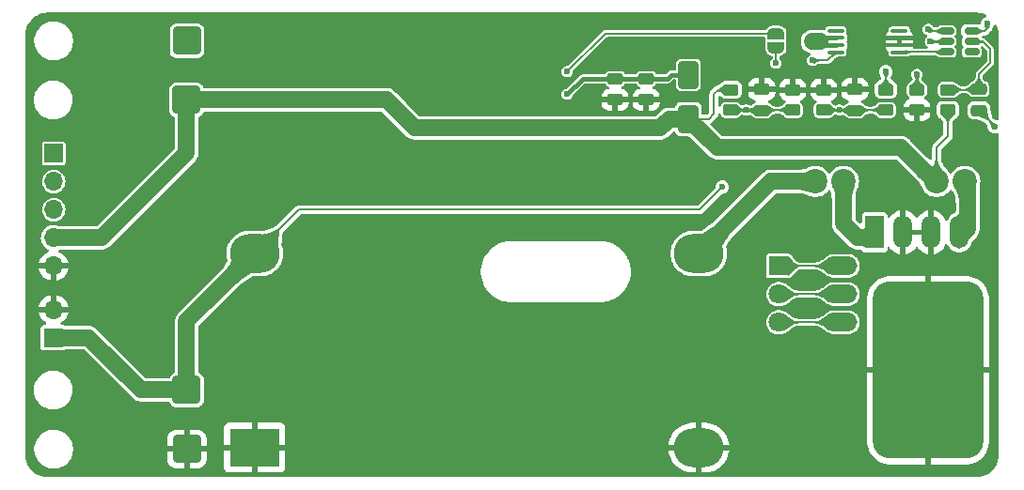
<source format=gtl>
%TF.GenerationSoftware,KiCad,Pcbnew,8.0.4*%
%TF.CreationDate,2024-09-16T22:07:11+05:30*%
%TF.ProjectId,mmeshtastic-pcb,6d6d6573-6874-4617-9374-69632d706362,rev?*%
%TF.SameCoordinates,Original*%
%TF.FileFunction,Copper,L1,Top*%
%TF.FilePolarity,Positive*%
%FSLAX46Y46*%
G04 Gerber Fmt 4.6, Leading zero omitted, Abs format (unit mm)*
G04 Created by KiCad (PCBNEW 8.0.4) date 2024-09-16 22:07:11*
%MOMM*%
%LPD*%
G01*
G04 APERTURE LIST*
G04 Aperture macros list*
%AMRoundRect*
0 Rectangle with rounded corners*
0 $1 Rounding radius*
0 $2 $3 $4 $5 $6 $7 $8 $9 X,Y pos of 4 corners*
0 Add a 4 corners polygon primitive as box body*
4,1,4,$2,$3,$4,$5,$6,$7,$8,$9,$2,$3,0*
0 Add four circle primitives for the rounded corners*
1,1,$1+$1,$2,$3*
1,1,$1+$1,$4,$5*
1,1,$1+$1,$6,$7*
1,1,$1+$1,$8,$9*
0 Add four rect primitives between the rounded corners*
20,1,$1+$1,$2,$3,$4,$5,0*
20,1,$1+$1,$4,$5,$6,$7,0*
20,1,$1+$1,$6,$7,$8,$9,0*
20,1,$1+$1,$8,$9,$2,$3,0*%
%AMFreePoly0*
4,1,19,0.500000,-0.750000,0.000000,-0.750000,0.000000,-0.744911,-0.071157,-0.744911,-0.207708,-0.704816,-0.327430,-0.627875,-0.420627,-0.520320,-0.479746,-0.390866,-0.500000,-0.250000,-0.500000,0.250000,-0.479746,0.390866,-0.420627,0.520320,-0.327430,0.627875,-0.207708,0.704816,-0.071157,0.744911,0.000000,0.744911,0.000000,0.750000,0.500000,0.750000,0.500000,-0.750000,0.500000,-0.750000,
$1*%
%AMFreePoly1*
4,1,19,0.000000,0.744911,0.071157,0.744911,0.207708,0.704816,0.327430,0.627875,0.420627,0.520320,0.479746,0.390866,0.500000,0.250000,0.500000,-0.250000,0.479746,-0.390866,0.420627,-0.520320,0.327430,-0.627875,0.207708,-0.704816,0.071157,-0.744911,0.000000,-0.744911,0.000000,-0.750000,-0.500000,-0.750000,-0.500000,0.750000,0.000000,0.750000,0.000000,0.744911,0.000000,0.744911,
$1*%
G04 Aperture macros list end*
%TA.AperFunction,SMDPad,CuDef*%
%ADD10R,1.700000X3.000000*%
%TD*%
%TA.AperFunction,SMDPad,CuDef*%
%ADD11O,1.700000X3.000000*%
%TD*%
%TA.AperFunction,SMDPad,CuDef*%
%ADD12O,3.000000X1.700000*%
%TD*%
%TA.AperFunction,ComponentPad*%
%ADD13C,1.200000*%
%TD*%
%TA.AperFunction,SMDPad,CuDef*%
%ADD14RoundRect,1.640420X3.359580X6.359580X-3.359580X6.359580X-3.359580X-6.359580X3.359580X-6.359580X0*%
%TD*%
%TA.AperFunction,SMDPad,CuDef*%
%ADD15RoundRect,0.250000X-0.450000X0.262500X-0.450000X-0.262500X0.450000X-0.262500X0.450000X0.262500X0*%
%TD*%
%TA.AperFunction,ComponentPad*%
%ADD16RoundRect,0.312500X-0.937500X0.937500X-0.937500X-0.937500X0.937500X-0.937500X0.937500X0.937500X0*%
%TD*%
%TA.AperFunction,ComponentPad*%
%ADD17C,2.200000*%
%TD*%
%TA.AperFunction,ComponentPad*%
%ADD18R,1.700000X1.700000*%
%TD*%
%TA.AperFunction,ComponentPad*%
%ADD19O,1.700000X1.700000*%
%TD*%
%TA.AperFunction,SMDPad,CuDef*%
%ADD20RoundRect,0.250000X0.450000X-0.262500X0.450000X0.262500X-0.450000X0.262500X-0.450000X-0.262500X0*%
%TD*%
%TA.AperFunction,SMDPad,CuDef*%
%ADD21RoundRect,0.250000X-0.475000X0.250000X-0.475000X-0.250000X0.475000X-0.250000X0.475000X0.250000X0*%
%TD*%
%TA.AperFunction,SMDPad,CuDef*%
%ADD22FreePoly0,90.000000*%
%TD*%
%TA.AperFunction,SMDPad,CuDef*%
%ADD23FreePoly1,90.000000*%
%TD*%
%TA.AperFunction,SMDPad,CuDef*%
%ADD24RoundRect,0.250000X0.475000X-0.250000X0.475000X0.250000X-0.475000X0.250000X-0.475000X-0.250000X0*%
%TD*%
%TA.AperFunction,SMDPad,CuDef*%
%ADD25O,4.500000X3.500000*%
%TD*%
%TA.AperFunction,SMDPad,CuDef*%
%ADD26R,4.500000X3.500000*%
%TD*%
%TA.AperFunction,SMDPad,CuDef*%
%ADD27RoundRect,0.100000X-0.637500X-0.100000X0.637500X-0.100000X0.637500X0.100000X-0.637500X0.100000X0*%
%TD*%
%TA.AperFunction,ComponentPad*%
%ADD28R,1.800000X1.800000*%
%TD*%
%TA.AperFunction,ComponentPad*%
%ADD29C,1.800000*%
%TD*%
%TA.AperFunction,SMDPad,CuDef*%
%ADD30RoundRect,0.250000X-0.650000X1.000000X-0.650000X-1.000000X0.650000X-1.000000X0.650000X1.000000X0*%
%TD*%
%TA.AperFunction,SMDPad,CuDef*%
%ADD31RoundRect,0.150000X-0.512500X-0.150000X0.512500X-0.150000X0.512500X0.150000X-0.512500X0.150000X0*%
%TD*%
%TA.AperFunction,ViaPad*%
%ADD32C,0.600000*%
%TD*%
%TA.AperFunction,Conductor*%
%ADD33C,0.200000*%
%TD*%
%TA.AperFunction,Conductor*%
%ADD34C,1.500000*%
%TD*%
%TA.AperFunction,Conductor*%
%ADD35C,0.400000*%
%TD*%
G04 APERTURE END LIST*
D10*
%TO.P,U2,1,IN+*%
%TO.N,+6V_TP*%
X128524000Y-88400000D03*
D11*
%TO.P,U2,2,GND*%
%TO.N,GND*%
X131064000Y-88400000D03*
%TO.P,U2,3,OUT+*%
%TO.N,Net-(JP2-A)*%
X136144000Y-88400000D03*
%TO.P,U2,4,GND*%
%TO.N,GND*%
X133604000Y-88400000D03*
D12*
%TO.P,U2,10,~{CHRG}*%
%TO.N,Net-(D1-K2)*%
X125484000Y-96520000D03*
%TO.P,U2,11,~{STDBY}*%
%TO.N,Net-(D1-K1)*%
X125484000Y-91440000D03*
%TO.P,U2,12,LED_PWR*%
%TO.N,Net-(D1-A)*%
X125484000Y-93980000D03*
D13*
%TO.P,U2,20,GND*%
%TO.N,GND*%
X137160000Y-107188000D03*
X137160000Y-104648000D03*
X137160000Y-102108000D03*
X137160000Y-99568000D03*
X137160000Y-97028000D03*
X137160000Y-94488000D03*
X134620000Y-107188000D03*
X134620000Y-104648000D03*
X134620000Y-102108000D03*
X134620000Y-99568000D03*
X134620000Y-97028000D03*
X134620000Y-94488000D03*
D14*
X133350000Y-100838000D03*
D13*
X132080000Y-107188000D03*
X132080000Y-104648000D03*
X132080000Y-102108000D03*
X132080000Y-99568000D03*
X132080000Y-97028000D03*
X132080000Y-94488000D03*
X129540000Y-107188000D03*
X129540000Y-104648000D03*
X129540000Y-102108000D03*
X129540000Y-99568000D03*
X129540000Y-97028000D03*
X129540000Y-94488000D03*
%TD*%
D15*
%TO.P,R6,1*%
%TO.N,GND*%
X121158000Y-75541500D03*
%TO.P,R6,2*%
%TO.N,/BAT_SNS*%
X121158000Y-77366500D03*
%TD*%
D16*
%TO.P,TP2,1,1*%
%TO.N,GND*%
X66610000Y-107950000D03*
%TD*%
D17*
%TO.P,JP2,1,A*%
%TO.N,Net-(JP2-A)*%
X136652000Y-83820000D03*
%TO.P,JP2,2,B*%
%TO.N,+BATT*%
X134112000Y-83820000D03*
%TD*%
D15*
%TO.P,R4,1*%
%TO.N,GND*%
X123952000Y-75541500D03*
%TO.P,R4,2*%
%TO.N,Net-(JP3-A)*%
X123952000Y-77366500D03*
%TD*%
D18*
%TO.P,J1,1,Pin_1*%
%TO.N,/SOLAR_SNS*%
X54610000Y-81280000D03*
D19*
%TO.P,J1,2,Pin_2*%
%TO.N,/BAT_SNS*%
X54610000Y-83820000D03*
%TO.P,J1,3,Pin_3*%
%TO.N,+3V3*%
X54610000Y-86360000D03*
%TO.P,J1,4,Pin_4*%
%TO.N,+BATT*%
X54610000Y-88900000D03*
%TO.P,J1,5,Pin_5*%
%TO.N,GND*%
X54610000Y-91440000D03*
%TD*%
D20*
%TO.P,R5,1*%
%TO.N,/BAT_SNS*%
X115570000Y-77366500D03*
%TO.P,R5,2*%
%TO.N,+BATT*%
X115570000Y-75541500D03*
%TD*%
D21*
%TO.P,C1,1*%
%TO.N,Net-(U1-VCC)*%
X137922000Y-75504000D03*
%TO.P,C1,2*%
%TO.N,-BATT*%
X137922000Y-77404000D03*
%TD*%
D20*
%TO.P,R3,1*%
%TO.N,Net-(JP3-A)*%
X129540000Y-77366500D03*
%TO.P,R3,2*%
%TO.N,+12V*%
X129540000Y-75541500D03*
%TD*%
D22*
%TO.P,JP3,1,A*%
%TO.N,Net-(JP3-A)*%
X119634000Y-71770000D03*
D23*
%TO.P,JP3,2,B*%
%TO.N,/SOLAR_SNS*%
X119634000Y-70470000D03*
%TD*%
D15*
%TO.P,R1,1*%
%TO.N,Net-(U1-CS)*%
X132334000Y-75541500D03*
%TO.P,R1,2*%
%TO.N,GND*%
X132334000Y-77366500D03*
%TD*%
D18*
%TO.P,J2,1,Pin_1*%
%TO.N,+12V*%
X54585000Y-97897000D03*
D19*
%TO.P,J2,2,Pin_2*%
%TO.N,GND*%
X54585000Y-95357000D03*
%TD*%
D21*
%TO.P,C2,1*%
%TO.N,GND*%
X126746000Y-75504000D03*
%TO.P,C2,2*%
%TO.N,Net-(JP3-A)*%
X126746000Y-77404000D03*
%TD*%
D24*
%TO.P,C4,1*%
%TO.N,GND*%
X105156000Y-76454000D03*
%TO.P,C4,2*%
%TO.N,+3V3*%
X105156000Y-74554000D03*
%TD*%
D16*
%TO.P,TP1,1,1*%
%TO.N,+12V*%
X66577000Y-102616000D03*
%TD*%
D24*
%TO.P,C5,1*%
%TO.N,GND*%
X107950000Y-76454000D03*
%TO.P,C5,2*%
%TO.N,+3V3*%
X107950000Y-74554000D03*
%TD*%
D21*
%TO.P,C3,1*%
%TO.N,GND*%
X118364000Y-75504000D03*
%TO.P,C3,2*%
%TO.N,/BAT_SNS*%
X118364000Y-77404000D03*
%TD*%
D20*
%TO.P,R2,1*%
%TO.N,+BATT*%
X135128000Y-77366500D03*
%TO.P,R2,2*%
%TO.N,Net-(U1-VCC)*%
X135128000Y-75541500D03*
%TD*%
D25*
%TO.P,U3,1,IN+*%
%TO.N,+12V*%
X72710000Y-90310000D03*
D26*
%TO.P,U3,2,IN-*%
%TO.N,GND*%
X72710000Y-107810000D03*
D25*
%TO.P,U3,3,OUT-*%
X112710000Y-107810000D03*
%TO.P,U3,4,OUT+*%
%TO.N,+6V*%
X112710000Y-90310000D03*
%TD*%
D17*
%TO.P,JP1,1,A*%
%TO.N,+6V*%
X123190000Y-83820000D03*
%TO.P,JP1,2,B*%
%TO.N,+6V_TP*%
X125730000Y-83820000D03*
%TD*%
D16*
%TO.P,TP4,1,1*%
%TO.N,-BATT*%
X66610000Y-71120000D03*
%TD*%
%TO.P,TP3,1,1*%
%TO.N,+BATT*%
X66577000Y-76454000D03*
%TD*%
D27*
%TO.P,Q1,1*%
%TO.N,unconnected-(Q1-Pad1)*%
X125026500Y-70216000D03*
%TO.P,Q1,2*%
%TO.N,-BATT*%
X125026500Y-70866000D03*
%TO.P,Q1,3*%
X125026500Y-71516000D03*
%TO.P,Q1,4*%
%TO.N,Net-(U1-OD)*%
X125026500Y-72166000D03*
%TO.P,Q1,5*%
%TO.N,Net-(U1-OC)*%
X130751500Y-72166000D03*
%TO.P,Q1,6*%
%TO.N,GND*%
X130751500Y-71516000D03*
%TO.P,Q1,7*%
X130751500Y-70866000D03*
%TO.P,Q1,8*%
%TO.N,unconnected-(Q1-Pad1)_1*%
X130751500Y-70216000D03*
%TD*%
D28*
%TO.P,D1,1,K1*%
%TO.N,Net-(D1-K1)*%
X119888000Y-91440000D03*
D29*
%TO.P,D1,2,A*%
%TO.N,Net-(D1-A)*%
X119888000Y-93980000D03*
%TO.P,D1,3,K2*%
%TO.N,Net-(D1-K2)*%
X119888000Y-96520000D03*
%TD*%
D30*
%TO.P,D2,1,K*%
%TO.N,+3V3*%
X111760000Y-74200000D03*
%TO.P,D2,2,A*%
%TO.N,+BATT*%
X111760000Y-78200000D03*
%TD*%
D31*
%TO.P,U1,1,OD*%
%TO.N,Net-(U1-OD)*%
X135006500Y-70241000D03*
%TO.P,U1,2,CS*%
%TO.N,Net-(U1-CS)*%
X135006500Y-71191000D03*
%TO.P,U1,3,OC*%
%TO.N,Net-(U1-OC)*%
X135006500Y-72141000D03*
%TO.P,U1,4,TD*%
%TO.N,unconnected-(U1-TD-Pad4)*%
X137281500Y-72141000D03*
%TO.P,U1,5,VCC*%
%TO.N,Net-(U1-VCC)*%
X137281500Y-71191000D03*
%TO.P,U1,6,GND*%
%TO.N,-BATT*%
X137281500Y-70241000D03*
%TD*%
D32*
%TO.N,/BAT_SNS*%
X116967000Y-77366500D03*
%TO.N,+12V*%
X129540000Y-73914000D03*
X114808000Y-84328000D03*
%TO.N,-BATT*%
X122936000Y-71191000D03*
X139319000Y-78867000D03*
X138684000Y-69596000D03*
%TO.N,/SOLAR_SNS*%
X100838000Y-73914000D03*
%TO.N,+3V3*%
X100838000Y-75946000D03*
%TO.N,Net-(JP3-A)*%
X125349000Y-77366500D03*
X119634000Y-73152000D03*
%TO.N,Net-(U1-OD)*%
X122936000Y-72898000D03*
X133350000Y-70104000D03*
%TO.N,Net-(U1-CS)*%
X133533000Y-71191000D03*
X132334000Y-74168000D03*
%TD*%
D33*
%TO.N,/BAT_SNS*%
X121158000Y-77366500D02*
X118401500Y-77366500D01*
X116967000Y-77366500D02*
X117004500Y-77404000D01*
X115570000Y-77366500D02*
X116967000Y-77366500D01*
X117004500Y-77404000D02*
X118364000Y-77404000D01*
D34*
%TO.N,+12V*%
X62484000Y-102616000D02*
X57765000Y-97897000D01*
X66577000Y-102616000D02*
X66577000Y-96443000D01*
D33*
X114808000Y-84328000D02*
X112776000Y-86360000D01*
X112776000Y-86360000D02*
X76660000Y-86360000D01*
X129540000Y-73914000D02*
X129540000Y-75541500D01*
D34*
X66577000Y-102616000D02*
X62484000Y-102616000D01*
X57765000Y-97897000D02*
X54585000Y-97897000D01*
D33*
X76660000Y-86360000D02*
X72710000Y-90310000D01*
D34*
X66577000Y-96443000D02*
X72710000Y-90310000D01*
%TO.N,+6V*%
X123190000Y-83820000D02*
X119200000Y-83820000D01*
X119200000Y-83820000D02*
X112710000Y-90310000D01*
D33*
%TO.N,-BATT*%
X138684000Y-69596000D02*
X138684000Y-69977000D01*
X138420000Y-70241000D02*
X137281500Y-70241000D01*
D35*
X123959884Y-70866000D02*
X123634884Y-71191000D01*
X125026500Y-70866000D02*
X123959884Y-70866000D01*
D33*
X138684000Y-69977000D02*
X138420000Y-70241000D01*
X139319000Y-78867000D02*
X139319000Y-78801000D01*
D35*
X125026500Y-71516000D02*
X123959884Y-71516000D01*
X123959884Y-71516000D02*
X123634884Y-71191000D01*
D33*
X139319000Y-78801000D02*
X137922000Y-77404000D01*
D34*
X123634884Y-71191000D02*
X122936000Y-71191000D01*
%TO.N,+BATT*%
X66577000Y-76454000D02*
X84582000Y-76454000D01*
X130921125Y-80772000D02*
X133969125Y-83820000D01*
X114332000Y-80772000D02*
X130921125Y-80772000D01*
D33*
X115570000Y-75541500D02*
X114450500Y-75541500D01*
X113570000Y-78200000D02*
X111760000Y-78200000D01*
X114046000Y-77724000D02*
X113570000Y-78200000D01*
D34*
X84582000Y-76454000D02*
X87122000Y-78994000D01*
D33*
X135128000Y-79756000D02*
X135128000Y-77366500D01*
X134112000Y-83820000D02*
X134112000Y-80772000D01*
D34*
X111760000Y-78200000D02*
X114332000Y-80772000D01*
X109220000Y-78994000D02*
X110014000Y-78200000D01*
D33*
X114450500Y-75541500D02*
X114046000Y-75946000D01*
D34*
X110014000Y-78200000D02*
X111760000Y-78200000D01*
X58928000Y-88900000D02*
X66577000Y-81251000D01*
D33*
X134112000Y-80772000D02*
X135128000Y-79756000D01*
D34*
X87122000Y-78994000D02*
X109220000Y-78994000D01*
X66577000Y-81251000D02*
X66577000Y-76454000D01*
X58928000Y-88900000D02*
X54610000Y-88900000D01*
D33*
X114046000Y-75946000D02*
X114046000Y-77724000D01*
D34*
%TO.N,Net-(JP2-A)*%
X136906000Y-88138000D02*
X136906000Y-84074000D01*
X136144000Y-88900000D02*
X136906000Y-88138000D01*
X136906000Y-84074000D02*
X136652000Y-83820000D01*
%TO.N,+6V_TP*%
X125730000Y-87630000D02*
X125730000Y-83820000D01*
X128524000Y-88900000D02*
X127000000Y-88900000D01*
X127000000Y-88900000D02*
X125730000Y-87630000D01*
D33*
%TO.N,/SOLAR_SNS*%
X104282000Y-70470000D02*
X119634000Y-70470000D01*
X100838000Y-73914000D02*
X104282000Y-70470000D01*
D35*
%TO.N,+3V3*%
X109850000Y-74554000D02*
X110204000Y-74200000D01*
X107950000Y-74554000D02*
X105156000Y-74554000D01*
X107950000Y-74554000D02*
X109850000Y-74554000D01*
X102230000Y-74554000D02*
X100838000Y-75946000D01*
X105156000Y-74554000D02*
X102230000Y-74554000D01*
X110204000Y-74200000D02*
X111760000Y-74200000D01*
D33*
%TO.N,Net-(JP3-A)*%
X125349000Y-77366500D02*
X125386500Y-77404000D01*
X119634000Y-71770000D02*
X119634000Y-73152000D01*
X129540000Y-77366500D02*
X127291500Y-77366500D01*
X125386500Y-77404000D02*
X126746000Y-77404000D01*
X123952000Y-77366500D02*
X127216500Y-77366500D01*
%TO.N,Net-(U1-VCC)*%
X137922000Y-74168000D02*
X138938000Y-73152000D01*
X137922000Y-75504000D02*
X137922000Y-74168000D01*
X138938000Y-71882000D02*
X138247000Y-71191000D01*
X135128000Y-75541500D02*
X137376500Y-75541500D01*
X138938000Y-73152000D02*
X138938000Y-71882000D01*
X138247000Y-71191000D02*
X137281500Y-71191000D01*
%TO.N,Net-(D1-A)*%
X125984000Y-93980000D02*
X119888000Y-93980000D01*
%TO.N,Net-(D1-K2)*%
X125984000Y-96520000D02*
X119888000Y-96520000D01*
%TO.N,Net-(D1-K1)*%
X125984000Y-91440000D02*
X119888000Y-91440000D01*
%TO.N,Net-(U1-OC)*%
X135006500Y-72141000D02*
X130776500Y-72141000D01*
%TO.N,Net-(U1-OD)*%
X135006500Y-70241000D02*
X133487000Y-70241000D01*
X122936000Y-72898000D02*
X124294500Y-72898000D01*
X124294500Y-72898000D02*
X125026500Y-72166000D01*
X133487000Y-70241000D02*
X133350000Y-70104000D01*
%TO.N,Net-(U1-CS)*%
X133533000Y-71191000D02*
X135006500Y-71191000D01*
X132334000Y-75541500D02*
X132334000Y-74168000D01*
%TD*%
%TA.AperFunction,Conductor*%
%TO.N,GND*%
G36*
X137704418Y-68580316D02*
G01*
X137975790Y-68599724D01*
X137993291Y-68602241D01*
X138254803Y-68659129D01*
X138271762Y-68664108D01*
X138522524Y-68757638D01*
X138538617Y-68764988D01*
X138565756Y-68779807D01*
X138615161Y-68829212D01*
X138630013Y-68897485D01*
X138605596Y-68962949D01*
X138549663Y-69004821D01*
X138534986Y-69008474D01*
X138535088Y-69008853D01*
X138527237Y-69010956D01*
X138381160Y-69071463D01*
X138255718Y-69167718D01*
X138159463Y-69293160D01*
X138098956Y-69439237D01*
X138098956Y-69439238D01*
X138083558Y-69556196D01*
X138055291Y-69620092D01*
X137996967Y-69658563D01*
X137947048Y-69663265D01*
X137944396Y-69662973D01*
X137917013Y-69656760D01*
X137878697Y-69643353D01*
X137878699Y-69643353D01*
X137848270Y-69640500D01*
X137848266Y-69640500D01*
X136714734Y-69640500D01*
X136714730Y-69640500D01*
X136684300Y-69643353D01*
X136684298Y-69643353D01*
X136556119Y-69688206D01*
X136556117Y-69688207D01*
X136446850Y-69768850D01*
X136366207Y-69878117D01*
X136366206Y-69878119D01*
X136321353Y-70006298D01*
X136321353Y-70006300D01*
X136318500Y-70036730D01*
X136318500Y-70445269D01*
X136321353Y-70475699D01*
X136321353Y-70475701D01*
X136365472Y-70601782D01*
X136366207Y-70603882D01*
X136443082Y-70708045D01*
X136452368Y-70720626D01*
X136451143Y-70721529D01*
X136479714Y-70773852D01*
X136474730Y-70843544D01*
X136469949Y-70854669D01*
X136428426Y-70939606D01*
X136428426Y-70939607D01*
X136418500Y-71007739D01*
X136418500Y-71374260D01*
X136428426Y-71442391D01*
X136479803Y-71547485D01*
X136510637Y-71578319D01*
X136544122Y-71639642D01*
X136539138Y-71709334D01*
X136510637Y-71753681D01*
X136479803Y-71784514D01*
X136428426Y-71889608D01*
X136418500Y-71957739D01*
X136418500Y-72324260D01*
X136428426Y-72392391D01*
X136428427Y-72392393D01*
X136478990Y-72495823D01*
X136479803Y-72497485D01*
X136562514Y-72580196D01*
X136562515Y-72580196D01*
X136562517Y-72580198D01*
X136667607Y-72631573D01*
X136701673Y-72636536D01*
X136735739Y-72641500D01*
X136735740Y-72641500D01*
X137827261Y-72641500D01*
X137849971Y-72638191D01*
X137895393Y-72631573D01*
X138000483Y-72580198D01*
X138083198Y-72497483D01*
X138134573Y-72392393D01*
X138144500Y-72324260D01*
X138144500Y-71957740D01*
X138134573Y-71889607D01*
X138091685Y-71801879D01*
X138079926Y-71733007D01*
X138107270Y-71668709D01*
X138165034Y-71629402D01*
X138234879Y-71627564D01*
X138290767Y-71659738D01*
X138601181Y-71970152D01*
X138634666Y-72031475D01*
X138637500Y-72057833D01*
X138637500Y-72976167D01*
X138617815Y-73043206D01*
X138601181Y-73063848D01*
X137681541Y-73983487D01*
X137681535Y-73983495D01*
X137641982Y-74052004D01*
X137641979Y-74052009D01*
X137631500Y-74091118D01*
X137624517Y-74117181D01*
X137621500Y-74128439D01*
X137621500Y-74407575D01*
X137605095Y-74469214D01*
X137569143Y-74531970D01*
X137564806Y-74538987D01*
X137498455Y-74638778D01*
X137492397Y-74647116D01*
X137431686Y-74723760D01*
X137423067Y-74733538D01*
X137370634Y-74787064D01*
X137358280Y-74798095D01*
X137351834Y-74803119D01*
X137316560Y-74822358D01*
X137279938Y-74835172D01*
X137274045Y-74837044D01*
X137274010Y-74837059D01*
X137267810Y-74839416D01*
X137234122Y-74851204D01*
X137234118Y-74851206D01*
X137124850Y-74931850D01*
X137124846Y-74931854D01*
X137070433Y-75005580D01*
X137049152Y-75027943D01*
X136974387Y-75089071D01*
X136962708Y-75097536D01*
X136867007Y-75158741D01*
X136852164Y-75166864D01*
X136841431Y-75171818D01*
X136841422Y-75171822D01*
X136765160Y-75207015D01*
X136747020Y-75213725D01*
X136692583Y-75229156D01*
X136667378Y-75236300D01*
X136633563Y-75241000D01*
X136400446Y-75241000D01*
X136371314Y-75237529D01*
X136352959Y-75233092D01*
X136352952Y-75233091D01*
X136339913Y-75229939D01*
X136280611Y-75215604D01*
X136262130Y-75209568D01*
X136173853Y-75172854D01*
X136158455Y-75165156D01*
X136061794Y-75108121D01*
X136049515Y-75099849D01*
X136047835Y-75098565D01*
X135962992Y-75033725D01*
X135938518Y-75008837D01*
X135900151Y-74956851D01*
X135890116Y-74949445D01*
X135790882Y-74876207D01*
X135763066Y-74866473D01*
X135755479Y-74863535D01*
X135754598Y-74863160D01*
X135753407Y-74862754D01*
X135745895Y-74860464D01*
X135662701Y-74831354D01*
X135662694Y-74831353D01*
X135632270Y-74828500D01*
X135632266Y-74828500D01*
X134623734Y-74828500D01*
X134623730Y-74828500D01*
X134593300Y-74831353D01*
X134593298Y-74831353D01*
X134465119Y-74876206D01*
X134465117Y-74876207D01*
X134355850Y-74956850D01*
X134275207Y-75066117D01*
X134275206Y-75066119D01*
X134230353Y-75194298D01*
X134230353Y-75194300D01*
X134227500Y-75224730D01*
X134227500Y-75858269D01*
X134230353Y-75888699D01*
X134230353Y-75888701D01*
X134275206Y-76016880D01*
X134275207Y-76016882D01*
X134355850Y-76126150D01*
X134465118Y-76206793D01*
X134493425Y-76216698D01*
X134593299Y-76251646D01*
X134623730Y-76254500D01*
X134623734Y-76254500D01*
X135632270Y-76254500D01*
X135662693Y-76251647D01*
X135662694Y-76251646D01*
X135662699Y-76251646D01*
X135736130Y-76225950D01*
X135745172Y-76223226D01*
X135745702Y-76223025D01*
X135745708Y-76223025D01*
X135754086Y-76219863D01*
X135754090Y-76219860D01*
X135759732Y-76217731D01*
X135762511Y-76216719D01*
X135790882Y-76206793D01*
X135900150Y-76126150D01*
X135938526Y-76074150D01*
X135962997Y-76049266D01*
X136049530Y-75983135D01*
X136061791Y-75974876D01*
X136158463Y-75917835D01*
X136173841Y-75910146D01*
X136262135Y-75873425D01*
X136280597Y-75867397D01*
X136371309Y-75845470D01*
X136400440Y-75842000D01*
X136639938Y-75842000D01*
X136662774Y-75845242D01*
X136662970Y-75844193D01*
X136668956Y-75845307D01*
X136668959Y-75845308D01*
X136764699Y-75863125D01*
X136783529Y-75868190D01*
X136867845Y-75898166D01*
X136883936Y-75905208D01*
X136886773Y-75906697D01*
X136976045Y-75953557D01*
X136989126Y-75961491D01*
X137077074Y-76022555D01*
X137106122Y-76050775D01*
X137123377Y-76074154D01*
X137124850Y-76076150D01*
X137234118Y-76156793D01*
X137251190Y-76162766D01*
X137252248Y-76163137D01*
X137259491Y-76165929D01*
X137263896Y-76167787D01*
X137263901Y-76167790D01*
X137270545Y-76170593D01*
X137275078Y-76171850D01*
X137281134Y-76173531D01*
X137288941Y-76175977D01*
X137362298Y-76201645D01*
X137362300Y-76201646D01*
X137392730Y-76204500D01*
X137392734Y-76204500D01*
X138451270Y-76204500D01*
X138481699Y-76201646D01*
X138481701Y-76201646D01*
X138562047Y-76173531D01*
X138609882Y-76156793D01*
X138719150Y-76076150D01*
X138799793Y-75966882D01*
X138828487Y-75884880D01*
X138844646Y-75838701D01*
X138844646Y-75838699D01*
X138847500Y-75808269D01*
X138847500Y-75199730D01*
X138844646Y-75169300D01*
X138844646Y-75169298D01*
X138799793Y-75041119D01*
X138799792Y-75041117D01*
X138794338Y-75033727D01*
X138719150Y-74931850D01*
X138609882Y-74851207D01*
X138569695Y-74837145D01*
X138527435Y-74822357D01*
X138492164Y-74803119D01*
X138485709Y-74798088D01*
X138473356Y-74787058D01*
X138420941Y-74733551D01*
X138412327Y-74723780D01*
X138351580Y-74647091D01*
X138345543Y-74638783D01*
X138279190Y-74538987D01*
X138274869Y-74531995D01*
X138238904Y-74469213D01*
X138222500Y-74407576D01*
X138222500Y-74343833D01*
X138242185Y-74276794D01*
X138258819Y-74256152D01*
X138715472Y-73799499D01*
X139178460Y-73336511D01*
X139194737Y-73308318D01*
X139218021Y-73267989D01*
X139238500Y-73191562D01*
X139238500Y-71842438D01*
X139233376Y-71823314D01*
X139218022Y-71766012D01*
X139178460Y-71697489D01*
X138431511Y-70950540D01*
X138431510Y-70950539D01*
X138431507Y-70950537D01*
X138399212Y-70931892D01*
X138399212Y-70931891D01*
X138399210Y-70931891D01*
X138386571Y-70924594D01*
X138362990Y-70910979D01*
X138362991Y-70910979D01*
X138301490Y-70894500D01*
X138286562Y-70890500D01*
X138286561Y-70890500D01*
X138285050Y-70890095D01*
X138270895Y-70887211D01*
X138268174Y-70886455D01*
X138208851Y-70849543D01*
X138178902Y-70786418D01*
X138187835Y-70717121D01*
X138232814Y-70663655D01*
X138280042Y-70644829D01*
X138281738Y-70644533D01*
X138288526Y-70643348D01*
X138309852Y-70641500D01*
X138472725Y-70641500D01*
X138472727Y-70641500D01*
X138574588Y-70614207D01*
X138665913Y-70561480D01*
X138807486Y-70419905D01*
X138819144Y-70409627D01*
X138836521Y-70396148D01*
X138875967Y-70351730D01*
X138880968Y-70346423D01*
X139004480Y-70222913D01*
X139016738Y-70201682D01*
X139057207Y-70131587D01*
X139066793Y-70095808D01*
X139093854Y-70045559D01*
X139117250Y-70019219D01*
X139117830Y-70018261D01*
X139125457Y-70007110D01*
X139208536Y-69898841D01*
X139269044Y-69752762D01*
X139269045Y-69752753D01*
X139271147Y-69744912D01*
X139273689Y-69745593D01*
X139296662Y-69693618D01*
X139354975Y-69655128D01*
X139424839Y-69654275D01*
X139484074Y-69691329D01*
X139500192Y-69714243D01*
X139515011Y-69741382D01*
X139522361Y-69757475D01*
X139615888Y-70008229D01*
X139620872Y-70025205D01*
X139677757Y-70286702D01*
X139680275Y-70304214D01*
X139699684Y-70575581D01*
X139700000Y-70584427D01*
X139700000Y-78184294D01*
X139680315Y-78251333D01*
X139627511Y-78297088D01*
X139558353Y-78307032D01*
X139531022Y-78299849D01*
X139429412Y-78260299D01*
X139429320Y-78260263D01*
X139428509Y-78259949D01*
X139428425Y-78259916D01*
X139428399Y-78259906D01*
X139426199Y-78259067D01*
X139423513Y-78258053D01*
X139416207Y-78255297D01*
X139416146Y-78255274D01*
X139361032Y-78234483D01*
X139350525Y-78229955D01*
X139332000Y-78220937D01*
X139314063Y-78210251D01*
X139311635Y-78208512D01*
X139308730Y-78206431D01*
X139294811Y-78196460D01*
X139282629Y-78186506D01*
X139259351Y-78164883D01*
X139221194Y-78129437D01*
X139220138Y-78128461D01*
X139212616Y-78123754D01*
X139190713Y-78106320D01*
X139128587Y-78044194D01*
X139100032Y-77999701D01*
X139094026Y-77983535D01*
X139091613Y-77976376D01*
X139091544Y-77976150D01*
X139068182Y-77899160D01*
X139059124Y-77869308D01*
X139057668Y-77864107D01*
X139022706Y-77727786D01*
X139021768Y-77723863D01*
X138985421Y-77560191D01*
X138984783Y-77557137D01*
X138949811Y-77378536D01*
X138947500Y-77354708D01*
X138947500Y-77110903D01*
X138947500Y-77110898D01*
X138936877Y-77022436D01*
X138881361Y-76881658D01*
X138881360Y-76881657D01*
X138881360Y-76881656D01*
X138789922Y-76761077D01*
X138669343Y-76669639D01*
X138551505Y-76623170D01*
X138528564Y-76614123D01*
X138528563Y-76614122D01*
X138528561Y-76614122D01*
X138482926Y-76608642D01*
X138440102Y-76603500D01*
X137403898Y-76603500D01*
X137369856Y-76607588D01*
X137315438Y-76614122D01*
X137174656Y-76669639D01*
X137054077Y-76761077D01*
X136962639Y-76881656D01*
X136907122Y-77022438D01*
X136902289Y-77062690D01*
X136896500Y-77110898D01*
X136896500Y-77697102D01*
X136900092Y-77727011D01*
X136907122Y-77785561D01*
X136907122Y-77785563D01*
X136907123Y-77785564D01*
X136916938Y-77810453D01*
X136962639Y-77926343D01*
X137054077Y-78046922D01*
X137174656Y-78138360D01*
X137174657Y-78138360D01*
X137174658Y-78138361D01*
X137315436Y-78193877D01*
X137403898Y-78204500D01*
X137648615Y-78204500D01*
X137670893Y-78206518D01*
X137681800Y-78208510D01*
X137681809Y-78208514D01*
X137681810Y-78208512D01*
X137725994Y-78216584D01*
X137725994Y-78216585D01*
X137832879Y-78236114D01*
X137846694Y-78239468D01*
X137915106Y-78260296D01*
X137967366Y-78276205D01*
X137998174Y-78285584D01*
X138010658Y-78290130D01*
X138167151Y-78356820D01*
X138178085Y-78362129D01*
X138309890Y-78434345D01*
X138340008Y-78450847D01*
X138349419Y-78456561D01*
X138517150Y-78568878D01*
X138535837Y-78584230D01*
X138612293Y-78660686D01*
X138628610Y-78682617D01*
X138629224Y-78682210D01*
X138632386Y-78686971D01*
X138632391Y-78686980D01*
X138632396Y-78686987D01*
X138632398Y-78686989D01*
X138657674Y-78718329D01*
X138684028Y-78779503D01*
X138686235Y-78795770D01*
X138686244Y-78795833D01*
X138699627Y-78894857D01*
X138704051Y-78919763D01*
X138704054Y-78919778D01*
X138704472Y-78921672D01*
X138710985Y-78946266D01*
X138710988Y-78946278D01*
X138710989Y-78946279D01*
X138714731Y-78958357D01*
X138714733Y-78958360D01*
X138730064Y-79007830D01*
X138731838Y-79015921D01*
X138731854Y-79015917D01*
X138733958Y-79023769D01*
X138735927Y-79028522D01*
X138739805Y-79039257D01*
X138746245Y-79060036D01*
X138750631Y-79073132D01*
X138750969Y-79074071D01*
X138750980Y-79074098D01*
X138758544Y-79093082D01*
X138758545Y-79093083D01*
X138761927Y-79098055D01*
X138773962Y-79120347D01*
X138794464Y-79169842D01*
X138884247Y-79286849D01*
X138890718Y-79295282D01*
X139016159Y-79391536D01*
X139162238Y-79452044D01*
X139240619Y-79462363D01*
X139318999Y-79472682D01*
X139319000Y-79472682D01*
X139319001Y-79472682D01*
X139371254Y-79465802D01*
X139475762Y-79452044D01*
X139528549Y-79430178D01*
X139598016Y-79422710D01*
X139660495Y-79453985D01*
X139696148Y-79514073D01*
X139700000Y-79544740D01*
X139700000Y-108485572D01*
X139699684Y-108494418D01*
X139680275Y-108765785D01*
X139677757Y-108783297D01*
X139620872Y-109044794D01*
X139615888Y-109061770D01*
X139522361Y-109312524D01*
X139515011Y-109328617D01*
X139386758Y-109563496D01*
X139377193Y-109578380D01*
X139216811Y-109792624D01*
X139205225Y-109805994D01*
X139015994Y-109995225D01*
X139002624Y-110006811D01*
X138788380Y-110167193D01*
X138773496Y-110176758D01*
X138538617Y-110305011D01*
X138522524Y-110312361D01*
X138271770Y-110405888D01*
X138254794Y-110410872D01*
X137993297Y-110467757D01*
X137975785Y-110470275D01*
X137704418Y-110489684D01*
X137695572Y-110490000D01*
X54074428Y-110490000D01*
X54065582Y-110489684D01*
X53794214Y-110470275D01*
X53776702Y-110467757D01*
X53515205Y-110410872D01*
X53498229Y-110405888D01*
X53247475Y-110312361D01*
X53231382Y-110305011D01*
X52996503Y-110176758D01*
X52981619Y-110167193D01*
X52838425Y-110059999D01*
X52767375Y-110006811D01*
X52754005Y-109995225D01*
X52564774Y-109805994D01*
X52553188Y-109792624D01*
X52392802Y-109578375D01*
X52383244Y-109563501D01*
X52254987Y-109328616D01*
X52247638Y-109312524D01*
X52170855Y-109106661D01*
X52154108Y-109061762D01*
X52149129Y-109044803D01*
X52092241Y-108783291D01*
X52089724Y-108765785D01*
X52070316Y-108494418D01*
X52070000Y-108485572D01*
X52070000Y-107835258D01*
X52859500Y-107835258D01*
X52859500Y-108064741D01*
X52877308Y-108200000D01*
X52889452Y-108292238D01*
X52926397Y-108430119D01*
X52948842Y-108513887D01*
X53036650Y-108725876D01*
X53036657Y-108725890D01*
X53151392Y-108924617D01*
X53291081Y-109106661D01*
X53291089Y-109106670D01*
X53453330Y-109268911D01*
X53453338Y-109268918D01*
X53453339Y-109268919D01*
X53485514Y-109293608D01*
X53635382Y-109408607D01*
X53635385Y-109408608D01*
X53635388Y-109408611D01*
X53834112Y-109523344D01*
X53834117Y-109523346D01*
X53834123Y-109523349D01*
X53925480Y-109561190D01*
X54046113Y-109611158D01*
X54267762Y-109670548D01*
X54484312Y-109699057D01*
X54491460Y-109699999D01*
X54495266Y-109700500D01*
X54495273Y-109700500D01*
X54724727Y-109700500D01*
X54724734Y-109700500D01*
X54952238Y-109670548D01*
X55173887Y-109611158D01*
X55385888Y-109523344D01*
X55584612Y-109408611D01*
X55766661Y-109268919D01*
X55766665Y-109268914D01*
X55766670Y-109268911D01*
X55928911Y-109106670D01*
X55928914Y-109106665D01*
X55928919Y-109106661D01*
X56068611Y-108924612D01*
X56183344Y-108725888D01*
X56271158Y-108513887D01*
X56330548Y-108292238D01*
X56360500Y-108064734D01*
X56360500Y-107835266D01*
X56330548Y-107607762D01*
X56271158Y-107386113D01*
X56183344Y-107174112D01*
X56068611Y-106975388D01*
X56068608Y-106975385D01*
X56068607Y-106975382D01*
X56062072Y-106966865D01*
X64860000Y-106966865D01*
X64860000Y-107700000D01*
X66061518Y-107700000D01*
X66050889Y-107718409D01*
X66010000Y-107871009D01*
X66010000Y-108028991D01*
X66050889Y-108181591D01*
X66061518Y-108200000D01*
X64860000Y-108200000D01*
X64860000Y-108933134D01*
X64875357Y-109069436D01*
X64935830Y-109242260D01*
X65033243Y-109397291D01*
X65162708Y-109526756D01*
X65317739Y-109624169D01*
X65490563Y-109684642D01*
X65626865Y-109699999D01*
X65626869Y-109700000D01*
X66360000Y-109700000D01*
X66360000Y-108498482D01*
X66378409Y-108509111D01*
X66531009Y-108550000D01*
X66688991Y-108550000D01*
X66841591Y-108509111D01*
X66860000Y-108498482D01*
X66860000Y-109700000D01*
X67593131Y-109700000D01*
X67593134Y-109699999D01*
X67729436Y-109684642D01*
X67902260Y-109624169D01*
X67928241Y-109607844D01*
X69960000Y-109607844D01*
X69966401Y-109667372D01*
X69966403Y-109667379D01*
X70016645Y-109802086D01*
X70016649Y-109802093D01*
X70102809Y-109917187D01*
X70102812Y-109917190D01*
X70217906Y-110003350D01*
X70217913Y-110003354D01*
X70352620Y-110053596D01*
X70352627Y-110053598D01*
X70412155Y-110059999D01*
X70412172Y-110060000D01*
X72460000Y-110060000D01*
X72960000Y-110060000D01*
X75007828Y-110060000D01*
X75007844Y-110059999D01*
X75067372Y-110053598D01*
X75067379Y-110053596D01*
X75202086Y-110003354D01*
X75202093Y-110003350D01*
X75317187Y-109917190D01*
X75317190Y-109917187D01*
X75403350Y-109802093D01*
X75403354Y-109802086D01*
X75453596Y-109667379D01*
X75453598Y-109667372D01*
X75459999Y-109607844D01*
X75460000Y-109607827D01*
X75460000Y-108060000D01*
X109973498Y-108060000D01*
X109998496Y-108249884D01*
X109998499Y-108249897D01*
X110074835Y-108534790D01*
X110074838Y-108534800D01*
X110187704Y-108807281D01*
X110187709Y-108807292D01*
X110335174Y-109062707D01*
X110335185Y-109062723D01*
X110514729Y-109296709D01*
X110514735Y-109296716D01*
X110723283Y-109505264D01*
X110723290Y-109505270D01*
X110957276Y-109684814D01*
X110957292Y-109684825D01*
X111212707Y-109832290D01*
X111212718Y-109832295D01*
X111485199Y-109945161D01*
X111485209Y-109945164D01*
X111770102Y-110021500D01*
X111770115Y-110021503D01*
X112062516Y-110059998D01*
X112062534Y-110060000D01*
X112460000Y-110060000D01*
X112960000Y-110060000D01*
X113357466Y-110060000D01*
X113357483Y-110059998D01*
X113649884Y-110021503D01*
X113649897Y-110021500D01*
X113934790Y-109945164D01*
X113934800Y-109945161D01*
X114207281Y-109832295D01*
X114207292Y-109832290D01*
X114462707Y-109684825D01*
X114462723Y-109684814D01*
X114696709Y-109505270D01*
X114696716Y-109505264D01*
X114905264Y-109296716D01*
X114905270Y-109296709D01*
X115084814Y-109062723D01*
X115084825Y-109062707D01*
X115232290Y-108807292D01*
X115232295Y-108807281D01*
X115345161Y-108534800D01*
X115345164Y-108534790D01*
X115421500Y-108249897D01*
X115421503Y-108249884D01*
X115446502Y-108060000D01*
X112960000Y-108060000D01*
X112960000Y-110060000D01*
X112460000Y-110060000D01*
X112460000Y-108060000D01*
X109973498Y-108060000D01*
X75460000Y-108060000D01*
X72960000Y-108060000D01*
X72960000Y-110060000D01*
X72460000Y-110060000D01*
X72460000Y-108060000D01*
X69960000Y-108060000D01*
X69960000Y-109607844D01*
X67928241Y-109607844D01*
X68057291Y-109526756D01*
X68186756Y-109397291D01*
X68284169Y-109242260D01*
X68344642Y-109069436D01*
X68359999Y-108933134D01*
X68360000Y-108933130D01*
X68360000Y-108200000D01*
X67158482Y-108200000D01*
X67169111Y-108181591D01*
X67210000Y-108028991D01*
X67210000Y-107871009D01*
X67169111Y-107718409D01*
X67158482Y-107700000D01*
X68360000Y-107700000D01*
X68360000Y-106966869D01*
X68359999Y-106966865D01*
X68344642Y-106830563D01*
X68284169Y-106657739D01*
X68186756Y-106502708D01*
X68057291Y-106373243D01*
X67902260Y-106275830D01*
X67729436Y-106215357D01*
X67593134Y-106200000D01*
X66860000Y-106200000D01*
X66860000Y-107401517D01*
X66841591Y-107390889D01*
X66688991Y-107350000D01*
X66531009Y-107350000D01*
X66378409Y-107390889D01*
X66360000Y-107401517D01*
X66360000Y-106200000D01*
X65626865Y-106200000D01*
X65490563Y-106215357D01*
X65317739Y-106275830D01*
X65162708Y-106373243D01*
X65033243Y-106502708D01*
X64935830Y-106657739D01*
X64875357Y-106830563D01*
X64860000Y-106966865D01*
X56062072Y-106966865D01*
X55928918Y-106793338D01*
X55928911Y-106793330D01*
X55766670Y-106631089D01*
X55766661Y-106631081D01*
X55584617Y-106491392D01*
X55385890Y-106376657D01*
X55385876Y-106376650D01*
X55173887Y-106288842D01*
X55125325Y-106275830D01*
X54952238Y-106229452D01*
X54914215Y-106224446D01*
X54724741Y-106199500D01*
X54724734Y-106199500D01*
X54495266Y-106199500D01*
X54495258Y-106199500D01*
X54278715Y-106228009D01*
X54267762Y-106229452D01*
X54174076Y-106254554D01*
X54046112Y-106288842D01*
X53834123Y-106376650D01*
X53834109Y-106376657D01*
X53635382Y-106491392D01*
X53453338Y-106631081D01*
X53291081Y-106793338D01*
X53151392Y-106975382D01*
X53036657Y-107174109D01*
X53036650Y-107174123D01*
X52948842Y-107386112D01*
X52889453Y-107607759D01*
X52889451Y-107607770D01*
X52859500Y-107835258D01*
X52070000Y-107835258D01*
X52070000Y-106012155D01*
X69960000Y-106012155D01*
X69960000Y-107560000D01*
X72460000Y-107560000D01*
X72960000Y-107560000D01*
X75460000Y-107560000D01*
X109973497Y-107560000D01*
X112460000Y-107560000D01*
X112960000Y-107560000D01*
X115446502Y-107560000D01*
X115421503Y-107370115D01*
X115421500Y-107370102D01*
X115401420Y-107295160D01*
X127850000Y-107295160D01*
X127856246Y-107416975D01*
X127856246Y-107416977D01*
X127905999Y-107705534D01*
X127906001Y-107705543D01*
X127994578Y-107984629D01*
X127994583Y-107984642D01*
X128120340Y-108249073D01*
X128280936Y-108493917D01*
X128280936Y-108493918D01*
X128473377Y-108714622D01*
X128694082Y-108907063D01*
X128938926Y-109067659D01*
X129203357Y-109193416D01*
X129203370Y-109193421D01*
X129482456Y-109281998D01*
X129482465Y-109282000D01*
X129771023Y-109331753D01*
X129892839Y-109337999D01*
X129892878Y-109338000D01*
X133100000Y-109338000D01*
X133600000Y-109338000D01*
X136807122Y-109338000D01*
X136807160Y-109337999D01*
X136928975Y-109331753D01*
X136928977Y-109331753D01*
X137217534Y-109282000D01*
X137217543Y-109281998D01*
X137496629Y-109193421D01*
X137496642Y-109193416D01*
X137761073Y-109067659D01*
X138005917Y-108907063D01*
X138005918Y-108907063D01*
X138226622Y-108714622D01*
X138419063Y-108493918D01*
X138419063Y-108493917D01*
X138579659Y-108249073D01*
X138705416Y-107984642D01*
X138705421Y-107984629D01*
X138793998Y-107705543D01*
X138794000Y-107705534D01*
X138843753Y-107416977D01*
X138843753Y-107416975D01*
X138849999Y-107295160D01*
X138850000Y-107295121D01*
X138850000Y-101088000D01*
X133600000Y-101088000D01*
X133600000Y-109338000D01*
X133100000Y-109338000D01*
X133100000Y-101088000D01*
X127850000Y-101088000D01*
X127850000Y-107295160D01*
X115401420Y-107295160D01*
X115345164Y-107085209D01*
X115345161Y-107085199D01*
X115232295Y-106812718D01*
X115232290Y-106812707D01*
X115084825Y-106557292D01*
X115084814Y-106557276D01*
X114905270Y-106323290D01*
X114905264Y-106323283D01*
X114696716Y-106114735D01*
X114696709Y-106114729D01*
X114462723Y-105935185D01*
X114462707Y-105935174D01*
X114207292Y-105787709D01*
X114207281Y-105787704D01*
X113934800Y-105674838D01*
X113934790Y-105674835D01*
X113649897Y-105598499D01*
X113649884Y-105598496D01*
X113357483Y-105560001D01*
X113357466Y-105560000D01*
X112960000Y-105560000D01*
X112960000Y-107560000D01*
X112460000Y-107560000D01*
X112460000Y-105560000D01*
X112062534Y-105560000D01*
X112062516Y-105560001D01*
X111770115Y-105598496D01*
X111770102Y-105598499D01*
X111485209Y-105674835D01*
X111485199Y-105674838D01*
X111212718Y-105787704D01*
X111212707Y-105787709D01*
X110957292Y-105935174D01*
X110957276Y-105935185D01*
X110723290Y-106114729D01*
X110723283Y-106114735D01*
X110514735Y-106323283D01*
X110514729Y-106323290D01*
X110335185Y-106557276D01*
X110335174Y-106557292D01*
X110187709Y-106812707D01*
X110187704Y-106812718D01*
X110074838Y-107085199D01*
X110074835Y-107085209D01*
X109998499Y-107370102D01*
X109998496Y-107370115D01*
X109973497Y-107560000D01*
X75460000Y-107560000D01*
X75460000Y-106012172D01*
X75459999Y-106012155D01*
X75453598Y-105952627D01*
X75453596Y-105952620D01*
X75403354Y-105817913D01*
X75403350Y-105817906D01*
X75317190Y-105702812D01*
X75317187Y-105702809D01*
X75202093Y-105616649D01*
X75202086Y-105616645D01*
X75067379Y-105566403D01*
X75067372Y-105566401D01*
X75007844Y-105560000D01*
X72960000Y-105560000D01*
X72960000Y-107560000D01*
X72460000Y-107560000D01*
X72460000Y-105560000D01*
X70412155Y-105560000D01*
X70352627Y-105566401D01*
X70352620Y-105566403D01*
X70217913Y-105616645D01*
X70217906Y-105616649D01*
X70102812Y-105702809D01*
X70102809Y-105702812D01*
X70016649Y-105817906D01*
X70016645Y-105817913D01*
X69966403Y-105952620D01*
X69966401Y-105952627D01*
X69960000Y-106012155D01*
X52070000Y-106012155D01*
X52070000Y-102501258D01*
X52826500Y-102501258D01*
X52826500Y-102730741D01*
X52851446Y-102920215D01*
X52856452Y-102958238D01*
X52856453Y-102958240D01*
X52915842Y-103179887D01*
X53003650Y-103391876D01*
X53003657Y-103391890D01*
X53118392Y-103590617D01*
X53258081Y-103772661D01*
X53258089Y-103772670D01*
X53420330Y-103934911D01*
X53420338Y-103934918D01*
X53602382Y-104074607D01*
X53602385Y-104074608D01*
X53602388Y-104074611D01*
X53801112Y-104189344D01*
X53801117Y-104189346D01*
X53801123Y-104189349D01*
X53892480Y-104227190D01*
X54013113Y-104277158D01*
X54234762Y-104336548D01*
X54462266Y-104366500D01*
X54462273Y-104366500D01*
X54691727Y-104366500D01*
X54691734Y-104366500D01*
X54919238Y-104336548D01*
X55140887Y-104277158D01*
X55352888Y-104189344D01*
X55551612Y-104074611D01*
X55733661Y-103934919D01*
X55733665Y-103934914D01*
X55733670Y-103934911D01*
X55895911Y-103772670D01*
X55895914Y-103772665D01*
X55895919Y-103772661D01*
X56035611Y-103590612D01*
X56150344Y-103391888D01*
X56238158Y-103179887D01*
X56297548Y-102958238D01*
X56327500Y-102730734D01*
X56327500Y-102501266D01*
X56297548Y-102273762D01*
X56238158Y-102052113D01*
X56150344Y-101840112D01*
X56035611Y-101641388D01*
X56035608Y-101641385D01*
X56035607Y-101641382D01*
X55895918Y-101459338D01*
X55895911Y-101459330D01*
X55733670Y-101297089D01*
X55733661Y-101297081D01*
X55551617Y-101157392D01*
X55352890Y-101042657D01*
X55352876Y-101042650D01*
X55140887Y-100954842D01*
X54919238Y-100895452D01*
X54881215Y-100890446D01*
X54691741Y-100865500D01*
X54691734Y-100865500D01*
X54462266Y-100865500D01*
X54462258Y-100865500D01*
X54245715Y-100894009D01*
X54234762Y-100895452D01*
X54141076Y-100920554D01*
X54013112Y-100954842D01*
X53801123Y-101042650D01*
X53801109Y-101042657D01*
X53602382Y-101157392D01*
X53420338Y-101297081D01*
X53258081Y-101459338D01*
X53118392Y-101641382D01*
X53003657Y-101840109D01*
X53003650Y-101840123D01*
X52915842Y-102052112D01*
X52856453Y-102273759D01*
X52856451Y-102273770D01*
X52826500Y-102501258D01*
X52070000Y-102501258D01*
X52070000Y-95106999D01*
X53254364Y-95106999D01*
X53254364Y-95107000D01*
X54151988Y-95107000D01*
X54119075Y-95164007D01*
X54085000Y-95291174D01*
X54085000Y-95422826D01*
X54119075Y-95549993D01*
X54151988Y-95607000D01*
X53254364Y-95607000D01*
X53311567Y-95820486D01*
X53311570Y-95820492D01*
X53411399Y-96034578D01*
X53546894Y-96228082D01*
X53713917Y-96395105D01*
X53893605Y-96520925D01*
X53937230Y-96575502D01*
X53944422Y-96645001D01*
X53912900Y-96707355D01*
X53852670Y-96742769D01*
X53822482Y-96746500D01*
X53690144Y-96746500D01*
X53690117Y-96746502D01*
X53665012Y-96749413D01*
X53665008Y-96749415D01*
X53562235Y-96794793D01*
X53482794Y-96874234D01*
X53437415Y-96977006D01*
X53437415Y-96977008D01*
X53434500Y-97002131D01*
X53434500Y-98791856D01*
X53434502Y-98791882D01*
X53437413Y-98816987D01*
X53437415Y-98816991D01*
X53482793Y-98919764D01*
X53482794Y-98919765D01*
X53562235Y-98999206D01*
X53665009Y-99044585D01*
X53690135Y-99047500D01*
X55479864Y-99047499D01*
X55479879Y-99047497D01*
X55479882Y-99047497D01*
X55504987Y-99044586D01*
X55504988Y-99044585D01*
X55504991Y-99044585D01*
X55607765Y-98999206D01*
X55623152Y-98983819D01*
X55684475Y-98950334D01*
X55710833Y-98947500D01*
X57278507Y-98947500D01*
X57345546Y-98967185D01*
X57366188Y-98983819D01*
X61814341Y-103431974D01*
X61814345Y-103431977D01*
X61986395Y-103546938D01*
X61986408Y-103546945D01*
X62091831Y-103590612D01*
X62177580Y-103626130D01*
X62177584Y-103626130D01*
X62177585Y-103626131D01*
X62380532Y-103666501D01*
X62380535Y-103666501D01*
X62593579Y-103666501D01*
X62593599Y-103666500D01*
X64940881Y-103666500D01*
X65007920Y-103686185D01*
X65053675Y-103738989D01*
X65059957Y-103755905D01*
X65072443Y-103798882D01*
X65072444Y-103798885D01*
X65151282Y-103932194D01*
X65151289Y-103932203D01*
X65260796Y-104041710D01*
X65260800Y-104041713D01*
X65260802Y-104041715D01*
X65394113Y-104120555D01*
X65542844Y-104163765D01*
X65577595Y-104166500D01*
X67576404Y-104166499D01*
X67611156Y-104163765D01*
X67759887Y-104120555D01*
X67893198Y-104041715D01*
X68002715Y-103932198D01*
X68081555Y-103798887D01*
X68124765Y-103650156D01*
X68127500Y-103615405D01*
X68127499Y-101616596D01*
X68124765Y-101581844D01*
X68081555Y-101433113D01*
X68002715Y-101299802D01*
X68002713Y-101299800D01*
X68002710Y-101299796D01*
X67893203Y-101190289D01*
X67893194Y-101190282D01*
X67759885Y-101111444D01*
X67759882Y-101111443D01*
X67716905Y-101098957D01*
X67658019Y-101061351D01*
X67628813Y-100997879D01*
X67627500Y-100979881D01*
X67627500Y-96929492D01*
X67647185Y-96862453D01*
X67663814Y-96841816D01*
X67985631Y-96519999D01*
X118782785Y-96519999D01*
X118782785Y-96520000D01*
X118801602Y-96723082D01*
X118857417Y-96919247D01*
X118857422Y-96919260D01*
X118948327Y-97101821D01*
X119071237Y-97264581D01*
X119221958Y-97401980D01*
X119221960Y-97401982D01*
X119263981Y-97428000D01*
X119395363Y-97509348D01*
X119585544Y-97583024D01*
X119786024Y-97620500D01*
X119786026Y-97620500D01*
X119989974Y-97620500D01*
X119989976Y-97620500D01*
X120190456Y-97583024D01*
X120317043Y-97533982D01*
X120325281Y-97531121D01*
X120341530Y-97526109D01*
X120341530Y-97526108D01*
X120341536Y-97526107D01*
X120345177Y-97524138D01*
X120359341Y-97517597D01*
X120380637Y-97509348D01*
X120433268Y-97476758D01*
X120439500Y-97473148D01*
X120691317Y-97337025D01*
X120707886Y-97327033D01*
X120709718Y-97325807D01*
X120725327Y-97314258D01*
X120965147Y-97118618D01*
X120966383Y-97117601D01*
X120966494Y-97117509D01*
X120966660Y-97117371D01*
X120967326Y-97116817D01*
X121104435Y-97002131D01*
X121140235Y-96972185D01*
X121166529Y-96955321D01*
X121335301Y-96875054D01*
X121374048Y-96863888D01*
X121701701Y-96825306D01*
X121701704Y-96825305D01*
X121701705Y-96825305D01*
X121706786Y-96824272D01*
X121706863Y-96824655D01*
X121735895Y-96820500D01*
X123095850Y-96820500D01*
X123120532Y-96823751D01*
X123120595Y-96823373D01*
X123333409Y-96858556D01*
X123352357Y-96863246D01*
X123547614Y-96928283D01*
X123563937Y-96935049D01*
X123697872Y-97002131D01*
X123766734Y-97036621D01*
X123780115Y-97044403D01*
X123990576Y-97185121D01*
X124001175Y-97193061D01*
X124120740Y-97293063D01*
X124128868Y-97300500D01*
X124164341Y-97335974D01*
X124164349Y-97335980D01*
X124197103Y-97357866D01*
X124207763Y-97365848D01*
X124224377Y-97379743D01*
X124251329Y-97398826D01*
X124254552Y-97400739D01*
X124269634Y-97408653D01*
X124280025Y-97414106D01*
X124291295Y-97420803D01*
X124336400Y-97450940D01*
X124336401Y-97450940D01*
X124336402Y-97450941D01*
X124527580Y-97530130D01*
X124730530Y-97570499D01*
X124730534Y-97570500D01*
X124730535Y-97570500D01*
X126237466Y-97570500D01*
X126237467Y-97570499D01*
X126440420Y-97530130D01*
X126631598Y-97450941D01*
X126803655Y-97335977D01*
X126949977Y-97189655D01*
X127064941Y-97017598D01*
X127144130Y-96826420D01*
X127184500Y-96623465D01*
X127184500Y-96416535D01*
X127144130Y-96213580D01*
X127064941Y-96022402D01*
X126949977Y-95850345D01*
X126949975Y-95850342D01*
X126803657Y-95704024D01*
X126713577Y-95643835D01*
X126631598Y-95589059D01*
X126490589Y-95530651D01*
X126440420Y-95509870D01*
X126440412Y-95509868D01*
X126237469Y-95469500D01*
X126237465Y-95469500D01*
X124730535Y-95469500D01*
X124730530Y-95469500D01*
X124527587Y-95509868D01*
X124527579Y-95509870D01*
X124336401Y-95589059D01*
X124259005Y-95640772D01*
X124249586Y-95646477D01*
X124224387Y-95660249D01*
X124224373Y-95660259D01*
X124207764Y-95674150D01*
X124197105Y-95682132D01*
X124164351Y-95704018D01*
X124164342Y-95704025D01*
X124128873Y-95739493D01*
X124120748Y-95746927D01*
X124001193Y-95846920D01*
X123990561Y-95854884D01*
X123780114Y-95995592D01*
X123766722Y-96003382D01*
X123563947Y-96104943D01*
X123547603Y-96111717D01*
X123352374Y-96176745D01*
X123333415Y-96181439D01*
X123126603Y-96215633D01*
X123125520Y-96215900D01*
X123123523Y-96216142D01*
X123121850Y-96216419D01*
X123121838Y-96216346D01*
X123095859Y-96219500D01*
X121736128Y-96219500D01*
X121707863Y-96215030D01*
X121707652Y-96215995D01*
X121701696Y-96214692D01*
X121374051Y-96176109D01*
X121335297Y-96164941D01*
X121166534Y-96084676D01*
X121140236Y-96067810D01*
X121073785Y-96012228D01*
X121053896Y-95995592D01*
X120967134Y-95923021D01*
X120965188Y-95921413D01*
X120841477Y-95820492D01*
X120725326Y-95725738D01*
X120725318Y-95725732D01*
X120709724Y-95714193D01*
X120707886Y-95712963D01*
X120693063Y-95704025D01*
X120691319Y-95702973D01*
X120691301Y-95702963D01*
X120691292Y-95702958D01*
X120439526Y-95566862D01*
X120433223Y-95563212D01*
X120411604Y-95549825D01*
X120380638Y-95530652D01*
X120380635Y-95530650D01*
X120359352Y-95522405D01*
X120345198Y-95515871D01*
X120341518Y-95513882D01*
X120332226Y-95509160D01*
X120331157Y-95508650D01*
X120331148Y-95508647D01*
X120322415Y-95506668D01*
X120305033Y-95501363D01*
X120190459Y-95456977D01*
X120190458Y-95456976D01*
X120190456Y-95456976D01*
X119989976Y-95419500D01*
X119786024Y-95419500D01*
X119585544Y-95456976D01*
X119585541Y-95456976D01*
X119585541Y-95456977D01*
X119395364Y-95530651D01*
X119395357Y-95530655D01*
X119221960Y-95638017D01*
X119221958Y-95638019D01*
X119071237Y-95775418D01*
X118948327Y-95938178D01*
X118857422Y-96120739D01*
X118857417Y-96120752D01*
X118801602Y-96316917D01*
X118782785Y-96519999D01*
X67985631Y-96519999D01*
X71257577Y-93248052D01*
X71280504Y-93230610D01*
X71280455Y-93230540D01*
X71282118Y-93229382D01*
X71284146Y-93227839D01*
X71285163Y-93227264D01*
X71530078Y-93020869D01*
X71533359Y-93018200D01*
X71780140Y-92824538D01*
X71783723Y-92821832D01*
X72029412Y-92643266D01*
X72033333Y-92640531D01*
X72277911Y-92476942D01*
X72282142Y-92474237D01*
X72438563Y-92378681D01*
X72503205Y-92360500D01*
X73344398Y-92360500D01*
X73404905Y-92352534D01*
X73610891Y-92325416D01*
X73870526Y-92255847D01*
X74057457Y-92178417D01*
X74118850Y-92152988D01*
X74118853Y-92152986D01*
X74118859Y-92152984D01*
X74351641Y-92018587D01*
X74564890Y-91854956D01*
X74626318Y-91793528D01*
X93071500Y-91793528D01*
X93071500Y-92102471D01*
X93106086Y-92409437D01*
X93106089Y-92409455D01*
X93174831Y-92710635D01*
X93174835Y-92710647D01*
X93276862Y-93002222D01*
X93276868Y-93002236D01*
X93410903Y-93280562D01*
X93410905Y-93280565D01*
X93575265Y-93542143D01*
X93767880Y-93783674D01*
X93986326Y-94002120D01*
X94227857Y-94194735D01*
X94489435Y-94359095D01*
X94767771Y-94493135D01*
X94787667Y-94500097D01*
X95059352Y-94595164D01*
X95059364Y-94595168D01*
X95360548Y-94663911D01*
X95360554Y-94663911D01*
X95360562Y-94663913D01*
X95565206Y-94686970D01*
X95667529Y-94698499D01*
X95667532Y-94698500D01*
X95667535Y-94698500D01*
X103976468Y-94698500D01*
X103976469Y-94698499D01*
X104145788Y-94679422D01*
X104283437Y-94663913D01*
X104283442Y-94663912D01*
X104283452Y-94663911D01*
X104584636Y-94595168D01*
X104876229Y-94493135D01*
X105154565Y-94359095D01*
X105416143Y-94194735D01*
X105657674Y-94002120D01*
X105679795Y-93979999D01*
X118782785Y-93979999D01*
X118782785Y-93980000D01*
X118801602Y-94183082D01*
X118857417Y-94379247D01*
X118857422Y-94379260D01*
X118948327Y-94561821D01*
X119071237Y-94724581D01*
X119221958Y-94861980D01*
X119221960Y-94861982D01*
X119272875Y-94893507D01*
X119395363Y-94969348D01*
X119585544Y-95043024D01*
X119786024Y-95080500D01*
X119786026Y-95080500D01*
X119989974Y-95080500D01*
X119989976Y-95080500D01*
X120190456Y-95043024D01*
X120317043Y-94993982D01*
X120325281Y-94991121D01*
X120341530Y-94986109D01*
X120341530Y-94986108D01*
X120341536Y-94986107D01*
X120345177Y-94984138D01*
X120359341Y-94977597D01*
X120380637Y-94969348D01*
X120433268Y-94936758D01*
X120439500Y-94933148D01*
X120691317Y-94797025D01*
X120707886Y-94787033D01*
X120709718Y-94785807D01*
X120725327Y-94774258D01*
X120965147Y-94578618D01*
X120966383Y-94577601D01*
X120966494Y-94577509D01*
X120966660Y-94577371D01*
X120967326Y-94576817D01*
X121136465Y-94435339D01*
X121140235Y-94432185D01*
X121166529Y-94415321D01*
X121335301Y-94335054D01*
X121374048Y-94323888D01*
X121701701Y-94285306D01*
X121701704Y-94285305D01*
X121701705Y-94285305D01*
X121706786Y-94284272D01*
X121706863Y-94284655D01*
X121735895Y-94280500D01*
X123095850Y-94280500D01*
X123120532Y-94283751D01*
X123120595Y-94283373D01*
X123333409Y-94318556D01*
X123352357Y-94323246D01*
X123547614Y-94388283D01*
X123563937Y-94395049D01*
X123759766Y-94493131D01*
X123766734Y-94496621D01*
X123780115Y-94504403D01*
X123990576Y-94645121D01*
X124001175Y-94653061D01*
X124120740Y-94753063D01*
X124128868Y-94760500D01*
X124164341Y-94795974D01*
X124164349Y-94795980D01*
X124197103Y-94817866D01*
X124207763Y-94825848D01*
X124224377Y-94839743D01*
X124251329Y-94858826D01*
X124254552Y-94860739D01*
X124269634Y-94868653D01*
X124280025Y-94874106D01*
X124291295Y-94880803D01*
X124336400Y-94910940D01*
X124336401Y-94910940D01*
X124336402Y-94910941D01*
X124527580Y-94990130D01*
X124730530Y-95030499D01*
X124730534Y-95030500D01*
X124730535Y-95030500D01*
X126237466Y-95030500D01*
X126237467Y-95030499D01*
X126440420Y-94990130D01*
X126631598Y-94910941D01*
X126803655Y-94795977D01*
X126949977Y-94649655D01*
X127064941Y-94477598D01*
X127105020Y-94380839D01*
X127850000Y-94380839D01*
X127850000Y-100588000D01*
X133100000Y-100588000D01*
X133600000Y-100588000D01*
X138850000Y-100588000D01*
X138850000Y-94380878D01*
X138849999Y-94380839D01*
X138843753Y-94259024D01*
X138843753Y-94259022D01*
X138794000Y-93970465D01*
X138793998Y-93970456D01*
X138705421Y-93691370D01*
X138705416Y-93691357D01*
X138579659Y-93426926D01*
X138419063Y-93182082D01*
X138419063Y-93182081D01*
X138226622Y-92961377D01*
X138005917Y-92768936D01*
X137761073Y-92608340D01*
X137496642Y-92482583D01*
X137496629Y-92482578D01*
X137217543Y-92394001D01*
X137217534Y-92393999D01*
X136928976Y-92344246D01*
X136807160Y-92338000D01*
X133600000Y-92338000D01*
X133600000Y-100588000D01*
X133100000Y-100588000D01*
X133100000Y-92338000D01*
X129892839Y-92338000D01*
X129771024Y-92344246D01*
X129771022Y-92344246D01*
X129482465Y-92393999D01*
X129482456Y-92394001D01*
X129203370Y-92482578D01*
X129203357Y-92482583D01*
X128938926Y-92608340D01*
X128694082Y-92768936D01*
X128694081Y-92768936D01*
X128473377Y-92961377D01*
X128280936Y-93182081D01*
X128280936Y-93182082D01*
X128120340Y-93426926D01*
X127994583Y-93691357D01*
X127994578Y-93691370D01*
X127906001Y-93970456D01*
X127905999Y-93970465D01*
X127856246Y-94259022D01*
X127856246Y-94259024D01*
X127850000Y-94380839D01*
X127105020Y-94380839D01*
X127144130Y-94286420D01*
X127184500Y-94083465D01*
X127184500Y-93876535D01*
X127144130Y-93673580D01*
X127064941Y-93482402D01*
X126949977Y-93310345D01*
X126949975Y-93310342D01*
X126803657Y-93164024D01*
X126713577Y-93103835D01*
X126631598Y-93049059D01*
X126490589Y-92990651D01*
X126440420Y-92969870D01*
X126440412Y-92969868D01*
X126237469Y-92929500D01*
X126237465Y-92929500D01*
X124730535Y-92929500D01*
X124730530Y-92929500D01*
X124527587Y-92969868D01*
X124527579Y-92969870D01*
X124336401Y-93049059D01*
X124259005Y-93100772D01*
X124249586Y-93106477D01*
X124224387Y-93120249D01*
X124224373Y-93120259D01*
X124207764Y-93134150D01*
X124197105Y-93142132D01*
X124164351Y-93164018D01*
X124164342Y-93164025D01*
X124128873Y-93199493D01*
X124120748Y-93206927D01*
X124001193Y-93306920D01*
X123990561Y-93314884D01*
X123780114Y-93455592D01*
X123766722Y-93463382D01*
X123563947Y-93564943D01*
X123547603Y-93571717D01*
X123352374Y-93636745D01*
X123333415Y-93641439D01*
X123126603Y-93675633D01*
X123125520Y-93675900D01*
X123123523Y-93676142D01*
X123121850Y-93676419D01*
X123121838Y-93676346D01*
X123095859Y-93679500D01*
X121736128Y-93679500D01*
X121707863Y-93675030D01*
X121707652Y-93675995D01*
X121701696Y-93674692D01*
X121374051Y-93636109D01*
X121335297Y-93624941D01*
X121166534Y-93544676D01*
X121140236Y-93527810D01*
X121073785Y-93472228D01*
X120985256Y-93398179D01*
X120967134Y-93383021D01*
X120965188Y-93381413D01*
X120801716Y-93248056D01*
X120725326Y-93185738D01*
X120725318Y-93185732D01*
X120709724Y-93174193D01*
X120707886Y-93172963D01*
X120693063Y-93164025D01*
X120691319Y-93162973D01*
X120691301Y-93162963D01*
X120691292Y-93162958D01*
X120439526Y-93026862D01*
X120433223Y-93023212D01*
X120399335Y-93002229D01*
X120380638Y-92990652D01*
X120380635Y-92990650D01*
X120359352Y-92982405D01*
X120345198Y-92975871D01*
X120341518Y-92973882D01*
X120332226Y-92969160D01*
X120331157Y-92968650D01*
X120331148Y-92968647D01*
X120322415Y-92966668D01*
X120305033Y-92961363D01*
X120190459Y-92916977D01*
X120190458Y-92916976D01*
X120190456Y-92916976D01*
X119989976Y-92879500D01*
X119786024Y-92879500D01*
X119585544Y-92916976D01*
X119585541Y-92916976D01*
X119585541Y-92916977D01*
X119395364Y-92990651D01*
X119395357Y-92990655D01*
X119221960Y-93098017D01*
X119221958Y-93098019D01*
X119071237Y-93235418D01*
X118948327Y-93398178D01*
X118857422Y-93580739D01*
X118857417Y-93580752D01*
X118801602Y-93776917D01*
X118782785Y-93979999D01*
X105679795Y-93979999D01*
X105876120Y-93783674D01*
X106068735Y-93542143D01*
X106233095Y-93280565D01*
X106367135Y-93002229D01*
X106469168Y-92710636D01*
X106537911Y-92409452D01*
X106546401Y-92334106D01*
X106559201Y-92220500D01*
X106572500Y-92102465D01*
X106572500Y-91793535D01*
X106551038Y-91603052D01*
X106537913Y-91486562D01*
X106537910Y-91486544D01*
X106503670Y-91336530D01*
X106469168Y-91185364D01*
X106453119Y-91139500D01*
X106376280Y-90919907D01*
X106367135Y-90893771D01*
X106233095Y-90615435D01*
X106068735Y-90353857D01*
X105926581Y-90175602D01*
X110159500Y-90175602D01*
X110159500Y-90444397D01*
X110194582Y-90710880D01*
X110194583Y-90710885D01*
X110194584Y-90710891D01*
X110229368Y-90840708D01*
X110264152Y-90970524D01*
X110367011Y-91218850D01*
X110367019Y-91218866D01*
X110434956Y-91336534D01*
X110501413Y-91451641D01*
X110501415Y-91451644D01*
X110501416Y-91451645D01*
X110665042Y-91664888D01*
X110665048Y-91664895D01*
X110855104Y-91854951D01*
X110855111Y-91854957D01*
X110931640Y-91913679D01*
X111068359Y-92018587D01*
X111213640Y-92102465D01*
X111301133Y-92152980D01*
X111301149Y-92152988D01*
X111446184Y-92213063D01*
X111549474Y-92255847D01*
X111809109Y-92325416D01*
X111997319Y-92350193D01*
X112075602Y-92360500D01*
X112075603Y-92360500D01*
X113344398Y-92360500D01*
X113404905Y-92352534D01*
X113610891Y-92325416D01*
X113870526Y-92255847D01*
X114057457Y-92178417D01*
X114118850Y-92152988D01*
X114118853Y-92152986D01*
X114118859Y-92152984D01*
X114351641Y-92018587D01*
X114564890Y-91854956D01*
X114754956Y-91664890D01*
X114918587Y-91451641D01*
X115052984Y-91218859D01*
X115155847Y-90970526D01*
X115225416Y-90710891D01*
X115250514Y-90520247D01*
X118787500Y-90520247D01*
X118787500Y-92359752D01*
X118799131Y-92418229D01*
X118799132Y-92418230D01*
X118843447Y-92484552D01*
X118909769Y-92528867D01*
X118909770Y-92528868D01*
X118968247Y-92540499D01*
X118968250Y-92540500D01*
X118968252Y-92540500D01*
X120807750Y-92540500D01*
X120807751Y-92540499D01*
X120836989Y-92534683D01*
X120866227Y-92528868D01*
X120866227Y-92528867D01*
X120866231Y-92528867D01*
X120890874Y-92512400D01*
X120897884Y-92508066D01*
X120898008Y-92507977D01*
X120898015Y-92507974D01*
X120898020Y-92507969D01*
X120902987Y-92504447D01*
X120903066Y-92504559D01*
X120906249Y-92502127D01*
X120932549Y-92484554D01*
X120932548Y-92484554D01*
X120932552Y-92484552D01*
X120933773Y-92482723D01*
X120955573Y-92457986D01*
X120958556Y-92455397D01*
X121122039Y-92244457D01*
X121128653Y-92236620D01*
X121288081Y-92062910D01*
X121297046Y-92054088D01*
X121449261Y-91918788D01*
X121461343Y-91909319D01*
X121469819Y-91903486D01*
X121604223Y-91810989D01*
X121620179Y-91801680D01*
X121636902Y-91793528D01*
X121667614Y-91778556D01*
X121719958Y-91753039D01*
X121774294Y-91740500D01*
X123095850Y-91740500D01*
X123120532Y-91743751D01*
X123120595Y-91743373D01*
X123333409Y-91778556D01*
X123352357Y-91783246D01*
X123547614Y-91848283D01*
X123563937Y-91855049D01*
X123691197Y-91918788D01*
X123766734Y-91956621D01*
X123780115Y-91964403D01*
X123990576Y-92105121D01*
X124001175Y-92113061D01*
X124120740Y-92213063D01*
X124128868Y-92220500D01*
X124164341Y-92255974D01*
X124164349Y-92255980D01*
X124197103Y-92277866D01*
X124207763Y-92285848D01*
X124224377Y-92299743D01*
X124251329Y-92318826D01*
X124254552Y-92320739D01*
X124269634Y-92328653D01*
X124280025Y-92334106D01*
X124291295Y-92340803D01*
X124336400Y-92370940D01*
X124336401Y-92370940D01*
X124336402Y-92370941D01*
X124527580Y-92450130D01*
X124730530Y-92490499D01*
X124730534Y-92490500D01*
X124730535Y-92490500D01*
X126237466Y-92490500D01*
X126237467Y-92490499D01*
X126440420Y-92450130D01*
X126631598Y-92370941D01*
X126803655Y-92255977D01*
X126949977Y-92109655D01*
X127064941Y-91937598D01*
X127144130Y-91746420D01*
X127184500Y-91543465D01*
X127184500Y-91336535D01*
X127144130Y-91133580D01*
X127064941Y-90942402D01*
X126949977Y-90770345D01*
X126949975Y-90770342D01*
X126803657Y-90624024D01*
X126713577Y-90563835D01*
X126631598Y-90509059D01*
X126440420Y-90429870D01*
X126440412Y-90429868D01*
X126237469Y-90389500D01*
X126237465Y-90389500D01*
X124730535Y-90389500D01*
X124730530Y-90389500D01*
X124527587Y-90429868D01*
X124527579Y-90429870D01*
X124336401Y-90509059D01*
X124259005Y-90560772D01*
X124249586Y-90566477D01*
X124224387Y-90580249D01*
X124224373Y-90580259D01*
X124207764Y-90594150D01*
X124197105Y-90602132D01*
X124164351Y-90624018D01*
X124164342Y-90624025D01*
X124128873Y-90659493D01*
X124120748Y-90666927D01*
X124001193Y-90766920D01*
X123990561Y-90774884D01*
X123780114Y-90915592D01*
X123766722Y-90923382D01*
X123563947Y-91024943D01*
X123547603Y-91031717D01*
X123352374Y-91096745D01*
X123333415Y-91101439D01*
X123126603Y-91135633D01*
X123125520Y-91135900D01*
X123123523Y-91136142D01*
X123121850Y-91136419D01*
X123121838Y-91136346D01*
X123095859Y-91139500D01*
X121774296Y-91139500D01*
X121719959Y-91126960D01*
X121620175Y-91078314D01*
X121604217Y-91069003D01*
X121461340Y-90970675D01*
X121449257Y-90961206D01*
X121297044Y-90825907D01*
X121288069Y-90817073D01*
X121242039Y-90766920D01*
X121128676Y-90643401D01*
X121122022Y-90635517D01*
X121024013Y-90509059D01*
X120958556Y-90424601D01*
X120950383Y-90414710D01*
X120949413Y-90413608D01*
X120949364Y-90413552D01*
X120943771Y-90407244D01*
X120943877Y-90407149D01*
X120941203Y-90404063D01*
X120941185Y-90404082D01*
X120932549Y-90395445D01*
X120866230Y-90351132D01*
X120866229Y-90351131D01*
X120807752Y-90339500D01*
X120807748Y-90339500D01*
X118968252Y-90339500D01*
X118968247Y-90339500D01*
X118909770Y-90351131D01*
X118909769Y-90351132D01*
X118843447Y-90395447D01*
X118799132Y-90461769D01*
X118799131Y-90461770D01*
X118787500Y-90520247D01*
X115250514Y-90520247D01*
X115260500Y-90444397D01*
X115260500Y-90175603D01*
X115260227Y-90173533D01*
X115238255Y-90006635D01*
X115225416Y-89909109D01*
X115165129Y-89684114D01*
X115166792Y-89614267D01*
X115175688Y-89593304D01*
X115197952Y-89551904D01*
X115199701Y-89548766D01*
X115310006Y-89357771D01*
X115312120Y-89354248D01*
X115421170Y-89179387D01*
X115423727Y-89175455D01*
X115531168Y-89016926D01*
X115534187Y-89012671D01*
X115639883Y-88870253D01*
X115639890Y-88870238D01*
X115639898Y-88870227D01*
X115639957Y-88870151D01*
X115642835Y-88866275D01*
X115642964Y-88866371D01*
X115657375Y-88848254D01*
X119598812Y-84906819D01*
X119660135Y-84873334D01*
X119686493Y-84870500D01*
X121061629Y-84870500D01*
X121085180Y-84872757D01*
X121099705Y-84875567D01*
X121136087Y-84875795D01*
X121521048Y-84878214D01*
X121525826Y-84878336D01*
X121844655Y-84892652D01*
X121855612Y-84893633D01*
X121984637Y-84910993D01*
X121984639Y-84910993D01*
X122100685Y-84926604D01*
X122116123Y-84929690D01*
X122341407Y-84989823D01*
X122355050Y-84994327D01*
X122580386Y-85083519D01*
X122593745Y-85089752D01*
X122625497Y-85106936D01*
X122625500Y-85106937D01*
X122845015Y-85182297D01*
X122845017Y-85182297D01*
X122845019Y-85182298D01*
X123073951Y-85220500D01*
X123073952Y-85220500D01*
X123306048Y-85220500D01*
X123306049Y-85220500D01*
X123534981Y-85182298D01*
X123754503Y-85106936D01*
X123958626Y-84996470D01*
X124141784Y-84853913D01*
X124298979Y-84683153D01*
X124334806Y-84628314D01*
X124387950Y-84582959D01*
X124457181Y-84573535D01*
X124520517Y-84603036D01*
X124553904Y-84650484D01*
X124555657Y-84654911D01*
X124560173Y-84668586D01*
X124620305Y-84893873D01*
X124623392Y-84909317D01*
X124656362Y-85154374D01*
X124657344Y-85165346D01*
X124671659Y-85484156D01*
X124671782Y-85488938D01*
X124674190Y-85871796D01*
X124674433Y-85910368D01*
X124674532Y-85916407D01*
X124674533Y-85916410D01*
X124676747Y-85926743D01*
X124679500Y-85952724D01*
X124679500Y-87733469D01*
X124719868Y-87936412D01*
X124719870Y-87936420D01*
X124796571Y-88121593D01*
X124799059Y-88127598D01*
X124856541Y-88213626D01*
X124914024Y-88299657D01*
X125064664Y-88450297D01*
X125064686Y-88450317D01*
X126180897Y-89566528D01*
X126180926Y-89566559D01*
X126330342Y-89715975D01*
X126330345Y-89715977D01*
X126502402Y-89830941D01*
X126693580Y-89910130D01*
X126815082Y-89934298D01*
X126896530Y-89950499D01*
X126896534Y-89950500D01*
X126896535Y-89950500D01*
X127103465Y-89950500D01*
X127287011Y-89950500D01*
X127354050Y-89970185D01*
X127399805Y-90022989D01*
X127400392Y-90024295D01*
X127421794Y-90072765D01*
X127501235Y-90152206D01*
X127604009Y-90197585D01*
X127629135Y-90200500D01*
X129418864Y-90200499D01*
X129418879Y-90200497D01*
X129418882Y-90200497D01*
X129443987Y-90197586D01*
X129443988Y-90197585D01*
X129443991Y-90197585D01*
X129546765Y-90152206D01*
X129626206Y-90072765D01*
X129671585Y-89969991D01*
X129674500Y-89944865D01*
X129674499Y-89813076D01*
X129694183Y-89746040D01*
X129746987Y-89700285D01*
X129816145Y-89690341D01*
X129879701Y-89719365D01*
X129906500Y-89753605D01*
X129906832Y-89753402D01*
X129908603Y-89756292D01*
X129908977Y-89756770D01*
X129909377Y-89757555D01*
X130034272Y-89929459D01*
X130034276Y-89929464D01*
X130184535Y-90079723D01*
X130184540Y-90079727D01*
X130356442Y-90204620D01*
X130545782Y-90301095D01*
X130747871Y-90366757D01*
X130814000Y-90377231D01*
X130814000Y-90377230D01*
X131314000Y-90377230D01*
X131380126Y-90366757D01*
X131380129Y-90366757D01*
X131582217Y-90301095D01*
X131771557Y-90204620D01*
X131943459Y-90079727D01*
X131943464Y-90079723D01*
X132093723Y-89929464D01*
X132093727Y-89929459D01*
X132218620Y-89757558D01*
X132223514Y-89747954D01*
X132271488Y-89697157D01*
X132339308Y-89680361D01*
X132405444Y-89702897D01*
X132444486Y-89747954D01*
X132449379Y-89757558D01*
X132574272Y-89929459D01*
X132574276Y-89929464D01*
X132724535Y-90079723D01*
X132724540Y-90079727D01*
X132896442Y-90204620D01*
X133085782Y-90301095D01*
X133287871Y-90366757D01*
X133354000Y-90377231D01*
X133354000Y-88650000D01*
X131314000Y-88650000D01*
X131314000Y-90377230D01*
X130814000Y-90377230D01*
X130814000Y-86422768D01*
X131314000Y-86422768D01*
X131314000Y-88150000D01*
X133354000Y-88150000D01*
X133354000Y-86422768D01*
X133353999Y-86422768D01*
X133287875Y-86433241D01*
X133085784Y-86498903D01*
X132896442Y-86595379D01*
X132724540Y-86720272D01*
X132724535Y-86720276D01*
X132574276Y-86870535D01*
X132574272Y-86870540D01*
X132449377Y-87042444D01*
X132444484Y-87052048D01*
X132396509Y-87102844D01*
X132328688Y-87119638D01*
X132262553Y-87097100D01*
X132223516Y-87052048D01*
X132218622Y-87042444D01*
X132093727Y-86870540D01*
X132093723Y-86870535D01*
X131943464Y-86720276D01*
X131943459Y-86720272D01*
X131771557Y-86595379D01*
X131582215Y-86498903D01*
X131380124Y-86433241D01*
X131314000Y-86422768D01*
X130814000Y-86422768D01*
X130813999Y-86422768D01*
X130747875Y-86433241D01*
X130545784Y-86498903D01*
X130356442Y-86595379D01*
X130184540Y-86720272D01*
X130184535Y-86720276D01*
X130034276Y-86870535D01*
X130034272Y-86870540D01*
X129909376Y-87042445D01*
X129908981Y-87043222D01*
X129908752Y-87043463D01*
X129906832Y-87046598D01*
X129906173Y-87046194D01*
X129861004Y-87094016D01*
X129793183Y-87110808D01*
X129727049Y-87088267D01*
X129683600Y-87033550D01*
X129674499Y-86986922D01*
X129674499Y-86855143D01*
X129674499Y-86855136D01*
X129674497Y-86855117D01*
X129671586Y-86830012D01*
X129671585Y-86830010D01*
X129671585Y-86830009D01*
X129626206Y-86727235D01*
X129546765Y-86647794D01*
X129523302Y-86637434D01*
X129443992Y-86602415D01*
X129418865Y-86599500D01*
X127629143Y-86599500D01*
X127629117Y-86599502D01*
X127604012Y-86602413D01*
X127604008Y-86602415D01*
X127501235Y-86647793D01*
X127421794Y-86727234D01*
X127376415Y-86830006D01*
X127376415Y-86830008D01*
X127373500Y-86855131D01*
X127373500Y-87488507D01*
X127353815Y-87555546D01*
X127301011Y-87601301D01*
X127231853Y-87611245D01*
X127168297Y-87582220D01*
X127161819Y-87576188D01*
X126816819Y-87231188D01*
X126783334Y-87169865D01*
X126780500Y-87143507D01*
X126780500Y-85948370D01*
X126782757Y-85924818D01*
X126783074Y-85923181D01*
X126785567Y-85910294D01*
X126788214Y-85488938D01*
X126788337Y-85484170D01*
X126788464Y-85481338D01*
X126802654Y-85165330D01*
X126803635Y-85154374D01*
X126836606Y-84909301D01*
X126839690Y-84893873D01*
X126899825Y-84668579D01*
X126904327Y-84654944D01*
X127007607Y-84394021D01*
X127009336Y-84389879D01*
X127059156Y-84276303D01*
X127085763Y-84171238D01*
X127116134Y-84051305D01*
X127116135Y-84051297D01*
X127135300Y-83820006D01*
X127135300Y-83819993D01*
X127116135Y-83588702D01*
X127116133Y-83588691D01*
X127059157Y-83363699D01*
X126965924Y-83151151D01*
X126838983Y-82956852D01*
X126838980Y-82956849D01*
X126838979Y-82956847D01*
X126681784Y-82786087D01*
X126681779Y-82786083D01*
X126681777Y-82786081D01*
X126498634Y-82643535D01*
X126498628Y-82643531D01*
X126294504Y-82533064D01*
X126294495Y-82533061D01*
X126074984Y-82457702D01*
X125903282Y-82429050D01*
X125846049Y-82419500D01*
X125613951Y-82419500D01*
X125568164Y-82427140D01*
X125385015Y-82457702D01*
X125165504Y-82533061D01*
X125165495Y-82533064D01*
X124961371Y-82643531D01*
X124961365Y-82643535D01*
X124778222Y-82786081D01*
X124778219Y-82786084D01*
X124778216Y-82786086D01*
X124778216Y-82786087D01*
X124772769Y-82792004D01*
X124621016Y-82956852D01*
X124563809Y-83044416D01*
X124510662Y-83089773D01*
X124441431Y-83099197D01*
X124378095Y-83069695D01*
X124356191Y-83044416D01*
X124298983Y-82956852D01*
X124298980Y-82956849D01*
X124298979Y-82956847D01*
X124141784Y-82786087D01*
X124141779Y-82786083D01*
X124141777Y-82786081D01*
X123958634Y-82643535D01*
X123958628Y-82643531D01*
X123754504Y-82533064D01*
X123754495Y-82533061D01*
X123534984Y-82457702D01*
X123363282Y-82429050D01*
X123306049Y-82419500D01*
X123073951Y-82419500D01*
X123028164Y-82427140D01*
X122845015Y-82457702D01*
X122625505Y-82533061D01*
X122625502Y-82533062D01*
X122625497Y-82533064D01*
X122625492Y-82533066D01*
X122625489Y-82533068D01*
X122593757Y-82550240D01*
X122580379Y-82556480D01*
X122355072Y-82645662D01*
X122341413Y-82650172D01*
X122116124Y-82710305D01*
X122100680Y-82713392D01*
X121855631Y-82746361D01*
X121844659Y-82747343D01*
X121731400Y-82752428D01*
X121731378Y-82752431D01*
X121525839Y-82761659D01*
X121521057Y-82761782D01*
X121099638Y-82764432D01*
X121093554Y-82764532D01*
X121093543Y-82764533D01*
X121083236Y-82766744D01*
X121057238Y-82769500D01*
X119096530Y-82769500D01*
X118893587Y-82809868D01*
X118893579Y-82809870D01*
X118702403Y-82889058D01*
X118530344Y-83004023D01*
X118489952Y-83044416D01*
X118384023Y-83150345D01*
X118384020Y-83150348D01*
X114162427Y-87371940D01*
X114139499Y-87389387D01*
X114139547Y-87389456D01*
X114137931Y-87390579D01*
X114135879Y-87392142D01*
X114134843Y-87392728D01*
X114134838Y-87392732D01*
X113889948Y-87599102D01*
X113886594Y-87601830D01*
X113639887Y-87795435D01*
X113636237Y-87798192D01*
X113390610Y-87976714D01*
X113386647Y-87979478D01*
X113142109Y-88143038D01*
X113137822Y-88145779D01*
X112981433Y-88241317D01*
X112916791Y-88259500D01*
X112075602Y-88259500D01*
X111809119Y-88294582D01*
X111809112Y-88294583D01*
X111809109Y-88294584D01*
X111754239Y-88309286D01*
X111549475Y-88364152D01*
X111301149Y-88467011D01*
X111301133Y-88467019D01*
X111068354Y-88601416D01*
X110855111Y-88765042D01*
X110855104Y-88765048D01*
X110665048Y-88955104D01*
X110665042Y-88955111D01*
X110501416Y-89168354D01*
X110501413Y-89168358D01*
X110501413Y-89168359D01*
X110495035Y-89179406D01*
X110367019Y-89401133D01*
X110367011Y-89401149D01*
X110264152Y-89649475D01*
X110194585Y-89909106D01*
X110194582Y-89909119D01*
X110159500Y-90175602D01*
X105926581Y-90175602D01*
X105876120Y-90112326D01*
X105657674Y-89893880D01*
X105416143Y-89701265D01*
X105212131Y-89573076D01*
X105154562Y-89536903D01*
X104876236Y-89402868D01*
X104876222Y-89402862D01*
X104584647Y-89300835D01*
X104584635Y-89300831D01*
X104283455Y-89232089D01*
X104283437Y-89232086D01*
X103976471Y-89197500D01*
X103976465Y-89197500D01*
X95667535Y-89197500D01*
X95667528Y-89197500D01*
X95360562Y-89232086D01*
X95360544Y-89232089D01*
X95059364Y-89300831D01*
X95059352Y-89300835D01*
X94767777Y-89402862D01*
X94767763Y-89402868D01*
X94489437Y-89536903D01*
X94227858Y-89701264D01*
X93986326Y-89893879D01*
X93767879Y-90112326D01*
X93575264Y-90353858D01*
X93410903Y-90615437D01*
X93276868Y-90893763D01*
X93276862Y-90893777D01*
X93174835Y-91185352D01*
X93174831Y-91185364D01*
X93106089Y-91486544D01*
X93106086Y-91486562D01*
X93071500Y-91793528D01*
X74626318Y-91793528D01*
X74754956Y-91664890D01*
X74918587Y-91451641D01*
X75052984Y-91218859D01*
X75155847Y-90970526D01*
X75225416Y-90710891D01*
X75260500Y-90444397D01*
X75260500Y-90175603D01*
X75260227Y-90173533D01*
X75238255Y-90006635D01*
X75225416Y-89909109D01*
X75155847Y-89649474D01*
X75135358Y-89600011D01*
X75126217Y-89543988D01*
X75144632Y-89278370D01*
X75144713Y-89277281D01*
X75148256Y-89232089D01*
X75169611Y-88959703D01*
X75169711Y-88958531D01*
X75194434Y-88684478D01*
X75194604Y-88682740D01*
X75219004Y-88452993D01*
X75219329Y-88450240D01*
X75219879Y-88445979D01*
X75226247Y-88396649D01*
X75254352Y-88332684D01*
X75261533Y-88324858D01*
X76789573Y-86796819D01*
X76850896Y-86763334D01*
X76877254Y-86760500D01*
X112828725Y-86760500D01*
X112828727Y-86760500D01*
X112930588Y-86733207D01*
X113021913Y-86680480D01*
X114732991Y-84969400D01*
X114794312Y-84935917D01*
X114804485Y-84934144D01*
X114807997Y-84933681D01*
X114808000Y-84933682D01*
X114964762Y-84913044D01*
X115110841Y-84852536D01*
X115236282Y-84756282D01*
X115332536Y-84630841D01*
X115393044Y-84484762D01*
X115413682Y-84328000D01*
X115413621Y-84327540D01*
X115393044Y-84171239D01*
X115393044Y-84171238D01*
X115332536Y-84025159D01*
X115236282Y-83899718D01*
X115110841Y-83803464D01*
X114964762Y-83742956D01*
X114964760Y-83742955D01*
X114808001Y-83722318D01*
X114807999Y-83722318D01*
X114651239Y-83742955D01*
X114651237Y-83742956D01*
X114505160Y-83803463D01*
X114379718Y-83899718D01*
X114283463Y-84025160D01*
X114222956Y-84171237D01*
X114222956Y-84171238D01*
X114201855Y-84331513D01*
X114173588Y-84395409D01*
X114166597Y-84403008D01*
X112646426Y-85923181D01*
X112585103Y-85956666D01*
X112558745Y-85959500D01*
X76720339Y-85959500D01*
X76720323Y-85959499D01*
X76712727Y-85959499D01*
X76607273Y-85959499D01*
X76539366Y-85977695D01*
X76505412Y-85986793D01*
X76414084Y-86039522D01*
X76339518Y-86114089D01*
X74639867Y-87813738D01*
X74614572Y-87833220D01*
X74317871Y-88005947D01*
X74304296Y-88012773D01*
X74004857Y-88140994D01*
X73988841Y-88146590D01*
X73697175Y-88226578D01*
X73679189Y-88230105D01*
X73539121Y-88246954D01*
X73539110Y-88246955D01*
X73535427Y-88247399D01*
X73535426Y-88247399D01*
X73512365Y-88250172D01*
X73403076Y-88263318D01*
X73372086Y-88263145D01*
X73360989Y-88261684D01*
X73344397Y-88259500D01*
X73344394Y-88259500D01*
X73201554Y-88259500D01*
X73197382Y-88259430D01*
X73171331Y-88258553D01*
X73066060Y-88255009D01*
X73066059Y-88255009D01*
X73066058Y-88255009D01*
X73046587Y-88257428D01*
X73037542Y-88258553D01*
X73022250Y-88259500D01*
X72075602Y-88259500D01*
X71809119Y-88294582D01*
X71809112Y-88294583D01*
X71809109Y-88294584D01*
X71754239Y-88309286D01*
X71549475Y-88364152D01*
X71301149Y-88467011D01*
X71301133Y-88467019D01*
X71068354Y-88601416D01*
X70855111Y-88765042D01*
X70855104Y-88765048D01*
X70665048Y-88955104D01*
X70665042Y-88955111D01*
X70501416Y-89168354D01*
X70501413Y-89168358D01*
X70501413Y-89168359D01*
X70495035Y-89179406D01*
X70367019Y-89401133D01*
X70367011Y-89401149D01*
X70264152Y-89649475D01*
X70194585Y-89909106D01*
X70194582Y-89909119D01*
X70159500Y-90175602D01*
X70159500Y-90444397D01*
X70194582Y-90710880D01*
X70194583Y-90710885D01*
X70194584Y-90710891D01*
X70250590Y-90919907D01*
X70254869Y-90935876D01*
X70253206Y-91005725D01*
X70244305Y-91026698D01*
X70222101Y-91067988D01*
X70220269Y-91071273D01*
X70110007Y-91262195D01*
X70107845Y-91265796D01*
X69998848Y-91440577D01*
X69996278Y-91444530D01*
X69888841Y-91603052D01*
X69885769Y-91607381D01*
X69780114Y-91749748D01*
X69780079Y-91749805D01*
X69779980Y-91749928D01*
X69777164Y-91753724D01*
X69777036Y-91753629D01*
X69762619Y-91771748D01*
X67757451Y-93776917D01*
X65907347Y-95627021D01*
X65907345Y-95627023D01*
X65870361Y-95664007D01*
X65761023Y-95773344D01*
X65646058Y-95945403D01*
X65566870Y-96136579D01*
X65566868Y-96136587D01*
X65526500Y-96339530D01*
X65526500Y-100979881D01*
X65506815Y-101046920D01*
X65454011Y-101092675D01*
X65437095Y-101098957D01*
X65394117Y-101111443D01*
X65394114Y-101111444D01*
X65260805Y-101190282D01*
X65260796Y-101190289D01*
X65151289Y-101299796D01*
X65151282Y-101299805D01*
X65072444Y-101433114D01*
X65072443Y-101433117D01*
X65059957Y-101476095D01*
X65022351Y-101534981D01*
X64958879Y-101564187D01*
X64940881Y-101565500D01*
X62970494Y-101565500D01*
X62903455Y-101545815D01*
X62882813Y-101529181D01*
X58588047Y-97234416D01*
X58588044Y-97234412D01*
X58588044Y-97234413D01*
X58580977Y-97227346D01*
X58580977Y-97227345D01*
X58434655Y-97081023D01*
X58262598Y-96966059D01*
X58171382Y-96928276D01*
X58071420Y-96886870D01*
X58071412Y-96886868D01*
X57868469Y-96846500D01*
X57868465Y-96846500D01*
X55710833Y-96846500D01*
X55643794Y-96826815D01*
X55623152Y-96810181D01*
X55607765Y-96794794D01*
X55504992Y-96749415D01*
X55479868Y-96746500D01*
X55347519Y-96746500D01*
X55280480Y-96726815D01*
X55234725Y-96674011D01*
X55224781Y-96604853D01*
X55253806Y-96541297D01*
X55276395Y-96520925D01*
X55456082Y-96395105D01*
X55623105Y-96228082D01*
X55758600Y-96034578D01*
X55858429Y-95820492D01*
X55858432Y-95820486D01*
X55915636Y-95607000D01*
X55018012Y-95607000D01*
X55050925Y-95549993D01*
X55085000Y-95422826D01*
X55085000Y-95291174D01*
X55050925Y-95164007D01*
X55018012Y-95107000D01*
X55915636Y-95107000D01*
X55915635Y-95106999D01*
X55858432Y-94893513D01*
X55858429Y-94893507D01*
X55758600Y-94679422D01*
X55758599Y-94679420D01*
X55623113Y-94485926D01*
X55623108Y-94485920D01*
X55456082Y-94318894D01*
X55262578Y-94183399D01*
X55048492Y-94083570D01*
X55048486Y-94083567D01*
X54835000Y-94026364D01*
X54835000Y-94923988D01*
X54777993Y-94891075D01*
X54650826Y-94857000D01*
X54519174Y-94857000D01*
X54392007Y-94891075D01*
X54335000Y-94923988D01*
X54335000Y-94026364D01*
X54334999Y-94026364D01*
X54121513Y-94083567D01*
X54121507Y-94083570D01*
X53907422Y-94183399D01*
X53907420Y-94183400D01*
X53713926Y-94318886D01*
X53713920Y-94318891D01*
X53546891Y-94485920D01*
X53546886Y-94485926D01*
X53411400Y-94679420D01*
X53411399Y-94679422D01*
X53311570Y-94893507D01*
X53311567Y-94893513D01*
X53254364Y-95106999D01*
X52070000Y-95106999D01*
X52070000Y-91189999D01*
X53279364Y-91189999D01*
X53279364Y-91190000D01*
X54176988Y-91190000D01*
X54144075Y-91247007D01*
X54110000Y-91374174D01*
X54110000Y-91505826D01*
X54144075Y-91632993D01*
X54176988Y-91690000D01*
X53279364Y-91690000D01*
X53336567Y-91903486D01*
X53336570Y-91903492D01*
X53436399Y-92117578D01*
X53571894Y-92311082D01*
X53738917Y-92478105D01*
X53932421Y-92613600D01*
X54146507Y-92713429D01*
X54146516Y-92713433D01*
X54360000Y-92770634D01*
X54360000Y-91873012D01*
X54417007Y-91905925D01*
X54544174Y-91940000D01*
X54675826Y-91940000D01*
X54802993Y-91905925D01*
X54860000Y-91873012D01*
X54860000Y-92770633D01*
X55073483Y-92713433D01*
X55073492Y-92713429D01*
X55287578Y-92613600D01*
X55481082Y-92478105D01*
X55648105Y-92311082D01*
X55783600Y-92117578D01*
X55883429Y-91903492D01*
X55883432Y-91903486D01*
X55940636Y-91690000D01*
X55043012Y-91690000D01*
X55075925Y-91632993D01*
X55110000Y-91505826D01*
X55110000Y-91374174D01*
X55075925Y-91247007D01*
X55043012Y-91190000D01*
X55940636Y-91190000D01*
X55940635Y-91189999D01*
X55883432Y-90976513D01*
X55883429Y-90976507D01*
X55783600Y-90762422D01*
X55783599Y-90762420D01*
X55648113Y-90568926D01*
X55648108Y-90568920D01*
X55481082Y-90401894D01*
X55287578Y-90266399D01*
X55117052Y-90186882D01*
X55064613Y-90140710D01*
X55045461Y-90073516D01*
X55065677Y-90006635D01*
X55118842Y-89961300D01*
X55169457Y-89950500D01*
X59031466Y-89950500D01*
X59031467Y-89950499D01*
X59234420Y-89910130D01*
X59425598Y-89830941D01*
X59456651Y-89810192D01*
X59597655Y-89715977D01*
X59743977Y-89569655D01*
X59743977Y-89569653D01*
X59754185Y-89559446D01*
X59754186Y-89559443D01*
X67392977Y-81920655D01*
X67507942Y-81748598D01*
X67566297Y-81607714D01*
X67587130Y-81557420D01*
X67598768Y-81498913D01*
X67610158Y-81441651D01*
X67627501Y-81354467D01*
X67627501Y-81142424D01*
X67627500Y-81142398D01*
X67627500Y-78090118D01*
X67647185Y-78023079D01*
X67699989Y-77977324D01*
X67716900Y-77971043D01*
X67759887Y-77958555D01*
X67893198Y-77879715D01*
X68002715Y-77770198D01*
X68081555Y-77636887D01*
X68089172Y-77610670D01*
X68094043Y-77593905D01*
X68131649Y-77535019D01*
X68195121Y-77505813D01*
X68213119Y-77504500D01*
X84095507Y-77504500D01*
X84162546Y-77524185D01*
X84183188Y-77540819D01*
X86302897Y-79660528D01*
X86302926Y-79660559D01*
X86452342Y-79809975D01*
X86452345Y-79809977D01*
X86624402Y-79924941D01*
X86815580Y-80004130D01*
X86984861Y-80037802D01*
X87007309Y-80042267D01*
X87018533Y-80044500D01*
X87018534Y-80044500D01*
X109323466Y-80044500D01*
X109323467Y-80044499D01*
X109526420Y-80004130D01*
X109717598Y-79924941D01*
X109739080Y-79910587D01*
X109889655Y-79809977D01*
X110035977Y-79663655D01*
X110035978Y-79663652D01*
X110379300Y-79320331D01*
X110440620Y-79286849D01*
X110510312Y-79291833D01*
X110566245Y-79333705D01*
X110582333Y-79362525D01*
X110625639Y-79472343D01*
X110717077Y-79592922D01*
X110837656Y-79684360D01*
X110837657Y-79684360D01*
X110837658Y-79684361D01*
X110978436Y-79739877D01*
X111066898Y-79750500D01*
X111773507Y-79750500D01*
X111840546Y-79770185D01*
X111861188Y-79786819D01*
X113512897Y-81438528D01*
X113512926Y-81438559D01*
X113662342Y-81587975D01*
X113662345Y-81587977D01*
X113834402Y-81702941D01*
X114025580Y-81782130D01*
X114228530Y-81822499D01*
X114228534Y-81822500D01*
X114228535Y-81822500D01*
X114435465Y-81822500D01*
X130434632Y-81822500D01*
X130501671Y-81842185D01*
X130522313Y-81858819D01*
X131809864Y-83146370D01*
X131823948Y-83163200D01*
X131833542Y-83176980D01*
X131833544Y-83176982D01*
X131833545Y-83176983D01*
X132141210Y-83480014D01*
X132141884Y-83480682D01*
X132378645Y-83717473D01*
X132383998Y-83723176D01*
X132553351Y-83915392D01*
X132562596Y-83927266D01*
X132647598Y-84051297D01*
X132693485Y-84118252D01*
X132701913Y-84132508D01*
X132819498Y-84365651D01*
X132832878Y-84392181D01*
X132832852Y-84392193D01*
X132837731Y-84401432D01*
X132876076Y-84488850D01*
X133003016Y-84683147D01*
X133003019Y-84683151D01*
X133003021Y-84683153D01*
X133160216Y-84853913D01*
X133160219Y-84853915D01*
X133160222Y-84853918D01*
X133343365Y-84996464D01*
X133343371Y-84996468D01*
X133343374Y-84996470D01*
X133547497Y-85106936D01*
X133661487Y-85146068D01*
X133767015Y-85182297D01*
X133767017Y-85182297D01*
X133767019Y-85182298D01*
X133995951Y-85220500D01*
X133995952Y-85220500D01*
X134228048Y-85220500D01*
X134228049Y-85220500D01*
X134456981Y-85182298D01*
X134676503Y-85106936D01*
X134880626Y-84996470D01*
X135063784Y-84853913D01*
X135220979Y-84683153D01*
X135278191Y-84595582D01*
X135331337Y-84550226D01*
X135400568Y-84540802D01*
X135463904Y-84570304D01*
X135485809Y-84595583D01*
X135543021Y-84683154D01*
X135546169Y-84687198D01*
X135545921Y-84687390D01*
X135558818Y-84705095D01*
X135590458Y-84761001D01*
X135593482Y-84766683D01*
X135699829Y-84979673D01*
X135705988Y-84994276D01*
X135753377Y-85130320D01*
X135753378Y-85130322D01*
X135778345Y-85201999D01*
X135783275Y-85220765D01*
X135830301Y-85481338D01*
X135832127Y-85497365D01*
X135850317Y-85873114D01*
X135850318Y-85873117D01*
X135852159Y-85880887D01*
X135855500Y-85909475D01*
X135855500Y-86433382D01*
X135835854Y-86500362D01*
X135793885Y-86565749D01*
X135791559Y-86569240D01*
X135745773Y-86635529D01*
X135743061Y-86639303D01*
X135731677Y-86654531D01*
X135688657Y-86690770D01*
X135541004Y-86766004D01*
X135394505Y-86872441D01*
X135394500Y-86872445D01*
X135266445Y-87000500D01*
X135266441Y-87000505D01*
X135160004Y-87147004D01*
X135092908Y-87278685D01*
X135044933Y-87329480D01*
X134977112Y-87346275D01*
X134910977Y-87323737D01*
X134867527Y-87269021D01*
X134864492Y-87260705D01*
X134855094Y-87231780D01*
X134758620Y-87042442D01*
X134633727Y-86870540D01*
X134633723Y-86870535D01*
X134483464Y-86720276D01*
X134483459Y-86720272D01*
X134311557Y-86595379D01*
X134122215Y-86498903D01*
X133920124Y-86433241D01*
X133854000Y-86422768D01*
X133854000Y-90377230D01*
X133920126Y-90366757D01*
X133920129Y-90366757D01*
X134122217Y-90301095D01*
X134311557Y-90204620D01*
X134483459Y-90079727D01*
X134483464Y-90079723D01*
X134633723Y-89929464D01*
X134633727Y-89929459D01*
X134758620Y-89757557D01*
X134855095Y-89568217D01*
X134864492Y-89539295D01*
X134903928Y-89481618D01*
X134968286Y-89454419D01*
X135037133Y-89466331D01*
X135088610Y-89513574D01*
X135092908Y-89521314D01*
X135160004Y-89652995D01*
X135266441Y-89799494D01*
X135266445Y-89799499D01*
X135394500Y-89927554D01*
X135394505Y-89927558D01*
X135509796Y-90011321D01*
X135541006Y-90033996D01*
X135617094Y-90072765D01*
X135702360Y-90116211D01*
X135702363Y-90116212D01*
X135719999Y-90121942D01*
X135874591Y-90172171D01*
X135957429Y-90185291D01*
X136053449Y-90200500D01*
X136053454Y-90200500D01*
X136234551Y-90200500D01*
X136321259Y-90186765D01*
X136413409Y-90172171D01*
X136585639Y-90116211D01*
X136746994Y-90033996D01*
X136893501Y-89927553D01*
X137021553Y-89799501D01*
X137127996Y-89652994D01*
X137210211Y-89491639D01*
X137254285Y-89355991D01*
X137266171Y-89319410D01*
X137266172Y-89319405D01*
X137268630Y-89303875D01*
X137270396Y-89292728D01*
X137300322Y-89229593D01*
X137305152Y-89224477D01*
X137721977Y-88807655D01*
X137836942Y-88635598D01*
X137916130Y-88444420D01*
X137945935Y-88294582D01*
X137956501Y-88241467D01*
X137956501Y-88029425D01*
X137956500Y-88029399D01*
X137956500Y-86592339D01*
X137956689Y-86585490D01*
X137956729Y-86584751D01*
X137957779Y-86565790D01*
X137957777Y-86565783D01*
X137957156Y-86557645D01*
X137957628Y-86557608D01*
X137956500Y-86546791D01*
X137956500Y-85888333D01*
X137958079Y-85868607D01*
X137961104Y-85849834D01*
X137959193Y-85773547D01*
X137956539Y-85667557D01*
X137956500Y-85664452D01*
X137956500Y-84365651D01*
X137958999Y-84340883D01*
X137961721Y-84327533D01*
X137969663Y-84302501D01*
X137981157Y-84276300D01*
X138038134Y-84051305D01*
X138038135Y-84051297D01*
X138057300Y-83820006D01*
X138057300Y-83819993D01*
X138038135Y-83588702D01*
X138038133Y-83588691D01*
X137981157Y-83363699D01*
X137887924Y-83151151D01*
X137760983Y-82956852D01*
X137760980Y-82956849D01*
X137760979Y-82956847D01*
X137603784Y-82786087D01*
X137603779Y-82786083D01*
X137603777Y-82786081D01*
X137420634Y-82643535D01*
X137420628Y-82643531D01*
X137216504Y-82533064D01*
X137216495Y-82533061D01*
X136996984Y-82457702D01*
X136825282Y-82429050D01*
X136768049Y-82419500D01*
X136535951Y-82419500D01*
X136490164Y-82427140D01*
X136307015Y-82457702D01*
X136087504Y-82533061D01*
X136087495Y-82533064D01*
X135883371Y-82643531D01*
X135883365Y-82643535D01*
X135700222Y-82786081D01*
X135700219Y-82786084D01*
X135700216Y-82786086D01*
X135700216Y-82786087D01*
X135546752Y-82952795D01*
X135543015Y-82956854D01*
X135485807Y-83044417D01*
X135432660Y-83089774D01*
X135363429Y-83099197D01*
X135300094Y-83069694D01*
X135278191Y-83044417D01*
X135220979Y-82956847D01*
X135220971Y-82956838D01*
X135217825Y-82952795D01*
X135218060Y-82952611D01*
X135207009Y-82937805D01*
X135149546Y-82841530D01*
X135133114Y-82816813D01*
X135131767Y-82814986D01*
X135113035Y-82792004D01*
X134874488Y-82526728D01*
X134694699Y-82325214D01*
X134676829Y-82299127D01*
X134578378Y-82106615D01*
X134565844Y-82066375D01*
X134557366Y-82002113D01*
X134516217Y-81690211D01*
X134516214Y-81690202D01*
X134516214Y-81690199D01*
X134515299Y-81685962D01*
X134512500Y-81659766D01*
X134512500Y-80989255D01*
X134532185Y-80922216D01*
X134548819Y-80901574D01*
X134924309Y-80526084D01*
X135448480Y-80001913D01*
X135501207Y-79910588D01*
X135528500Y-79808727D01*
X135528500Y-79703273D01*
X135528500Y-78513891D01*
X135544716Y-78452584D01*
X135552603Y-78438718D01*
X135569040Y-78409819D01*
X135573321Y-78402842D01*
X135638193Y-78304539D01*
X135644176Y-78296241D01*
X135701807Y-78222902D01*
X135710337Y-78213146D01*
X135757203Y-78164883D01*
X135769466Y-78153831D01*
X135777026Y-78147881D01*
X135808222Y-78129970D01*
X135850342Y-78113361D01*
X135970922Y-78021922D01*
X136062361Y-77901342D01*
X136117877Y-77760564D01*
X136128500Y-77672102D01*
X136128500Y-77060898D01*
X136117877Y-76972436D01*
X136062361Y-76831658D01*
X136062360Y-76831657D01*
X136062360Y-76831656D01*
X135970922Y-76711077D01*
X135850343Y-76619639D01*
X135721274Y-76568741D01*
X135709564Y-76564123D01*
X135709563Y-76564122D01*
X135709561Y-76564122D01*
X135663926Y-76558642D01*
X135621102Y-76553500D01*
X134634898Y-76553500D01*
X134595853Y-76558188D01*
X134546438Y-76564122D01*
X134405656Y-76619639D01*
X134285077Y-76711077D01*
X134193639Y-76831656D01*
X134138122Y-76972438D01*
X134132665Y-77017887D01*
X134127500Y-77060898D01*
X134127500Y-77672102D01*
X134133126Y-77718954D01*
X134138122Y-77760561D01*
X134138122Y-77760563D01*
X134138123Y-77760564D01*
X134144219Y-77776022D01*
X134193639Y-77901343D01*
X134285077Y-78021922D01*
X134393973Y-78104500D01*
X134405658Y-78113361D01*
X134447772Y-78129968D01*
X134478970Y-78147881D01*
X134478974Y-78147884D01*
X134486530Y-78153831D01*
X134498797Y-78164885D01*
X134517645Y-78184294D01*
X134542850Y-78210251D01*
X134545656Y-78213140D01*
X134554196Y-78222909D01*
X134611814Y-78296232D01*
X134617810Y-78304549D01*
X134682676Y-78402842D01*
X134686964Y-78409832D01*
X134711281Y-78452584D01*
X134711283Y-78452586D01*
X134727500Y-78513895D01*
X134727500Y-79538745D01*
X134707815Y-79605784D01*
X134691181Y-79626426D01*
X133791522Y-80526084D01*
X133791518Y-80526090D01*
X133738792Y-80617412D01*
X133738793Y-80617413D01*
X133711500Y-80719273D01*
X133711500Y-81659941D01*
X133708414Y-81687434D01*
X133707781Y-81690216D01*
X133697771Y-81766083D01*
X133669486Y-81829971D01*
X133611151Y-81868425D01*
X133541286Y-81869237D01*
X133489181Y-81839522D01*
X133320989Y-81678839D01*
X133319502Y-81677418D01*
X133319481Y-81677398D01*
X133316883Y-81674944D01*
X133316880Y-81674942D01*
X133316879Y-81674941D01*
X133308702Y-81669745D01*
X133287526Y-81652769D01*
X131744172Y-80109416D01*
X131744169Y-80109412D01*
X131744169Y-80109413D01*
X131737102Y-80102346D01*
X131737102Y-80102345D01*
X131590780Y-79956023D01*
X131418723Y-79841059D01*
X131340662Y-79808725D01*
X131227545Y-79761870D01*
X131227537Y-79761868D01*
X131024594Y-79721500D01*
X131024590Y-79721500D01*
X114818493Y-79721500D01*
X114751454Y-79701815D01*
X114730812Y-79685181D01*
X113771813Y-78726182D01*
X113738328Y-78664859D01*
X113743312Y-78595167D01*
X113785184Y-78539234D01*
X113797495Y-78531114D01*
X113815911Y-78520481D01*
X113815910Y-78520481D01*
X113815913Y-78520480D01*
X114281706Y-78054684D01*
X114281711Y-78054681D01*
X114291911Y-78044480D01*
X114291913Y-78044480D01*
X114366480Y-77969913D01*
X114419207Y-77878587D01*
X114424115Y-77860271D01*
X114425533Y-77854980D01*
X114445577Y-77780175D01*
X114446501Y-77776727D01*
X114446501Y-77776725D01*
X114448604Y-77768877D01*
X114450256Y-77769319D01*
X114474557Y-77714376D01*
X114532877Y-77675900D01*
X114602742Y-77675061D01*
X114661969Y-77712128D01*
X114686278Y-77753493D01*
X114711809Y-77826455D01*
X114717207Y-77841882D01*
X114797850Y-77951150D01*
X114907118Y-78031793D01*
X114944404Y-78044840D01*
X115035299Y-78076646D01*
X115065730Y-78079500D01*
X115065734Y-78079500D01*
X116074270Y-78079500D01*
X116104693Y-78076647D01*
X116104694Y-78076646D01*
X116104699Y-78076646D01*
X116178130Y-78050950D01*
X116187172Y-78048226D01*
X116187702Y-78048025D01*
X116187708Y-78048025D01*
X116196086Y-78044863D01*
X116196090Y-78044860D01*
X116201732Y-78042731D01*
X116204511Y-78041719D01*
X116232882Y-78031793D01*
X116342150Y-77951150D01*
X116380526Y-77899150D01*
X116404997Y-77874266D01*
X116491530Y-77808135D01*
X116503788Y-77799878D01*
X116536104Y-77780809D01*
X116603845Y-77763696D01*
X116652835Y-77775846D01*
X116746566Y-77820898D01*
X116754537Y-77825352D01*
X116756941Y-77826449D01*
X116756947Y-77826453D01*
X116854102Y-77854980D01*
X116895038Y-77867000D01*
X116895039Y-77867000D01*
X117038962Y-77867000D01*
X117038962Y-77866999D01*
X117145138Y-77835824D01*
X117177047Y-77826455D01*
X117177048Y-77826454D01*
X117177053Y-77826453D01*
X117177056Y-77826450D01*
X117184775Y-77822923D01*
X117187009Y-77821712D01*
X117245531Y-77795501D01*
X117314757Y-77786064D01*
X117358600Y-77801508D01*
X117411109Y-77832080D01*
X117423477Y-77840311D01*
X117505643Y-77902414D01*
X117506657Y-77903180D01*
X117531659Y-77928469D01*
X117563079Y-77971041D01*
X117566850Y-77976150D01*
X117660505Y-78045270D01*
X117676118Y-78056793D01*
X117700087Y-78065180D01*
X117709398Y-78068867D01*
X117712865Y-78069863D01*
X117719590Y-78072004D01*
X117804301Y-78101646D01*
X117804308Y-78101646D01*
X117804310Y-78101647D01*
X117834730Y-78104500D01*
X117834734Y-78104500D01*
X118893270Y-78104500D01*
X118923693Y-78101647D01*
X118923694Y-78101646D01*
X118923699Y-78101646D01*
X119006092Y-78072814D01*
X119011969Y-78070949D01*
X119018186Y-78068583D01*
X119051882Y-78056793D01*
X119161150Y-77976150D01*
X119215573Y-77902408D01*
X119236853Y-77880046D01*
X119249988Y-77869308D01*
X119261045Y-77860269D01*
X119311617Y-77818921D01*
X119323294Y-77810456D01*
X119340897Y-77799200D01*
X119419007Y-77749244D01*
X119433833Y-77741131D01*
X119520841Y-77700979D01*
X119538967Y-77694275D01*
X119549140Y-77691393D01*
X119549141Y-77691392D01*
X119549779Y-77691210D01*
X119564400Y-77687068D01*
X119564405Y-77687065D01*
X119618620Y-77671698D01*
X119652430Y-77667000D01*
X119885562Y-77667000D01*
X119914692Y-77670470D01*
X120005389Y-77692393D01*
X120023867Y-77698428D01*
X120112149Y-77735144D01*
X120127528Y-77742832D01*
X120224205Y-77799876D01*
X120236473Y-77808141D01*
X120323005Y-77874271D01*
X120347475Y-77899154D01*
X120367542Y-77926343D01*
X120385850Y-77951150D01*
X120495118Y-78031793D01*
X120495121Y-78031795D01*
X120522936Y-78041527D01*
X120530515Y-78044461D01*
X120531405Y-78044840D01*
X120531415Y-78044842D01*
X120531416Y-78044843D01*
X120532667Y-78045270D01*
X120540098Y-78047531D01*
X120623301Y-78076646D01*
X120623308Y-78076646D01*
X120623310Y-78076647D01*
X120653730Y-78079500D01*
X120653734Y-78079500D01*
X121662270Y-78079500D01*
X121692699Y-78076646D01*
X121692701Y-78076646D01*
X121773710Y-78048299D01*
X121820882Y-78031793D01*
X121930150Y-77951150D01*
X122010793Y-77841882D01*
X122034924Y-77772919D01*
X122055646Y-77713701D01*
X122055646Y-77713699D01*
X122058500Y-77683269D01*
X122058500Y-77049730D01*
X122055646Y-77019300D01*
X122055646Y-77019298D01*
X122018133Y-76912094D01*
X122010793Y-76891118D01*
X121930150Y-76781850D01*
X121847396Y-76720775D01*
X121805147Y-76665129D01*
X121799688Y-76595472D01*
X121832756Y-76533923D01*
X121882028Y-76503300D01*
X121927117Y-76488359D01*
X121927124Y-76488356D01*
X122076345Y-76396315D01*
X122200315Y-76272345D01*
X122292356Y-76123124D01*
X122292358Y-76123119D01*
X122347505Y-75956697D01*
X122347506Y-75956690D01*
X122357999Y-75853986D01*
X122358000Y-75853973D01*
X122358000Y-75791500D01*
X122752001Y-75791500D01*
X122752001Y-75853986D01*
X122762494Y-75956697D01*
X122817641Y-76123119D01*
X122817643Y-76123124D01*
X122909684Y-76272345D01*
X123033654Y-76396315D01*
X123182875Y-76488356D01*
X123182880Y-76488358D01*
X123227972Y-76503300D01*
X123285417Y-76543072D01*
X123312240Y-76607588D01*
X123299925Y-76676364D01*
X123262602Y-76720776D01*
X123179850Y-76781850D01*
X123099207Y-76891117D01*
X123099206Y-76891119D01*
X123054353Y-77019298D01*
X123054353Y-77019300D01*
X123051500Y-77049730D01*
X123051500Y-77683269D01*
X123054353Y-77713699D01*
X123054353Y-77713701D01*
X123099206Y-77841880D01*
X123099207Y-77841882D01*
X123179850Y-77951150D01*
X123289118Y-78031793D01*
X123326404Y-78044840D01*
X123417299Y-78076646D01*
X123447730Y-78079500D01*
X123447734Y-78079500D01*
X124456270Y-78079500D01*
X124486693Y-78076647D01*
X124486694Y-78076646D01*
X124486699Y-78076646D01*
X124560130Y-78050950D01*
X124569172Y-78048226D01*
X124569702Y-78048025D01*
X124569708Y-78048025D01*
X124578086Y-78044863D01*
X124578090Y-78044860D01*
X124583732Y-78042731D01*
X124586511Y-78041719D01*
X124614882Y-78031793D01*
X124724150Y-77951150D01*
X124762526Y-77899150D01*
X124786997Y-77874266D01*
X124873530Y-77808135D01*
X124885791Y-77799876D01*
X124930423Y-77773541D01*
X124998162Y-77756427D01*
X125060474Y-77776021D01*
X125090632Y-77795403D01*
X125138948Y-77826454D01*
X125277036Y-77866999D01*
X125277038Y-77867000D01*
X125277039Y-77867000D01*
X125420962Y-77867000D01*
X125420962Y-77866999D01*
X125539906Y-77832075D01*
X125559050Y-77826454D01*
X125559050Y-77826453D01*
X125559053Y-77826453D01*
X125601867Y-77798937D01*
X125668905Y-77779252D01*
X125731298Y-77796092D01*
X125793101Y-77832075D01*
X125805477Y-77840311D01*
X125887643Y-77902414D01*
X125888657Y-77903180D01*
X125913659Y-77928469D01*
X125945079Y-77971041D01*
X125948850Y-77976150D01*
X126042505Y-78045270D01*
X126058118Y-78056793D01*
X126082087Y-78065180D01*
X126091398Y-78068867D01*
X126094865Y-78069863D01*
X126101590Y-78072004D01*
X126186301Y-78101646D01*
X126186308Y-78101646D01*
X126186310Y-78101647D01*
X126216730Y-78104500D01*
X126216734Y-78104500D01*
X127275270Y-78104500D01*
X127305693Y-78101647D01*
X127305694Y-78101646D01*
X127305699Y-78101646D01*
X127388092Y-78072814D01*
X127393969Y-78070949D01*
X127400186Y-78068583D01*
X127433882Y-78056793D01*
X127543150Y-77976150D01*
X127597573Y-77902408D01*
X127618853Y-77880046D01*
X127631988Y-77869308D01*
X127643045Y-77860269D01*
X127693617Y-77818921D01*
X127705294Y-77810456D01*
X127722897Y-77799200D01*
X127801007Y-77749244D01*
X127815833Y-77741131D01*
X127902841Y-77700979D01*
X127920967Y-77694275D01*
X127931140Y-77691393D01*
X127931141Y-77691392D01*
X127931779Y-77691210D01*
X127946400Y-77687068D01*
X127946405Y-77687065D01*
X128000620Y-77671698D01*
X128034430Y-77667000D01*
X128267562Y-77667000D01*
X128296692Y-77670470D01*
X128387389Y-77692393D01*
X128405867Y-77698428D01*
X128494149Y-77735144D01*
X128509528Y-77742832D01*
X128606205Y-77799876D01*
X128618473Y-77808141D01*
X128705005Y-77874271D01*
X128729475Y-77899154D01*
X128749542Y-77926343D01*
X128767850Y-77951150D01*
X128877118Y-78031793D01*
X128877121Y-78031795D01*
X128904936Y-78041527D01*
X128912515Y-78044461D01*
X128913405Y-78044840D01*
X128913415Y-78044842D01*
X128913416Y-78044843D01*
X128914667Y-78045270D01*
X128922098Y-78047531D01*
X129005301Y-78076646D01*
X129005308Y-78076646D01*
X129005310Y-78076647D01*
X129035730Y-78079500D01*
X129035734Y-78079500D01*
X130044270Y-78079500D01*
X130074699Y-78076646D01*
X130074701Y-78076646D01*
X130155710Y-78048299D01*
X130202882Y-78031793D01*
X130312150Y-77951150D01*
X130392793Y-77841882D01*
X130416924Y-77772919D01*
X130437646Y-77713701D01*
X130437646Y-77713699D01*
X130440500Y-77683269D01*
X130440500Y-77678986D01*
X131134001Y-77678986D01*
X131144494Y-77781697D01*
X131199641Y-77948119D01*
X131199643Y-77948124D01*
X131291684Y-78097345D01*
X131415654Y-78221315D01*
X131564875Y-78313356D01*
X131564880Y-78313358D01*
X131731302Y-78368505D01*
X131731309Y-78368506D01*
X131834019Y-78378999D01*
X132083999Y-78378999D01*
X132584000Y-78378999D01*
X132833972Y-78378999D01*
X132833986Y-78378998D01*
X132936697Y-78368505D01*
X133103119Y-78313358D01*
X133103124Y-78313356D01*
X133252345Y-78221315D01*
X133376315Y-78097345D01*
X133468356Y-77948124D01*
X133468358Y-77948119D01*
X133523505Y-77781697D01*
X133523506Y-77781690D01*
X133533999Y-77678986D01*
X133534000Y-77678973D01*
X133534000Y-77616500D01*
X132584000Y-77616500D01*
X132584000Y-78378999D01*
X132083999Y-78378999D01*
X132084000Y-78378998D01*
X132084000Y-77616500D01*
X131134001Y-77616500D01*
X131134001Y-77678986D01*
X130440500Y-77678986D01*
X130440500Y-77054013D01*
X131134000Y-77054013D01*
X131134000Y-77116500D01*
X133533999Y-77116500D01*
X133533999Y-77054028D01*
X133533998Y-77054013D01*
X133523505Y-76951302D01*
X133468358Y-76784880D01*
X133468356Y-76784875D01*
X133376315Y-76635654D01*
X133252345Y-76511684D01*
X133103124Y-76419643D01*
X133103121Y-76419642D01*
X133058026Y-76404699D01*
X133000582Y-76364926D01*
X132973759Y-76300410D01*
X132986074Y-76231634D01*
X133023394Y-76187225D01*
X133106150Y-76126150D01*
X133186793Y-76016882D01*
X133215247Y-75935564D01*
X133231646Y-75888701D01*
X133231646Y-75888699D01*
X133234500Y-75858269D01*
X133234500Y-75224730D01*
X133231646Y-75194300D01*
X133231646Y-75194298D01*
X133196425Y-75093646D01*
X133186793Y-75066118D01*
X133106150Y-74956850D01*
X132996882Y-74876207D01*
X132996880Y-74876206D01*
X132965898Y-74865365D01*
X132930165Y-74845766D01*
X132916075Y-74834677D01*
X132916070Y-74834673D01*
X132908367Y-74828610D01*
X132896108Y-74817563D01*
X132840948Y-74760760D01*
X132832417Y-74751002D01*
X132823082Y-74739123D01*
X132788303Y-74694864D01*
X132769004Y-74670305D01*
X132763009Y-74661990D01*
X132753193Y-74647116D01*
X132739994Y-74627115D01*
X132719498Y-74560323D01*
X132735255Y-74498791D01*
X132735072Y-74498693D01*
X132735473Y-74497943D01*
X132735483Y-74497902D01*
X132735704Y-74497511D01*
X132736182Y-74496618D01*
X132740219Y-74488665D01*
X132775868Y-74414500D01*
X132791010Y-74382999D01*
X132791022Y-74382971D01*
X132791036Y-74382944D01*
X132793234Y-74378219D01*
X132793485Y-74377661D01*
X132795152Y-74369944D01*
X132803562Y-74344621D01*
X132819165Y-74310457D01*
X132822129Y-74289840D01*
X132839647Y-74168000D01*
X132819165Y-74025543D01*
X132759377Y-73894627D01*
X132665128Y-73785857D01*
X132544053Y-73708047D01*
X132544051Y-73708046D01*
X132544049Y-73708045D01*
X132544050Y-73708045D01*
X132405963Y-73667500D01*
X132405961Y-73667500D01*
X132262039Y-73667500D01*
X132262036Y-73667500D01*
X132123949Y-73708045D01*
X132002873Y-73785856D01*
X131908623Y-73894626D01*
X131908622Y-73894628D01*
X131848834Y-74025543D01*
X131828353Y-74168000D01*
X131848834Y-74310456D01*
X131848836Y-74310463D01*
X131865983Y-74348008D01*
X131873282Y-74368637D01*
X131876958Y-74382935D01*
X131876962Y-74382945D01*
X131927771Y-74488652D01*
X131931831Y-74496649D01*
X131932295Y-74497516D01*
X131932559Y-74497984D01*
X131932568Y-74498026D01*
X131932914Y-74498671D01*
X131932739Y-74498764D01*
X131948295Y-74566059D01*
X131928003Y-74627116D01*
X131904994Y-74661983D01*
X131898996Y-74670302D01*
X131835579Y-74751003D01*
X131827040Y-74760770D01*
X131771897Y-74817557D01*
X131759627Y-74828614D01*
X131737835Y-74845765D01*
X131702102Y-74865365D01*
X131671118Y-74876207D01*
X131561850Y-74956850D01*
X131481207Y-75066117D01*
X131481206Y-75066119D01*
X131436353Y-75194298D01*
X131436353Y-75194300D01*
X131433500Y-75224730D01*
X131433500Y-75858269D01*
X131436353Y-75888699D01*
X131436353Y-75888701D01*
X131481206Y-76016880D01*
X131481207Y-76016882D01*
X131561849Y-76126149D01*
X131561851Y-76126151D01*
X131644601Y-76187223D01*
X131686852Y-76242870D01*
X131692311Y-76312526D01*
X131659244Y-76374076D01*
X131609974Y-76404698D01*
X131564883Y-76419640D01*
X131564875Y-76419643D01*
X131415654Y-76511684D01*
X131291684Y-76635654D01*
X131199643Y-76784875D01*
X131199641Y-76784880D01*
X131144494Y-76951302D01*
X131144493Y-76951309D01*
X131134000Y-77054013D01*
X130440500Y-77054013D01*
X130440500Y-77049730D01*
X130437646Y-77019300D01*
X130437646Y-77019298D01*
X130400133Y-76912094D01*
X130392793Y-76891118D01*
X130312150Y-76781850D01*
X130202882Y-76701207D01*
X130202880Y-76701206D01*
X130074700Y-76656353D01*
X130044270Y-76653500D01*
X130044266Y-76653500D01*
X129035734Y-76653500D01*
X129035730Y-76653500D01*
X129005305Y-76656353D01*
X129005295Y-76656355D01*
X128931876Y-76682044D01*
X128922811Y-76684777D01*
X128908238Y-76690277D01*
X128908207Y-76690197D01*
X128905404Y-76691309D01*
X128877117Y-76701207D01*
X128767850Y-76781850D01*
X128767846Y-76781854D01*
X128729484Y-76833832D01*
X128705010Y-76858720D01*
X128618474Y-76924854D01*
X128606194Y-76933126D01*
X128509544Y-76990155D01*
X128494147Y-76997853D01*
X128405869Y-77034568D01*
X128387387Y-77040603D01*
X128320646Y-77056736D01*
X128320647Y-77056737D01*
X128320643Y-77056738D01*
X128296688Y-77062528D01*
X128267555Y-77066000D01*
X128028071Y-77066000D01*
X128005225Y-77062756D01*
X128005030Y-77063805D01*
X127999044Y-77062690D01*
X127999042Y-77062690D01*
X127951325Y-77053809D01*
X127903304Y-77044872D01*
X127884456Y-77039801D01*
X127800152Y-77009830D01*
X127784057Y-77002787D01*
X127691956Y-76954442D01*
X127678877Y-76946511D01*
X127590919Y-76885439D01*
X127561874Y-76857220D01*
X127543154Y-76831854D01*
X127543151Y-76831851D01*
X127543150Y-76831850D01*
X127447257Y-76761078D01*
X127433881Y-76751206D01*
X127433878Y-76751205D01*
X127415760Y-76744865D01*
X127408523Y-76742076D01*
X127404095Y-76740208D01*
X127404093Y-76740207D01*
X127397451Y-76737405D01*
X127386842Y-76734461D01*
X127379047Y-76732019D01*
X127369970Y-76728843D01*
X127313194Y-76688123D01*
X127287445Y-76623170D01*
X127300900Y-76554608D01*
X127349287Y-76504205D01*
X127371919Y-76494095D01*
X127540119Y-76438358D01*
X127540124Y-76438356D01*
X127689345Y-76346315D01*
X127813315Y-76222345D01*
X127905356Y-76073124D01*
X127905358Y-76073119D01*
X127960505Y-75906697D01*
X127960506Y-75906690D01*
X127970999Y-75803986D01*
X127971000Y-75803973D01*
X127971000Y-75754000D01*
X125521001Y-75754000D01*
X125521001Y-75803986D01*
X125531494Y-75906697D01*
X125586641Y-76073119D01*
X125586643Y-76073124D01*
X125678684Y-76222345D01*
X125802654Y-76346315D01*
X125951875Y-76438356D01*
X125951880Y-76438358D01*
X126119298Y-76493835D01*
X126176743Y-76533608D01*
X126203566Y-76598123D01*
X126191251Y-76666899D01*
X126143708Y-76718099D01*
X126117875Y-76728184D01*
X126118298Y-76729461D01*
X126111689Y-76731648D01*
X126111689Y-76731649D01*
X126103190Y-76734463D01*
X126103178Y-76734467D01*
X126101520Y-76735203D01*
X126094507Y-76738061D01*
X126090927Y-76739393D01*
X126086003Y-76741448D01*
X126058119Y-76751206D01*
X126058118Y-76751206D01*
X125948850Y-76831850D01*
X125930126Y-76857219D01*
X125901080Y-76885437D01*
X125813127Y-76946506D01*
X125800037Y-76954444D01*
X125772347Y-76968979D01*
X125703840Y-76982708D01*
X125647675Y-76963501D01*
X125643117Y-76960572D01*
X125600405Y-76933122D01*
X125559051Y-76906545D01*
X125420963Y-76866000D01*
X125420961Y-76866000D01*
X125277039Y-76866000D01*
X125277036Y-76866000D01*
X125138949Y-76906545D01*
X125060477Y-76956976D01*
X124993437Y-76976660D01*
X124930422Y-76959454D01*
X124926222Y-76956976D01*
X124916618Y-76951309D01*
X124885793Y-76933120D01*
X124873515Y-76924849D01*
X124851005Y-76907646D01*
X124786992Y-76858725D01*
X124762518Y-76833837D01*
X124761054Y-76831854D01*
X124724150Y-76781850D01*
X124641396Y-76720775D01*
X124599147Y-76665129D01*
X124593688Y-76595472D01*
X124626756Y-76533923D01*
X124676028Y-76503300D01*
X124721117Y-76488359D01*
X124721124Y-76488356D01*
X124870345Y-76396315D01*
X124994315Y-76272345D01*
X125086356Y-76123124D01*
X125086358Y-76123119D01*
X125141505Y-75956697D01*
X125141506Y-75956690D01*
X125151999Y-75853986D01*
X125152000Y-75853973D01*
X125152000Y-75791500D01*
X122752001Y-75791500D01*
X122358000Y-75791500D01*
X119958001Y-75791500D01*
X119958001Y-75853986D01*
X119968494Y-75956697D01*
X120023641Y-76123119D01*
X120023643Y-76123124D01*
X120115684Y-76272345D01*
X120239654Y-76396315D01*
X120388875Y-76488356D01*
X120388880Y-76488358D01*
X120433972Y-76503300D01*
X120491417Y-76543072D01*
X120518240Y-76607588D01*
X120505925Y-76676364D01*
X120468602Y-76720776D01*
X120385850Y-76781850D01*
X120385846Y-76781854D01*
X120347484Y-76833832D01*
X120323010Y-76858720D01*
X120236474Y-76924854D01*
X120224194Y-76933126D01*
X120127544Y-76990155D01*
X120112147Y-76997853D01*
X120023869Y-77034568D01*
X120005387Y-77040603D01*
X119938646Y-77056736D01*
X119938647Y-77056737D01*
X119938643Y-77056738D01*
X119914688Y-77062528D01*
X119885555Y-77066000D01*
X119646071Y-77066000D01*
X119623225Y-77062756D01*
X119623030Y-77063805D01*
X119617044Y-77062690D01*
X119617042Y-77062690D01*
X119569325Y-77053809D01*
X119521304Y-77044872D01*
X119502456Y-77039801D01*
X119418152Y-77009830D01*
X119402057Y-77002787D01*
X119309956Y-76954442D01*
X119296877Y-76946511D01*
X119208919Y-76885439D01*
X119179874Y-76857220D01*
X119161154Y-76831854D01*
X119161151Y-76831851D01*
X119161150Y-76831850D01*
X119065257Y-76761078D01*
X119051881Y-76751206D01*
X119051878Y-76751205D01*
X119033760Y-76744865D01*
X119026523Y-76742076D01*
X119022095Y-76740208D01*
X119022093Y-76740207D01*
X119015451Y-76737405D01*
X119004842Y-76734461D01*
X118997047Y-76732019D01*
X118987970Y-76728843D01*
X118931194Y-76688123D01*
X118905445Y-76623170D01*
X118918900Y-76554608D01*
X118967287Y-76504205D01*
X118989919Y-76494095D01*
X119158119Y-76438358D01*
X119158124Y-76438356D01*
X119307345Y-76346315D01*
X119431315Y-76222345D01*
X119523356Y-76073124D01*
X119523358Y-76073119D01*
X119578505Y-75906697D01*
X119578506Y-75906690D01*
X119588999Y-75803986D01*
X119589000Y-75803973D01*
X119589000Y-75754000D01*
X117139001Y-75754000D01*
X117139001Y-75803986D01*
X117149494Y-75906697D01*
X117204641Y-76073119D01*
X117204643Y-76073124D01*
X117296684Y-76222345D01*
X117420654Y-76346315D01*
X117569875Y-76438356D01*
X117569880Y-76438358D01*
X117738081Y-76494094D01*
X117795526Y-76533866D01*
X117822349Y-76598382D01*
X117810034Y-76667158D01*
X117762491Y-76718358D01*
X117740017Y-76728847D01*
X117734179Y-76730889D01*
X117723218Y-76734163D01*
X117722522Y-76734336D01*
X117708975Y-76739374D01*
X117704003Y-76741448D01*
X117676119Y-76751206D01*
X117676118Y-76751206D01*
X117566850Y-76831850D01*
X117566846Y-76831854D01*
X117531662Y-76879526D01*
X117506660Y-76904815D01*
X117432888Y-76960572D01*
X117367537Y-76985290D01*
X117299196Y-76970753D01*
X117297016Y-76969547D01*
X117292949Y-76967243D01*
X117187749Y-76912778D01*
X117177722Y-76906977D01*
X117177052Y-76906546D01*
X117038962Y-76866000D01*
X117038961Y-76866000D01*
X116895039Y-76866000D01*
X116895036Y-76866000D01*
X116756951Y-76906545D01*
X116754539Y-76907646D01*
X116746579Y-76912094D01*
X116652836Y-76957151D01*
X116583886Y-76968451D01*
X116536106Y-76952186D01*
X116503796Y-76933122D01*
X116491515Y-76924849D01*
X116469005Y-76907646D01*
X116404992Y-76858725D01*
X116380518Y-76833837D01*
X116379054Y-76831854D01*
X116342150Y-76781850D01*
X116232882Y-76701207D01*
X116205066Y-76691473D01*
X116197479Y-76688535D01*
X116196598Y-76688160D01*
X116195407Y-76687754D01*
X116187895Y-76685464D01*
X116104701Y-76656354D01*
X116104694Y-76656353D01*
X116074270Y-76653500D01*
X116074266Y-76653500D01*
X115065734Y-76653500D01*
X115065730Y-76653500D01*
X115035300Y-76656353D01*
X115035298Y-76656353D01*
X114907119Y-76701206D01*
X114907117Y-76701207D01*
X114797850Y-76781850D01*
X114717207Y-76891117D01*
X114717206Y-76891119D01*
X114687541Y-76975897D01*
X114646819Y-77032673D01*
X114581866Y-77058420D01*
X114513305Y-77044963D01*
X114462902Y-76996576D01*
X114446500Y-76934942D01*
X114446500Y-76200927D01*
X114466185Y-76133888D01*
X114518989Y-76088133D01*
X114588147Y-76078189D01*
X114648235Y-76104319D01*
X114658487Y-76112568D01*
X114679550Y-76134247D01*
X114727077Y-76196922D01*
X114847655Y-76288359D01*
X114847658Y-76288361D01*
X114847661Y-76288362D01*
X114883308Y-76302420D01*
X114888576Y-76304898D01*
X114888631Y-76304774D01*
X114901393Y-76310369D01*
X114903256Y-76311167D01*
X114906058Y-76312368D01*
X114906068Y-76312370D01*
X114911770Y-76314187D01*
X114911681Y-76314464D01*
X114920968Y-76317270D01*
X114988436Y-76343877D01*
X115076898Y-76354500D01*
X115076903Y-76354500D01*
X116063097Y-76354500D01*
X116063102Y-76354500D01*
X116151564Y-76343877D01*
X116292342Y-76288361D01*
X116412922Y-76196922D01*
X116504361Y-76076342D01*
X116559877Y-75935564D01*
X116570500Y-75847102D01*
X116570500Y-75235898D01*
X116566671Y-75204013D01*
X117139000Y-75204013D01*
X117139000Y-75254000D01*
X118114000Y-75254000D01*
X118614000Y-75254000D01*
X119588999Y-75254000D01*
X119588999Y-75229013D01*
X119958000Y-75229013D01*
X119958000Y-75291500D01*
X120908000Y-75291500D01*
X121408000Y-75291500D01*
X122357999Y-75291500D01*
X122357999Y-75229026D01*
X122357998Y-75229013D01*
X122752000Y-75229013D01*
X122752000Y-75291500D01*
X123702000Y-75291500D01*
X124202000Y-75291500D01*
X125151999Y-75291500D01*
X125151999Y-75229026D01*
X125151998Y-75229013D01*
X125149444Y-75204013D01*
X125521000Y-75204013D01*
X125521000Y-75254000D01*
X126496000Y-75254000D01*
X126996000Y-75254000D01*
X127970999Y-75254000D01*
X127970999Y-75235898D01*
X128539500Y-75235898D01*
X128539500Y-75847102D01*
X128544665Y-75890112D01*
X128550122Y-75935561D01*
X128550122Y-75935563D01*
X128550123Y-75935564D01*
X128557218Y-75953555D01*
X128605639Y-76076343D01*
X128697077Y-76196922D01*
X128817656Y-76288360D01*
X128817657Y-76288360D01*
X128817658Y-76288361D01*
X128958436Y-76343877D01*
X129046898Y-76354500D01*
X129046903Y-76354500D01*
X130033097Y-76354500D01*
X130033102Y-76354500D01*
X130121564Y-76343877D01*
X130262342Y-76288361D01*
X130382922Y-76196922D01*
X130474361Y-76076342D01*
X130529877Y-75935564D01*
X130540500Y-75847102D01*
X130540500Y-75235898D01*
X130529877Y-75147436D01*
X130474361Y-75006658D01*
X130474360Y-75006657D01*
X130474360Y-75006656D01*
X130382922Y-74886077D01*
X130262342Y-74794639D01*
X130243133Y-74787064D01*
X130220232Y-74778033D01*
X130189032Y-74760118D01*
X130181456Y-74754155D01*
X130169197Y-74743108D01*
X130122338Y-74694853D01*
X130113808Y-74685095D01*
X130102183Y-74670302D01*
X130075872Y-74636819D01*
X130056184Y-74611765D01*
X130050189Y-74603449D01*
X129985323Y-74505158D01*
X129981015Y-74498133D01*
X129980481Y-74497195D01*
X129964480Y-74429184D01*
X129981604Y-74372754D01*
X130023385Y-74302211D01*
X130029868Y-74290703D01*
X130030346Y-74289810D01*
X130036348Y-74277987D01*
X130087165Y-74172266D01*
X130090433Y-74165242D01*
X130090684Y-74164684D01*
X130096609Y-74150577D01*
X130098149Y-74142469D01*
X130105406Y-74118168D01*
X130125044Y-74070762D01*
X130145682Y-73914000D01*
X130143131Y-73894626D01*
X130125044Y-73757239D01*
X130125044Y-73757238D01*
X130064536Y-73611159D01*
X129968282Y-73485718D01*
X129842841Y-73389464D01*
X129813187Y-73377181D01*
X129696762Y-73328956D01*
X129696760Y-73328955D01*
X129540001Y-73308318D01*
X129539999Y-73308318D01*
X129383239Y-73328955D01*
X129383237Y-73328956D01*
X129237160Y-73389463D01*
X129111718Y-73485718D01*
X129015463Y-73611160D01*
X128954956Y-73757237D01*
X128954955Y-73757239D01*
X128934318Y-73913998D01*
X128934318Y-73914001D01*
X128954955Y-74070760D01*
X128954956Y-74070761D01*
X128981994Y-74136039D01*
X128987159Y-74151217D01*
X128991683Y-74168000D01*
X128992832Y-74172263D01*
X129043656Y-74278001D01*
X129043679Y-74278048D01*
X129049645Y-74289801D01*
X129049666Y-74289840D01*
X129050128Y-74290703D01*
X129053144Y-74296056D01*
X129056604Y-74302196D01*
X129098393Y-74372754D01*
X129115618Y-74440467D01*
X129099467Y-74497281D01*
X129098961Y-74498170D01*
X129094692Y-74505128D01*
X129064576Y-74550766D01*
X129064574Y-74550770D01*
X129029804Y-74603457D01*
X129023807Y-74611774D01*
X128966188Y-74685097D01*
X128957649Y-74694865D01*
X128910808Y-74743102D01*
X128898536Y-74754160D01*
X128890959Y-74760123D01*
X128859763Y-74778034D01*
X128817658Y-74794638D01*
X128697077Y-74886077D01*
X128605639Y-75006656D01*
X128550122Y-75147438D01*
X128544496Y-75194298D01*
X128539500Y-75235898D01*
X127970999Y-75235898D01*
X127970999Y-75204028D01*
X127970998Y-75204013D01*
X127960505Y-75101302D01*
X127905358Y-74934880D01*
X127905356Y-74934875D01*
X127813315Y-74785654D01*
X127689345Y-74661684D01*
X127540124Y-74569643D01*
X127540119Y-74569641D01*
X127373697Y-74514494D01*
X127373690Y-74514493D01*
X127270986Y-74504000D01*
X126996000Y-74504000D01*
X126996000Y-75254000D01*
X126496000Y-75254000D01*
X126496000Y-74504000D01*
X126221029Y-74504000D01*
X126221012Y-74504001D01*
X126118302Y-74514494D01*
X125951880Y-74569641D01*
X125951875Y-74569643D01*
X125802654Y-74661684D01*
X125678684Y-74785654D01*
X125586643Y-74934875D01*
X125586641Y-74934880D01*
X125531494Y-75101302D01*
X125531493Y-75101309D01*
X125521000Y-75204013D01*
X125149444Y-75204013D01*
X125141505Y-75126302D01*
X125086358Y-74959880D01*
X125086356Y-74959875D01*
X124994315Y-74810654D01*
X124870345Y-74686684D01*
X124721124Y-74594643D01*
X124721119Y-74594641D01*
X124554697Y-74539494D01*
X124554690Y-74539493D01*
X124451986Y-74529000D01*
X124202000Y-74529000D01*
X124202000Y-75291500D01*
X123702000Y-75291500D01*
X123702000Y-74529000D01*
X123452029Y-74529000D01*
X123452012Y-74529001D01*
X123349302Y-74539494D01*
X123182880Y-74594641D01*
X123182875Y-74594643D01*
X123033654Y-74686684D01*
X122909684Y-74810654D01*
X122817643Y-74959875D01*
X122817641Y-74959880D01*
X122762494Y-75126302D01*
X122762493Y-75126309D01*
X122752000Y-75229013D01*
X122357998Y-75229013D01*
X122347505Y-75126302D01*
X122292358Y-74959880D01*
X122292356Y-74959875D01*
X122200315Y-74810654D01*
X122076345Y-74686684D01*
X121927124Y-74594643D01*
X121927119Y-74594641D01*
X121760697Y-74539494D01*
X121760690Y-74539493D01*
X121657986Y-74529000D01*
X121408000Y-74529000D01*
X121408000Y-75291500D01*
X120908000Y-75291500D01*
X120908000Y-74529000D01*
X120658029Y-74529000D01*
X120658012Y-74529001D01*
X120555302Y-74539494D01*
X120388880Y-74594641D01*
X120388875Y-74594643D01*
X120239654Y-74686684D01*
X120115684Y-74810654D01*
X120023643Y-74959875D01*
X120023641Y-74959880D01*
X119968494Y-75126302D01*
X119968493Y-75126309D01*
X119958000Y-75229013D01*
X119588999Y-75229013D01*
X119588999Y-75204028D01*
X119588998Y-75204013D01*
X119578505Y-75101302D01*
X119523358Y-74934880D01*
X119523356Y-74934875D01*
X119431315Y-74785654D01*
X119307345Y-74661684D01*
X119158124Y-74569643D01*
X119158119Y-74569641D01*
X118991697Y-74514494D01*
X118991690Y-74514493D01*
X118888986Y-74504000D01*
X118614000Y-74504000D01*
X118614000Y-75254000D01*
X118114000Y-75254000D01*
X118114000Y-74504000D01*
X117839029Y-74504000D01*
X117839012Y-74504001D01*
X117736302Y-74514494D01*
X117569880Y-74569641D01*
X117569875Y-74569643D01*
X117420654Y-74661684D01*
X117296684Y-74785654D01*
X117204643Y-74934875D01*
X117204641Y-74934880D01*
X117149494Y-75101302D01*
X117149493Y-75101309D01*
X117139000Y-75204013D01*
X116566671Y-75204013D01*
X116559877Y-75147436D01*
X116504361Y-75006658D01*
X116504360Y-75006657D01*
X116504360Y-75006656D01*
X116412922Y-74886077D01*
X116292343Y-74794639D01*
X116176719Y-74749043D01*
X116151564Y-74739123D01*
X116151563Y-74739122D01*
X116151561Y-74739122D01*
X116105055Y-74733538D01*
X116063102Y-74728500D01*
X115076898Y-74728500D01*
X115037853Y-74733188D01*
X114988438Y-74739122D01*
X114847658Y-74794638D01*
X114757835Y-74862754D01*
X114727080Y-74886077D01*
X114727077Y-74886079D01*
X114721082Y-74892074D01*
X114721018Y-74892010D01*
X114718273Y-74894956D01*
X114718525Y-74895195D01*
X114609667Y-75010020D01*
X114601204Y-75018141D01*
X114509033Y-75098565D01*
X114497953Y-75107179D01*
X114480761Y-75119047D01*
X114414407Y-75140932D01*
X114410316Y-75141000D01*
X114397773Y-75141000D01*
X114295913Y-75168293D01*
X114295910Y-75168294D01*
X114217934Y-75213313D01*
X114217934Y-75213314D01*
X114213968Y-75215604D01*
X114204587Y-75221020D01*
X114204584Y-75221022D01*
X113725522Y-75700084D01*
X113725518Y-75700090D01*
X113672792Y-75791413D01*
X113672791Y-75791415D01*
X113664360Y-75822884D01*
X113664360Y-75822886D01*
X113645500Y-75893273D01*
X113645500Y-77506745D01*
X113625815Y-77573784D01*
X113609181Y-77594426D01*
X113440426Y-77763181D01*
X113379103Y-77796666D01*
X113352745Y-77799500D01*
X113084500Y-77799500D01*
X113017461Y-77779815D01*
X112971706Y-77727011D01*
X112960500Y-77675500D01*
X112960500Y-77156903D01*
X112960500Y-77156898D01*
X112949877Y-77068436D01*
X112894361Y-76927658D01*
X112894360Y-76927657D01*
X112894360Y-76927656D01*
X112802922Y-76807077D01*
X112682343Y-76715639D01*
X112559403Y-76667158D01*
X112541564Y-76660123D01*
X112541563Y-76660122D01*
X112541561Y-76660122D01*
X112495926Y-76654642D01*
X112453102Y-76649500D01*
X111066898Y-76649500D01*
X111027853Y-76654188D01*
X110978438Y-76660122D01*
X110837656Y-76715639D01*
X110717077Y-76807077D01*
X110625638Y-76927658D01*
X110625637Y-76927660D01*
X110569115Y-77070990D01*
X110526209Y-77126134D01*
X110460302Y-77149327D01*
X110453761Y-77149500D01*
X110123600Y-77149500D01*
X110123580Y-77149499D01*
X110117466Y-77149499D01*
X109910535Y-77149499D01*
X109910533Y-77149499D01*
X109795683Y-77172345D01*
X109747201Y-77181989D01*
X109717416Y-77187913D01*
X109707579Y-77189870D01*
X109707575Y-77189871D01*
X109670395Y-77205271D01*
X109670396Y-77205272D01*
X109516398Y-77269059D01*
X109344345Y-77384022D01*
X109344341Y-77384025D01*
X108821188Y-77907181D01*
X108759865Y-77940666D01*
X108733507Y-77943500D01*
X87608493Y-77943500D01*
X87541454Y-77923815D01*
X87520812Y-77907181D01*
X86367617Y-76753986D01*
X103931001Y-76753986D01*
X103941494Y-76856697D01*
X103996641Y-77023119D01*
X103996643Y-77023124D01*
X104088684Y-77172345D01*
X104212654Y-77296315D01*
X104361875Y-77388356D01*
X104361880Y-77388358D01*
X104528302Y-77443505D01*
X104528309Y-77443506D01*
X104631019Y-77453999D01*
X104905999Y-77453999D01*
X105406000Y-77453999D01*
X105680972Y-77453999D01*
X105680986Y-77453998D01*
X105783697Y-77443505D01*
X105950119Y-77388358D01*
X105950124Y-77388356D01*
X106099345Y-77296315D01*
X106223315Y-77172345D01*
X106315356Y-77023124D01*
X106315358Y-77023119D01*
X106370505Y-76856697D01*
X106370506Y-76856690D01*
X106380999Y-76753986D01*
X106725001Y-76753986D01*
X106735494Y-76856697D01*
X106790641Y-77023119D01*
X106790643Y-77023124D01*
X106882684Y-77172345D01*
X107006654Y-77296315D01*
X107155875Y-77388356D01*
X107155880Y-77388358D01*
X107322302Y-77443505D01*
X107322309Y-77443506D01*
X107425019Y-77453999D01*
X107699999Y-77453999D01*
X108200000Y-77453999D01*
X108474972Y-77453999D01*
X108474986Y-77453998D01*
X108577697Y-77443505D01*
X108744119Y-77388358D01*
X108744124Y-77388356D01*
X108893345Y-77296315D01*
X109017315Y-77172345D01*
X109109356Y-77023124D01*
X109109358Y-77023119D01*
X109164505Y-76856697D01*
X109164506Y-76856690D01*
X109174999Y-76753986D01*
X109175000Y-76753973D01*
X109175000Y-76704000D01*
X108200000Y-76704000D01*
X108200000Y-77453999D01*
X107699999Y-77453999D01*
X107700000Y-77453998D01*
X107700000Y-76704000D01*
X106725001Y-76704000D01*
X106725001Y-76753986D01*
X106380999Y-76753986D01*
X106381000Y-76753973D01*
X106381000Y-76704000D01*
X105406000Y-76704000D01*
X105406000Y-77453999D01*
X104905999Y-77453999D01*
X104906000Y-77453998D01*
X104906000Y-76704000D01*
X103931001Y-76704000D01*
X103931001Y-76753986D01*
X86367617Y-76753986D01*
X85559631Y-75946000D01*
X100332353Y-75946000D01*
X100352834Y-76088456D01*
X100392804Y-76175977D01*
X100412623Y-76219373D01*
X100506872Y-76328143D01*
X100627947Y-76405953D01*
X100627950Y-76405954D01*
X100627949Y-76405954D01*
X100766036Y-76446499D01*
X100766038Y-76446500D01*
X100766039Y-76446500D01*
X100909962Y-76446500D01*
X100909962Y-76446499D01*
X101048053Y-76405953D01*
X101169128Y-76328143D01*
X101263377Y-76219373D01*
X101323165Y-76088457D01*
X101327573Y-76057795D01*
X101356594Y-75994244D01*
X101362615Y-75987776D01*
X102359574Y-74990819D01*
X102420897Y-74957334D01*
X102447255Y-74954500D01*
X104170520Y-74954500D01*
X104237559Y-74974185D01*
X104271031Y-75010628D01*
X104272689Y-75009405D01*
X104278206Y-75016881D01*
X104278207Y-75016882D01*
X104358850Y-75126150D01*
X104468118Y-75206793D01*
X104532033Y-75229158D01*
X104588807Y-75269878D01*
X104614555Y-75334830D01*
X104601099Y-75403392D01*
X104552712Y-75453795D01*
X104530082Y-75463904D01*
X104361878Y-75519642D01*
X104361875Y-75519643D01*
X104212654Y-75611684D01*
X104088684Y-75735654D01*
X103996643Y-75884875D01*
X103996641Y-75884880D01*
X103941494Y-76051302D01*
X103941493Y-76051309D01*
X103931000Y-76154013D01*
X103931000Y-76204000D01*
X106380999Y-76204000D01*
X106380999Y-76154028D01*
X106380998Y-76154013D01*
X106370505Y-76051302D01*
X106315358Y-75884880D01*
X106315356Y-75884875D01*
X106223315Y-75735654D01*
X106099345Y-75611684D01*
X105950124Y-75519643D01*
X105950119Y-75519641D01*
X105781917Y-75463905D01*
X105724472Y-75424133D01*
X105697649Y-75359617D01*
X105709964Y-75290841D01*
X105757507Y-75239641D01*
X105779966Y-75229158D01*
X105780343Y-75229026D01*
X105843882Y-75206793D01*
X105953150Y-75126150D01*
X106033793Y-75016882D01*
X106033793Y-75016881D01*
X106039311Y-75009405D01*
X106041285Y-75010862D01*
X106080580Y-74970485D01*
X106141480Y-74954500D01*
X106964520Y-74954500D01*
X107031559Y-74974185D01*
X107065031Y-75010628D01*
X107066689Y-75009405D01*
X107072206Y-75016881D01*
X107072207Y-75016882D01*
X107152850Y-75126150D01*
X107262118Y-75206793D01*
X107326033Y-75229158D01*
X107382807Y-75269878D01*
X107408555Y-75334830D01*
X107395099Y-75403392D01*
X107346712Y-75453795D01*
X107324082Y-75463904D01*
X107155878Y-75519642D01*
X107155875Y-75519643D01*
X107006654Y-75611684D01*
X106882684Y-75735654D01*
X106790643Y-75884875D01*
X106790641Y-75884880D01*
X106735494Y-76051302D01*
X106735493Y-76051309D01*
X106725000Y-76154013D01*
X106725000Y-76204000D01*
X109174999Y-76204000D01*
X109174999Y-76154028D01*
X109174998Y-76154013D01*
X109164505Y-76051302D01*
X109109358Y-75884880D01*
X109109356Y-75884875D01*
X109017315Y-75735654D01*
X108893345Y-75611684D01*
X108744124Y-75519643D01*
X108744119Y-75519641D01*
X108575917Y-75463905D01*
X108518472Y-75424133D01*
X108491649Y-75359617D01*
X108503964Y-75290841D01*
X108551507Y-75239641D01*
X108573966Y-75229158D01*
X108574343Y-75229026D01*
X108637882Y-75206793D01*
X108747150Y-75126150D01*
X108827793Y-75016882D01*
X108827793Y-75016881D01*
X108833311Y-75009405D01*
X108835285Y-75010862D01*
X108874580Y-74970485D01*
X108935480Y-74954500D01*
X109902725Y-74954500D01*
X109902727Y-74954500D01*
X110004588Y-74927207D01*
X110095913Y-74874480D01*
X110333574Y-74636817D01*
X110394895Y-74603334D01*
X110421254Y-74600500D01*
X110535500Y-74600500D01*
X110602539Y-74620185D01*
X110648294Y-74672989D01*
X110659500Y-74724500D01*
X110659500Y-75254269D01*
X110662353Y-75284699D01*
X110662353Y-75284701D01*
X110703886Y-75403392D01*
X110707207Y-75412882D01*
X110787850Y-75522150D01*
X110897118Y-75602793D01*
X110939845Y-75617744D01*
X111025299Y-75647646D01*
X111055730Y-75650500D01*
X111055734Y-75650500D01*
X112464270Y-75650500D01*
X112494699Y-75647646D01*
X112494701Y-75647646D01*
X112558790Y-75625219D01*
X112622882Y-75602793D01*
X112732150Y-75522150D01*
X112812793Y-75412882D01*
X112835219Y-75348790D01*
X112857646Y-75284701D01*
X112857646Y-75284699D01*
X112860500Y-75254269D01*
X112860500Y-73145730D01*
X112857646Y-73115300D01*
X112857646Y-73115298D01*
X112812793Y-72987119D01*
X112812792Y-72987117D01*
X112804711Y-72976167D01*
X112732150Y-72877850D01*
X112622882Y-72797207D01*
X112622880Y-72797206D01*
X112494700Y-72752353D01*
X112464270Y-72749500D01*
X112464266Y-72749500D01*
X111055734Y-72749500D01*
X111055730Y-72749500D01*
X111025300Y-72752353D01*
X111025298Y-72752353D01*
X110897119Y-72797206D01*
X110897117Y-72797207D01*
X110787850Y-72877850D01*
X110707207Y-72987117D01*
X110707206Y-72987119D01*
X110662353Y-73115298D01*
X110662353Y-73115300D01*
X110659500Y-73145730D01*
X110659500Y-73675500D01*
X110639815Y-73742539D01*
X110587011Y-73788294D01*
X110535500Y-73799500D01*
X110264339Y-73799500D01*
X110264323Y-73799499D01*
X110256727Y-73799499D01*
X110151273Y-73799499D01*
X110083366Y-73817695D01*
X110049412Y-73826793D01*
X110020536Y-73843465D01*
X109958087Y-73879520D01*
X109890589Y-73947018D01*
X109890588Y-73947017D01*
X109890586Y-73947020D01*
X109883518Y-73954087D01*
X109883518Y-73954088D01*
X109785596Y-74052011D01*
X109720426Y-74117181D01*
X109659103Y-74150666D01*
X109632745Y-74153500D01*
X108935480Y-74153500D01*
X108868441Y-74133815D01*
X108834968Y-74097371D01*
X108833311Y-74098595D01*
X108827793Y-74091118D01*
X108747150Y-73981850D01*
X108637882Y-73901207D01*
X108637880Y-73901206D01*
X108509700Y-73856353D01*
X108479270Y-73853500D01*
X108479266Y-73853500D01*
X107420734Y-73853500D01*
X107420730Y-73853500D01*
X107390300Y-73856353D01*
X107390298Y-73856353D01*
X107262119Y-73901206D01*
X107262117Y-73901207D01*
X107190466Y-73954088D01*
X107152850Y-73981850D01*
X107087231Y-74070762D01*
X107066689Y-74098595D01*
X107064714Y-74097137D01*
X107025420Y-74137515D01*
X106964520Y-74153500D01*
X106141480Y-74153500D01*
X106074441Y-74133815D01*
X106040968Y-74097371D01*
X106039311Y-74098595D01*
X106033793Y-74091118D01*
X105953150Y-73981850D01*
X105843882Y-73901207D01*
X105843880Y-73901206D01*
X105715700Y-73856353D01*
X105685270Y-73853500D01*
X105685266Y-73853500D01*
X104626734Y-73853500D01*
X104626730Y-73853500D01*
X104596300Y-73856353D01*
X104596298Y-73856353D01*
X104468119Y-73901206D01*
X104468117Y-73901207D01*
X104396466Y-73954088D01*
X104358850Y-73981850D01*
X104293231Y-74070762D01*
X104272689Y-74098595D01*
X104270714Y-74097137D01*
X104231420Y-74137515D01*
X104170520Y-74153500D01*
X102177273Y-74153500D01*
X102075410Y-74180793D01*
X101984087Y-74233520D01*
X101984084Y-74233522D01*
X100797009Y-75420597D01*
X100744263Y-75451893D01*
X100627949Y-75486045D01*
X100506873Y-75563856D01*
X100412623Y-75672626D01*
X100412622Y-75672628D01*
X100352834Y-75803543D01*
X100332353Y-75946000D01*
X85559631Y-75946000D01*
X85402317Y-75788686D01*
X85402297Y-75788664D01*
X85251657Y-75638024D01*
X85140655Y-75563856D01*
X85079598Y-75523059D01*
X85077403Y-75522150D01*
X84888420Y-75443870D01*
X84888412Y-75443868D01*
X84685469Y-75403500D01*
X84685465Y-75403500D01*
X68213119Y-75403500D01*
X68146080Y-75383815D01*
X68100325Y-75331011D01*
X68094043Y-75314095D01*
X68081556Y-75271117D01*
X68081555Y-75271114D01*
X68081555Y-75271113D01*
X68021485Y-75169541D01*
X68002717Y-75137805D01*
X68002710Y-75137796D01*
X67893203Y-75028289D01*
X67893194Y-75028282D01*
X67801720Y-74974185D01*
X67759887Y-74949445D01*
X67611156Y-74906235D01*
X67611153Y-74906234D01*
X67611151Y-74906234D01*
X67583563Y-74904063D01*
X67576405Y-74903500D01*
X67576403Y-74903500D01*
X65577606Y-74903500D01*
X65577584Y-74903501D01*
X65542847Y-74906234D01*
X65542844Y-74906235D01*
X65394113Y-74949445D01*
X65394111Y-74949445D01*
X65394111Y-74949446D01*
X65260805Y-75028282D01*
X65260796Y-75028289D01*
X65151289Y-75137796D01*
X65151282Y-75137805D01*
X65082270Y-75254500D01*
X65072445Y-75271113D01*
X65039702Y-75383815D01*
X65029234Y-75419847D01*
X65029234Y-75419849D01*
X65026500Y-75454589D01*
X65026500Y-77453393D01*
X65026501Y-77453415D01*
X65029234Y-77488152D01*
X65029234Y-77488155D01*
X65029235Y-77488156D01*
X65072445Y-77636887D01*
X65099875Y-77683269D01*
X65151282Y-77770194D01*
X65151289Y-77770203D01*
X65260796Y-77879710D01*
X65260805Y-77879717D01*
X65293682Y-77899160D01*
X65394113Y-77958555D01*
X65437094Y-77971041D01*
X65495980Y-78008647D01*
X65525187Y-78072119D01*
X65526500Y-78090118D01*
X65526500Y-80764506D01*
X65506815Y-80831545D01*
X65490181Y-80852187D01*
X58529188Y-87813181D01*
X58467865Y-87846666D01*
X58441507Y-87849500D01*
X55106377Y-87849500D01*
X55061583Y-87841127D01*
X54950754Y-87798192D01*
X54926198Y-87788679D01*
X54716610Y-87749500D01*
X54503390Y-87749500D01*
X54293802Y-87788679D01*
X54293799Y-87788679D01*
X54293799Y-87788680D01*
X54094982Y-87865701D01*
X54094980Y-87865702D01*
X53913699Y-87977947D01*
X53756127Y-88121593D01*
X53627632Y-88291746D01*
X53532596Y-88482605D01*
X53532596Y-88482607D01*
X53474244Y-88687689D01*
X53458196Y-88860884D01*
X53454571Y-88900000D01*
X53474244Y-89112310D01*
X53507614Y-89229593D01*
X53532596Y-89317392D01*
X53532596Y-89317394D01*
X53627632Y-89508253D01*
X53736939Y-89652997D01*
X53756128Y-89678407D01*
X53913698Y-89822052D01*
X54094981Y-89934298D01*
X54123961Y-89945525D01*
X54179362Y-89988095D01*
X54202954Y-90053861D01*
X54187244Y-90121942D01*
X54137222Y-90170722D01*
X54131573Y-90173533D01*
X53932422Y-90266399D01*
X53932420Y-90266400D01*
X53738926Y-90401886D01*
X53738920Y-90401891D01*
X53571891Y-90568920D01*
X53571886Y-90568926D01*
X53436400Y-90762420D01*
X53436399Y-90762422D01*
X53336570Y-90976507D01*
X53336567Y-90976513D01*
X53279364Y-91189999D01*
X52070000Y-91189999D01*
X52070000Y-86360000D01*
X53554417Y-86360000D01*
X53574699Y-86565932D01*
X53585766Y-86602415D01*
X53634768Y-86763954D01*
X53732315Y-86946450D01*
X53732317Y-86946452D01*
X53863589Y-87106410D01*
X53960209Y-87185702D01*
X54023550Y-87237685D01*
X54206046Y-87335232D01*
X54404066Y-87395300D01*
X54404065Y-87395300D01*
X54422529Y-87397118D01*
X54610000Y-87415583D01*
X54815934Y-87395300D01*
X55013954Y-87335232D01*
X55196450Y-87237685D01*
X55356410Y-87106410D01*
X55487685Y-86946450D01*
X55585232Y-86763954D01*
X55645300Y-86565934D01*
X55665583Y-86360000D01*
X55645300Y-86154066D01*
X55585232Y-85956046D01*
X55487685Y-85773550D01*
X55435702Y-85710209D01*
X55356410Y-85613589D01*
X55238677Y-85516969D01*
X55196450Y-85482315D01*
X55013954Y-85384768D01*
X54815934Y-85324700D01*
X54815932Y-85324699D01*
X54815934Y-85324699D01*
X54610000Y-85304417D01*
X54404067Y-85324699D01*
X54206043Y-85384769D01*
X54095898Y-85443643D01*
X54023550Y-85482315D01*
X54023548Y-85482316D01*
X54023547Y-85482317D01*
X53863589Y-85613589D01*
X53732317Y-85773547D01*
X53634769Y-85956043D01*
X53574699Y-86154067D01*
X53554417Y-86360000D01*
X52070000Y-86360000D01*
X52070000Y-83820000D01*
X53554417Y-83820000D01*
X53574699Y-84025932D01*
X53602704Y-84118252D01*
X53634768Y-84223954D01*
X53732315Y-84406450D01*
X53732317Y-84406452D01*
X53863589Y-84566410D01*
X53908219Y-84603036D01*
X54023550Y-84697685D01*
X54206046Y-84795232D01*
X54404066Y-84855300D01*
X54404065Y-84855300D01*
X54422529Y-84857118D01*
X54610000Y-84875583D01*
X54815934Y-84855300D01*
X55013954Y-84795232D01*
X55196450Y-84697685D01*
X55356410Y-84566410D01*
X55487685Y-84406450D01*
X55585232Y-84223954D01*
X55645300Y-84025934D01*
X55665583Y-83820000D01*
X55645300Y-83614066D01*
X55585232Y-83416046D01*
X55487685Y-83233550D01*
X55416139Y-83146370D01*
X55356410Y-83073589D01*
X55209220Y-82952795D01*
X55196450Y-82942315D01*
X55013954Y-82844768D01*
X54815934Y-82784700D01*
X54815932Y-82784699D01*
X54815934Y-82784699D01*
X54610000Y-82764417D01*
X54404067Y-82784699D01*
X54228692Y-82837898D01*
X54216711Y-82841533D01*
X54206043Y-82844769D01*
X54123186Y-82889058D01*
X54023550Y-82942315D01*
X54023548Y-82942316D01*
X54023547Y-82942317D01*
X53863589Y-83073589D01*
X53732317Y-83233547D01*
X53634769Y-83416043D01*
X53574699Y-83614067D01*
X53554417Y-83820000D01*
X52070000Y-83820000D01*
X52070000Y-80410247D01*
X53559500Y-80410247D01*
X53559500Y-82149752D01*
X53571131Y-82208229D01*
X53571132Y-82208230D01*
X53615447Y-82274552D01*
X53681769Y-82318867D01*
X53681770Y-82318868D01*
X53740247Y-82330499D01*
X53740250Y-82330500D01*
X53740252Y-82330500D01*
X55479750Y-82330500D01*
X55479751Y-82330499D01*
X55494568Y-82327552D01*
X55538229Y-82318868D01*
X55538229Y-82318867D01*
X55538231Y-82318867D01*
X55604552Y-82274552D01*
X55648867Y-82208231D01*
X55648867Y-82208229D01*
X55648868Y-82208229D01*
X55660499Y-82149752D01*
X55660500Y-82149750D01*
X55660500Y-80410249D01*
X55660499Y-80410247D01*
X55648868Y-80351770D01*
X55648867Y-80351769D01*
X55604552Y-80285447D01*
X55538230Y-80241132D01*
X55538229Y-80241131D01*
X55479752Y-80229500D01*
X55479748Y-80229500D01*
X53740252Y-80229500D01*
X53740247Y-80229500D01*
X53681770Y-80241131D01*
X53681769Y-80241132D01*
X53615447Y-80285447D01*
X53571132Y-80351769D01*
X53571131Y-80351770D01*
X53559500Y-80410247D01*
X52070000Y-80410247D01*
X52070000Y-76339258D01*
X52826500Y-76339258D01*
X52826500Y-76568741D01*
X52848968Y-76739393D01*
X52856452Y-76796238D01*
X52903213Y-76970753D01*
X52915842Y-77017887D01*
X53003650Y-77229876D01*
X53003657Y-77229890D01*
X53118392Y-77428617D01*
X53258081Y-77610661D01*
X53258089Y-77610670D01*
X53420330Y-77772911D01*
X53420338Y-77772918D01*
X53420339Y-77772919D01*
X53454586Y-77799198D01*
X53602382Y-77912607D01*
X53602385Y-77912608D01*
X53602388Y-77912611D01*
X53801112Y-78027344D01*
X53801117Y-78027346D01*
X53801123Y-78027349D01*
X53872208Y-78056793D01*
X54013113Y-78115158D01*
X54234762Y-78174548D01*
X54462266Y-78204500D01*
X54462273Y-78204500D01*
X54691727Y-78204500D01*
X54691734Y-78204500D01*
X54919238Y-78174548D01*
X55140887Y-78115158D01*
X55352888Y-78027344D01*
X55551612Y-77912611D01*
X55733661Y-77772919D01*
X55733665Y-77772914D01*
X55733670Y-77772911D01*
X55895911Y-77610670D01*
X55895914Y-77610665D01*
X55895919Y-77610661D01*
X56035611Y-77428612D01*
X56150344Y-77229888D01*
X56238158Y-77017887D01*
X56297548Y-76796238D01*
X56327500Y-76568734D01*
X56327500Y-76339266D01*
X56297548Y-76111762D01*
X56238158Y-75890113D01*
X56159448Y-75700090D01*
X56150349Y-75678123D01*
X56150346Y-75678117D01*
X56150344Y-75678112D01*
X56035611Y-75479388D01*
X56035608Y-75479385D01*
X56035607Y-75479382D01*
X55895918Y-75297338D01*
X55895911Y-75297330D01*
X55733670Y-75135089D01*
X55733661Y-75135081D01*
X55551617Y-74995392D01*
X55543696Y-74990819D01*
X55378498Y-74895442D01*
X55352890Y-74880657D01*
X55352876Y-74880650D01*
X55140887Y-74792842D01*
X55119323Y-74787064D01*
X54919238Y-74733452D01*
X54881215Y-74728446D01*
X54691741Y-74703500D01*
X54691734Y-74703500D01*
X54462266Y-74703500D01*
X54462258Y-74703500D01*
X54245715Y-74732009D01*
X54234762Y-74733452D01*
X54141076Y-74758554D01*
X54013112Y-74792842D01*
X53801123Y-74880650D01*
X53801109Y-74880657D01*
X53602382Y-74995392D01*
X53420338Y-75135081D01*
X53258081Y-75297338D01*
X53118392Y-75479382D01*
X53003657Y-75678109D01*
X53003650Y-75678123D01*
X52915842Y-75890112D01*
X52890915Y-75983142D01*
X52862697Y-76088457D01*
X52856453Y-76111759D01*
X52856451Y-76111770D01*
X52826500Y-76339258D01*
X52070000Y-76339258D01*
X52070000Y-73914000D01*
X100332353Y-73914000D01*
X100352834Y-74056456D01*
X100405719Y-74172256D01*
X100412623Y-74187373D01*
X100506872Y-74296143D01*
X100627947Y-74373953D01*
X100627950Y-74373954D01*
X100627949Y-74373954D01*
X100766036Y-74414499D01*
X100766038Y-74414500D01*
X100766039Y-74414500D01*
X100909962Y-74414500D01*
X100909962Y-74414499D01*
X101048053Y-74373953D01*
X101169128Y-74296143D01*
X101263377Y-74187373D01*
X101323165Y-74056457D01*
X101343647Y-73914000D01*
X101342339Y-73904905D01*
X101352279Y-73835749D01*
X101377392Y-73799577D01*
X104370152Y-70806819D01*
X104431475Y-70773334D01*
X104457833Y-70770500D01*
X118554500Y-70770500D01*
X118621539Y-70790185D01*
X118667294Y-70842989D01*
X118678500Y-70894500D01*
X118678500Y-70970004D01*
X118683651Y-71015728D01*
X118705144Y-71060356D01*
X118716496Y-71129297D01*
X118700943Y-71166339D01*
X118704913Y-71168251D01*
X118698850Y-71180839D01*
X118678500Y-71269995D01*
X118678500Y-71841890D01*
X118686822Y-71899777D01*
X118686824Y-71899785D01*
X118727331Y-72037740D01*
X118736508Y-72057833D01*
X118751629Y-72090944D01*
X118751631Y-72090950D01*
X118822440Y-72201130D01*
X118829361Y-72211899D01*
X118867666Y-72256105D01*
X118891389Y-72276661D01*
X118976315Y-72350250D01*
X118976322Y-72350255D01*
X118976327Y-72350259D01*
X119012141Y-72373275D01*
X119025527Y-72381878D01*
X119025543Y-72381887D01*
X119156078Y-72441500D01*
X119156317Y-72441609D01*
X119212439Y-72458088D01*
X119227143Y-72460202D01*
X119290698Y-72489223D01*
X119328475Y-72547999D01*
X119333500Y-72582940D01*
X119333500Y-72688260D01*
X119313815Y-72755299D01*
X119303213Y-72769462D01*
X119208625Y-72878622D01*
X119208622Y-72878628D01*
X119148834Y-73009543D01*
X119128353Y-73152000D01*
X119148834Y-73294456D01*
X119176569Y-73355186D01*
X119208623Y-73425373D01*
X119302872Y-73534143D01*
X119423947Y-73611953D01*
X119423950Y-73611954D01*
X119423949Y-73611954D01*
X119562036Y-73652499D01*
X119562038Y-73652500D01*
X119562039Y-73652500D01*
X119705962Y-73652500D01*
X119705962Y-73652499D01*
X119844053Y-73611953D01*
X119965128Y-73534143D01*
X120059377Y-73425373D01*
X120119165Y-73294457D01*
X120139647Y-73152000D01*
X120119165Y-73009543D01*
X120059377Y-72878627D01*
X120059375Y-72878625D01*
X120059374Y-72878622D01*
X119964787Y-72769462D01*
X119935762Y-72705906D01*
X119934500Y-72688260D01*
X119934500Y-72582940D01*
X119954185Y-72515901D01*
X120006989Y-72470146D01*
X120040853Y-72460202D01*
X120055561Y-72458088D01*
X120111683Y-72441609D01*
X120155278Y-72421699D01*
X120242456Y-72381887D01*
X120242460Y-72381884D01*
X120242468Y-72381881D01*
X120291673Y-72350259D01*
X120291681Y-72350252D01*
X120291684Y-72350250D01*
X120337133Y-72310868D01*
X120400334Y-72256105D01*
X120438639Y-72211899D01*
X120514011Y-72094617D01*
X120516368Y-72090950D01*
X120516368Y-72090949D01*
X120516371Y-72090945D01*
X120540669Y-72037740D01*
X120581176Y-71899785D01*
X120589500Y-71841889D01*
X120589500Y-71270000D01*
X120584348Y-71224272D01*
X120578928Y-71213018D01*
X120562856Y-71179644D01*
X120551504Y-71110703D01*
X120561256Y-71087530D01*
X121885500Y-71087530D01*
X121885500Y-71294469D01*
X121925868Y-71497412D01*
X121925870Y-71497420D01*
X122003107Y-71683887D01*
X122005059Y-71688598D01*
X122033897Y-71731757D01*
X122120024Y-71860657D01*
X122266342Y-72006975D01*
X122266345Y-72006977D01*
X122438402Y-72121941D01*
X122629580Y-72201130D01*
X122683502Y-72211855D01*
X122745410Y-72244239D01*
X122779985Y-72304954D01*
X122776246Y-72374723D01*
X122735381Y-72431396D01*
X122726349Y-72437787D01*
X122604874Y-72515855D01*
X122604872Y-72515856D01*
X122604872Y-72515857D01*
X122587511Y-72535893D01*
X122510623Y-72624626D01*
X122510622Y-72624628D01*
X122450834Y-72755543D01*
X122430353Y-72898000D01*
X122450834Y-73040456D01*
X122510622Y-73171371D01*
X122510623Y-73171373D01*
X122604872Y-73280143D01*
X122725947Y-73357953D01*
X122725950Y-73357954D01*
X122725949Y-73357954D01*
X122864036Y-73398499D01*
X122864038Y-73398500D01*
X122864039Y-73398500D01*
X123007961Y-73398500D01*
X123146053Y-73357953D01*
X123146057Y-73357950D01*
X123148476Y-73356845D01*
X123156432Y-73352397D01*
X123256665Y-73304219D01*
X123264618Y-73300182D01*
X123265511Y-73299704D01*
X123273252Y-73295343D01*
X123348341Y-73250870D01*
X123353394Y-73248036D01*
X123388267Y-73229547D01*
X123412102Y-73219928D01*
X123432735Y-73214002D01*
X123458240Y-73209492D01*
X123539579Y-73203757D01*
X123545191Y-73202328D01*
X123575767Y-73198500D01*
X124334060Y-73198500D01*
X124334062Y-73198500D01*
X124410489Y-73178021D01*
X124479011Y-73138460D01*
X124534960Y-73082511D01*
X124861969Y-72755500D01*
X124884889Y-72739192D01*
X124884105Y-72737936D01*
X124889269Y-72734713D01*
X124889278Y-72734709D01*
X124926697Y-72705906D01*
X124944589Y-72692134D01*
X124950159Y-72688087D01*
X124975840Y-72670500D01*
X125005158Y-72650420D01*
X125011421Y-72646403D01*
X125019593Y-72641500D01*
X125038294Y-72630280D01*
X125038293Y-72630279D01*
X125064521Y-72614544D01*
X125071513Y-72610650D01*
X125122586Y-72584339D01*
X125130356Y-72580673D01*
X125139834Y-72576595D01*
X125188842Y-72566499D01*
X125708856Y-72566499D01*
X125708864Y-72566499D01*
X125708879Y-72566497D01*
X125708882Y-72566497D01*
X125733987Y-72563586D01*
X125733988Y-72563585D01*
X125733991Y-72563585D01*
X125836765Y-72518206D01*
X125916206Y-72438765D01*
X125961585Y-72335991D01*
X125964500Y-72310865D01*
X125964499Y-72021136D01*
X125962857Y-72006975D01*
X125961586Y-71996014D01*
X125959137Y-71987013D01*
X125960532Y-71986633D01*
X125952760Y-71927300D01*
X125982581Y-71864113D01*
X125987574Y-71858817D01*
X125992050Y-71854342D01*
X126049646Y-71741304D01*
X126049646Y-71741302D01*
X126049647Y-71741301D01*
X126053654Y-71716001D01*
X129521988Y-71716001D01*
X129529442Y-71772627D01*
X129529444Y-71772633D01*
X129589899Y-71918585D01*
X129686077Y-72043926D01*
X129764987Y-72104477D01*
X129806189Y-72160905D01*
X129813500Y-72202851D01*
X129813500Y-72310856D01*
X129813502Y-72310881D01*
X129816414Y-72335988D01*
X129816415Y-72335991D01*
X129861793Y-72438764D01*
X129861794Y-72438765D01*
X129941235Y-72518206D01*
X130044009Y-72563585D01*
X130069135Y-72566500D01*
X131433864Y-72566499D01*
X131433879Y-72566497D01*
X131433882Y-72566497D01*
X131458986Y-72563586D01*
X131458987Y-72563585D01*
X131458991Y-72563585D01*
X131561765Y-72518206D01*
X131561768Y-72518202D01*
X131562172Y-72517926D01*
X131579502Y-72503600D01*
X131595805Y-72492539D01*
X131605119Y-72486805D01*
X131627407Y-72474407D01*
X131638284Y-72469037D01*
X131656382Y-72461182D01*
X131668809Y-72456562D01*
X131682999Y-72452136D01*
X131696794Y-72448688D01*
X131717796Y-72444703D01*
X131717796Y-72444702D01*
X131722354Y-72443838D01*
X131722500Y-72444609D01*
X131746082Y-72441500D01*
X133988365Y-72441500D01*
X134012206Y-72444751D01*
X134012324Y-72444078D01*
X134018322Y-72445125D01*
X134018326Y-72445127D01*
X134063824Y-72453074D01*
X134081064Y-72457380D01*
X134116496Y-72468984D01*
X134131590Y-72475050D01*
X134173234Y-72495054D01*
X134185877Y-72502062D01*
X134233978Y-72532519D01*
X134244260Y-72539786D01*
X134251740Y-72545665D01*
X134262782Y-72555463D01*
X134287517Y-72580198D01*
X134298542Y-72585588D01*
X134306463Y-72589460D01*
X134319847Y-72597067D01*
X134333709Y-72606128D01*
X134337288Y-72608045D01*
X134359343Y-72618229D01*
X134359353Y-72618230D01*
X134364970Y-72619912D01*
X134383885Y-72627309D01*
X134392604Y-72631572D01*
X134392605Y-72631572D01*
X134392607Y-72631573D01*
X134460740Y-72641500D01*
X134460745Y-72641500D01*
X135552261Y-72641500D01*
X135574971Y-72638191D01*
X135620393Y-72631573D01*
X135725483Y-72580198D01*
X135808198Y-72497483D01*
X135859573Y-72392393D01*
X135869500Y-72324260D01*
X135869500Y-71957740D01*
X135859573Y-71889607D01*
X135808198Y-71784517D01*
X135808196Y-71784515D01*
X135808196Y-71784514D01*
X135777363Y-71753681D01*
X135743878Y-71692358D01*
X135748862Y-71622666D01*
X135777363Y-71578319D01*
X135808196Y-71547485D01*
X135808198Y-71547483D01*
X135859573Y-71442393D01*
X135869500Y-71374260D01*
X135869500Y-71007740D01*
X135869140Y-71005272D01*
X135861166Y-70950540D01*
X135859573Y-70939607D01*
X135808198Y-70834517D01*
X135808196Y-70834515D01*
X135808196Y-70834514D01*
X135777363Y-70803681D01*
X135743878Y-70742358D01*
X135748862Y-70672666D01*
X135777363Y-70628319D01*
X135808196Y-70597485D01*
X135808198Y-70597483D01*
X135859573Y-70492393D01*
X135869500Y-70424260D01*
X135869500Y-70057740D01*
X135859573Y-69989607D01*
X135808198Y-69884517D01*
X135808196Y-69884515D01*
X135808196Y-69884514D01*
X135725485Y-69801803D01*
X135724024Y-69801089D01*
X135634800Y-69757470D01*
X135620391Y-69750426D01*
X135552261Y-69740500D01*
X135552260Y-69740500D01*
X134460740Y-69740500D01*
X134460739Y-69740500D01*
X134392608Y-69750426D01*
X134287517Y-69801801D01*
X134262789Y-69826529D01*
X134251737Y-69836335D01*
X134244270Y-69842204D01*
X134233977Y-69849479D01*
X134185884Y-69879930D01*
X134173242Y-69886938D01*
X134131586Y-69906948D01*
X134116488Y-69913016D01*
X134081066Y-69924617D01*
X134063813Y-69928926D01*
X134025813Y-69935565D01*
X134018664Y-69936814D01*
X134013644Y-69937691D01*
X134013586Y-69937359D01*
X133988539Y-69940500D01*
X133958790Y-69940500D01*
X133930175Y-69936110D01*
X133930028Y-69936814D01*
X133924061Y-69935565D01*
X133911386Y-69934190D01*
X133846861Y-69907388D01*
X133826302Y-69886289D01*
X133799692Y-69851529D01*
X133795368Y-69846075D01*
X133794869Y-69845467D01*
X133790297Y-69840087D01*
X133782967Y-69831757D01*
X133724600Y-69765424D01*
X133720451Y-69760851D01*
X133719952Y-69760318D01*
X133719951Y-69760317D01*
X133719949Y-69760315D01*
X133719944Y-69760311D01*
X133719941Y-69760309D01*
X133718935Y-69759610D01*
X133695949Y-69738961D01*
X133681130Y-69721858D01*
X133623533Y-69684843D01*
X133560053Y-69644047D01*
X133560051Y-69644046D01*
X133560049Y-69644045D01*
X133560050Y-69644045D01*
X133421963Y-69603500D01*
X133421961Y-69603500D01*
X133278039Y-69603500D01*
X133278036Y-69603500D01*
X133139949Y-69644045D01*
X133018873Y-69721856D01*
X132924623Y-69830626D01*
X132924622Y-69830628D01*
X132864834Y-69961543D01*
X132844353Y-70104000D01*
X132864834Y-70246456D01*
X132917084Y-70360865D01*
X132924623Y-70377373D01*
X133018872Y-70486143D01*
X133139947Y-70563953D01*
X133183497Y-70576740D01*
X133242274Y-70614513D01*
X133271300Y-70678068D01*
X133261357Y-70747227D01*
X133215605Y-70800030D01*
X133201875Y-70808853D01*
X133201874Y-70808855D01*
X133107623Y-70917626D01*
X133107622Y-70917628D01*
X133047834Y-71048543D01*
X133027353Y-71191000D01*
X133047834Y-71333456D01*
X133097584Y-71442391D01*
X133107623Y-71464373D01*
X133201872Y-71573143D01*
X133201874Y-71573144D01*
X133201873Y-71573144D01*
X133262622Y-71612185D01*
X133308376Y-71664989D01*
X133318320Y-71734147D01*
X133289295Y-71797703D01*
X133230517Y-71835477D01*
X133195582Y-71840500D01*
X132106016Y-71840500D01*
X132038977Y-71820815D01*
X131993222Y-71768011D01*
X131986337Y-71722072D01*
X131981012Y-71716000D01*
X129521990Y-71716000D01*
X129521988Y-71716001D01*
X126053654Y-71716001D01*
X126061144Y-71668709D01*
X126064500Y-71647519D01*
X126064499Y-71384482D01*
X126053653Y-71316000D01*
X129521987Y-71316000D01*
X130551500Y-71316000D01*
X130951500Y-71316000D01*
X131981010Y-71316000D01*
X131981011Y-71315998D01*
X131973558Y-71259377D01*
X131973555Y-71259368D01*
X131964892Y-71238453D01*
X131957423Y-71168983D01*
X131964892Y-71143546D01*
X131973556Y-71122629D01*
X131981012Y-71066000D01*
X130951500Y-71066000D01*
X130951500Y-71316000D01*
X130551500Y-71316000D01*
X130551500Y-71066000D01*
X129521990Y-71066000D01*
X129521988Y-71066001D01*
X129529442Y-71122627D01*
X129529443Y-71122629D01*
X129538108Y-71143549D01*
X129545576Y-71213018D01*
X129538109Y-71238449D01*
X129529443Y-71259370D01*
X129521987Y-71316000D01*
X126053653Y-71316000D01*
X126049646Y-71290696D01*
X126027530Y-71247292D01*
X126014635Y-71178626D01*
X126027532Y-71134704D01*
X126033686Y-71122627D01*
X126049646Y-71091304D01*
X126049646Y-71091302D01*
X126049647Y-71091301D01*
X126064499Y-70997524D01*
X126064500Y-70997519D01*
X126064499Y-70734482D01*
X126053653Y-70666000D01*
X129521987Y-70666000D01*
X131981010Y-70666000D01*
X131981011Y-70665998D01*
X131973557Y-70609372D01*
X131973555Y-70609366D01*
X131913100Y-70463414D01*
X131816922Y-70338073D01*
X131738012Y-70277522D01*
X131696810Y-70221094D01*
X131689499Y-70179147D01*
X131689499Y-70071143D01*
X131689499Y-70071136D01*
X131689497Y-70071117D01*
X131686586Y-70046012D01*
X131686585Y-70046010D01*
X131686585Y-70046009D01*
X131641206Y-69943235D01*
X131561765Y-69863794D01*
X131548912Y-69858119D01*
X131458992Y-69818415D01*
X131433865Y-69815500D01*
X130069143Y-69815500D01*
X130069117Y-69815502D01*
X130044012Y-69818413D01*
X130044008Y-69818415D01*
X129941235Y-69863793D01*
X129861794Y-69943234D01*
X129816415Y-70046006D01*
X129816415Y-70046008D01*
X129813500Y-70071131D01*
X129813500Y-70179148D01*
X129793815Y-70246187D01*
X129764987Y-70277523D01*
X129686077Y-70338073D01*
X129589899Y-70463413D01*
X129529444Y-70609368D01*
X129521987Y-70666000D01*
X126053653Y-70666000D01*
X126049646Y-70640696D01*
X125992050Y-70527658D01*
X125992046Y-70527654D01*
X125992045Y-70527652D01*
X125987587Y-70523194D01*
X125954102Y-70461871D01*
X125959086Y-70392179D01*
X125961545Y-70386135D01*
X125961582Y-70385996D01*
X125961585Y-70385991D01*
X125964500Y-70360865D01*
X125964499Y-70071136D01*
X125964497Y-70071117D01*
X125961586Y-70046012D01*
X125961585Y-70046010D01*
X125961585Y-70046009D01*
X125916206Y-69943235D01*
X125836765Y-69863794D01*
X125823912Y-69858119D01*
X125733992Y-69818415D01*
X125708865Y-69815500D01*
X124344143Y-69815500D01*
X124344117Y-69815502D01*
X124319012Y-69818413D01*
X124319008Y-69818415D01*
X124216235Y-69863793D01*
X124136794Y-69943234D01*
X124091415Y-70046006D01*
X124091413Y-70046014D01*
X124088229Y-70073458D01*
X124060949Y-70137782D01*
X124003223Y-70177145D01*
X123940865Y-70180782D01*
X123738353Y-70140500D01*
X123738349Y-70140500D01*
X122832535Y-70140500D01*
X122832530Y-70140500D01*
X122629587Y-70180868D01*
X122629579Y-70180870D01*
X122438403Y-70260058D01*
X122266342Y-70375024D01*
X122120024Y-70521342D01*
X122005058Y-70693403D01*
X121925870Y-70884579D01*
X121925868Y-70884587D01*
X121885500Y-71087530D01*
X120561256Y-71087530D01*
X120567086Y-71073677D01*
X120563087Y-71071752D01*
X120569148Y-71059164D01*
X120569147Y-71059164D01*
X120569149Y-71059163D01*
X120589500Y-70970000D01*
X120589500Y-70398111D01*
X120581176Y-70340215D01*
X120540669Y-70202260D01*
X120516371Y-70149055D01*
X120516368Y-70149051D01*
X120516368Y-70149049D01*
X120438639Y-70028101D01*
X120438638Y-70028100D01*
X120400334Y-69983895D01*
X120374538Y-69961543D01*
X120291684Y-69889749D01*
X120291675Y-69889743D01*
X120291673Y-69889741D01*
X120251299Y-69863794D01*
X120242472Y-69858121D01*
X120242456Y-69858112D01*
X120111689Y-69798393D01*
X120111684Y-69798391D01*
X120111683Y-69798391D01*
X120055561Y-69781912D01*
X120055556Y-69781910D01*
X119925682Y-69763238D01*
X119913246Y-69761450D01*
X119854755Y-69761450D01*
X119854753Y-69761450D01*
X119842319Y-69763238D01*
X119824673Y-69764500D01*
X119443327Y-69764500D01*
X119425681Y-69763238D01*
X119413246Y-69761450D01*
X119413245Y-69761450D01*
X119354754Y-69761450D01*
X119212443Y-69781910D01*
X119212438Y-69781912D01*
X119156310Y-69798393D01*
X119025543Y-69858112D01*
X119025527Y-69858121D01*
X118976331Y-69889738D01*
X118976315Y-69889749D01*
X118867669Y-69983892D01*
X118867666Y-69983895D01*
X118862716Y-69989608D01*
X118829361Y-70028100D01*
X118829360Y-70028101D01*
X118775095Y-70112540D01*
X118722291Y-70158295D01*
X118670780Y-70169500D01*
X104242438Y-70169500D01*
X104166010Y-70189978D01*
X104097489Y-70229540D01*
X104097486Y-70229542D01*
X100949847Y-73377181D01*
X100888524Y-73410666D01*
X100862166Y-73413500D01*
X100766036Y-73413500D01*
X100627949Y-73454045D01*
X100506873Y-73531856D01*
X100412623Y-73640626D01*
X100412622Y-73640628D01*
X100352834Y-73771543D01*
X100332353Y-73914000D01*
X52070000Y-73914000D01*
X52070000Y-71005258D01*
X52859500Y-71005258D01*
X52859500Y-71234741D01*
X52870199Y-71316000D01*
X52889452Y-71462238D01*
X52941404Y-71656128D01*
X52948842Y-71683887D01*
X53036650Y-71895876D01*
X53036657Y-71895890D01*
X53151392Y-72094617D01*
X53291081Y-72276661D01*
X53291089Y-72276670D01*
X53453330Y-72438911D01*
X53453338Y-72438918D01*
X53453339Y-72438919D01*
X53495828Y-72471522D01*
X53635382Y-72578607D01*
X53635385Y-72578608D01*
X53635388Y-72578611D01*
X53834112Y-72693344D01*
X53834117Y-72693346D01*
X53834123Y-72693349D01*
X53864439Y-72705906D01*
X54046113Y-72781158D01*
X54267762Y-72840548D01*
X54495266Y-72870500D01*
X54495273Y-72870500D01*
X54724727Y-72870500D01*
X54724734Y-72870500D01*
X54952238Y-72840548D01*
X55173887Y-72781158D01*
X55385888Y-72693344D01*
X55584612Y-72578611D01*
X55766661Y-72438919D01*
X55766665Y-72438914D01*
X55766670Y-72438911D01*
X55928911Y-72276670D01*
X55928914Y-72276665D01*
X55928919Y-72276661D01*
X56068611Y-72094612D01*
X56183344Y-71895888D01*
X56271158Y-71683887D01*
X56330548Y-71462238D01*
X56360500Y-71234734D01*
X56360500Y-71005266D01*
X56330548Y-70777762D01*
X56271158Y-70556113D01*
X56210476Y-70409614D01*
X56183349Y-70344123D01*
X56183346Y-70344117D01*
X56183344Y-70344112D01*
X56068611Y-70145388D01*
X56068608Y-70145385D01*
X56068607Y-70145382D01*
X56049582Y-70120589D01*
X65059500Y-70120589D01*
X65059500Y-72119393D01*
X65059501Y-72119415D01*
X65062234Y-72154152D01*
X65062234Y-72154155D01*
X65062235Y-72154156D01*
X65105445Y-72302887D01*
X65125023Y-72335991D01*
X65184282Y-72436194D01*
X65184289Y-72436203D01*
X65293796Y-72545710D01*
X65293805Y-72545717D01*
X65297664Y-72547999D01*
X65427113Y-72624555D01*
X65575844Y-72667765D01*
X65610595Y-72670500D01*
X67609404Y-72670499D01*
X67644156Y-72667765D01*
X67792887Y-72624555D01*
X67926198Y-72545715D01*
X68035715Y-72436198D01*
X68114555Y-72302887D01*
X68157765Y-72154156D01*
X68160500Y-72119405D01*
X68160499Y-70120596D01*
X68157765Y-70085844D01*
X68114555Y-69937113D01*
X68044356Y-69818413D01*
X68035717Y-69803805D01*
X68035710Y-69803796D01*
X67926203Y-69694289D01*
X67926194Y-69694282D01*
X67835253Y-69640500D01*
X67792887Y-69615445D01*
X67644156Y-69572235D01*
X67644153Y-69572234D01*
X67644151Y-69572234D01*
X67616563Y-69570063D01*
X67609405Y-69569500D01*
X67609403Y-69569500D01*
X65610606Y-69569500D01*
X65610584Y-69569501D01*
X65575847Y-69572234D01*
X65575844Y-69572235D01*
X65427113Y-69615445D01*
X65427111Y-69615445D01*
X65427111Y-69615446D01*
X65293805Y-69694282D01*
X65293796Y-69694289D01*
X65184289Y-69803796D01*
X65184282Y-69803805D01*
X65106360Y-69935565D01*
X65105445Y-69937113D01*
X65085344Y-70006301D01*
X65062234Y-70085847D01*
X65062234Y-70085849D01*
X65059500Y-70120589D01*
X56049582Y-70120589D01*
X55928918Y-69963338D01*
X55928911Y-69963330D01*
X55766670Y-69801089D01*
X55766661Y-69801081D01*
X55584617Y-69661392D01*
X55581336Y-69659498D01*
X55385888Y-69546656D01*
X55385876Y-69546650D01*
X55173887Y-69458842D01*
X54952238Y-69399452D01*
X54914215Y-69394446D01*
X54724741Y-69369500D01*
X54724734Y-69369500D01*
X54495266Y-69369500D01*
X54495258Y-69369500D01*
X54278715Y-69398009D01*
X54267762Y-69399452D01*
X54174076Y-69424554D01*
X54046112Y-69458842D01*
X53834123Y-69546650D01*
X53834109Y-69546657D01*
X53635382Y-69661392D01*
X53453338Y-69801081D01*
X53291081Y-69963338D01*
X53151392Y-70145382D01*
X53036657Y-70344109D01*
X53036650Y-70344123D01*
X52948842Y-70556112D01*
X52919798Y-70664509D01*
X52890639Y-70773334D01*
X52889453Y-70777759D01*
X52889451Y-70777770D01*
X52859500Y-71005258D01*
X52070000Y-71005258D01*
X52070000Y-70584427D01*
X52070316Y-70575581D01*
X52071708Y-70556112D01*
X52089724Y-70304207D01*
X52092240Y-70286710D01*
X52149130Y-70025192D01*
X52154107Y-70008241D01*
X52247640Y-69757470D01*
X52254985Y-69741388D01*
X52383248Y-69506491D01*
X52392798Y-69491630D01*
X52553195Y-69277366D01*
X52564767Y-69264012D01*
X52754012Y-69074767D01*
X52767366Y-69063195D01*
X52981630Y-68902798D01*
X52996491Y-68893248D01*
X53231388Y-68764985D01*
X53247470Y-68757640D01*
X53498241Y-68664107D01*
X53515192Y-68659130D01*
X53776710Y-68602240D01*
X53794207Y-68599724D01*
X54065582Y-68580316D01*
X54074428Y-68580000D01*
X137695572Y-68580000D01*
X137704418Y-68580316D01*
G37*
%TD.AperFunction*%
%TD*%
%TA.AperFunction,Conductor*%
%TO.N,/BAT_SNS*%
G36*
X120620322Y-76880245D02*
G01*
X121149378Y-77357815D01*
X121153223Y-77365902D01*
X121150223Y-77374340D01*
X121149378Y-77375185D01*
X120620322Y-77852754D01*
X120611884Y-77855754D01*
X120604476Y-77852601D01*
X120478961Y-77734818D01*
X120478960Y-77734817D01*
X120345601Y-77632900D01*
X120212228Y-77554203D01*
X120078866Y-77498738D01*
X120078847Y-77498732D01*
X119954451Y-77468663D01*
X119947215Y-77463389D01*
X119945500Y-77457291D01*
X119945500Y-77275708D01*
X119948927Y-77267435D01*
X119954450Y-77264336D01*
X119986928Y-77256485D01*
X120078847Y-77234266D01*
X120078855Y-77234263D01*
X120078865Y-77234261D01*
X120212231Y-77178794D01*
X120345597Y-77100101D01*
X120478963Y-76998179D01*
X120604478Y-76880397D01*
X120612854Y-76877236D01*
X120620322Y-76880245D01*
G37*
%TD.AperFunction*%
%TD*%
%TA.AperFunction,Conductor*%
%TO.N,/BAT_SNS*%
G36*
X118942217Y-76929548D02*
G01*
X119065536Y-77036063D01*
X119196402Y-77126927D01*
X119327268Y-77195621D01*
X119458134Y-77242145D01*
X119579443Y-77264721D01*
X119586947Y-77269603D01*
X119589000Y-77276223D01*
X119589000Y-77457654D01*
X119585573Y-77465927D01*
X119580491Y-77468911D01*
X119493101Y-77493681D01*
X119458134Y-77503592D01*
X119458132Y-77503592D01*
X119458128Y-77503594D01*
X119327273Y-77563981D01*
X119230178Y-77626077D01*
X119196402Y-77647679D01*
X119130969Y-77701176D01*
X119065534Y-77754675D01*
X118942261Y-77877412D01*
X118933980Y-77880821D01*
X118926474Y-77878074D01*
X118373640Y-77412952D01*
X118369516Y-77405004D01*
X118372220Y-77396468D01*
X118373641Y-77395047D01*
X118522741Y-77269603D01*
X118927041Y-76929449D01*
X118935575Y-76926746D01*
X118942217Y-76929548D01*
G37*
%TD.AperFunction*%
%TD*%
%TA.AperFunction,Conductor*%
%TO.N,/BAT_SNS*%
G36*
X116123523Y-76880398D02*
G01*
X116249037Y-76998180D01*
X116249038Y-76998181D01*
X116382397Y-77100098D01*
X116382401Y-77100100D01*
X116382402Y-77100101D01*
X116515768Y-77178794D01*
X116649134Y-77234261D01*
X116649138Y-77234262D01*
X116649151Y-77234266D01*
X116746670Y-77257838D01*
X116773549Y-77264336D01*
X116780785Y-77269610D01*
X116782500Y-77275708D01*
X116782500Y-77457291D01*
X116779073Y-77465564D01*
X116773549Y-77468663D01*
X116649151Y-77498732D01*
X116649132Y-77498738D01*
X116515770Y-77554203D01*
X116382397Y-77632900D01*
X116249038Y-77734817D01*
X116249037Y-77734818D01*
X116123523Y-77852601D01*
X116115145Y-77855763D01*
X116107677Y-77852754D01*
X116107508Y-77852601D01*
X115578620Y-77375184D01*
X115574776Y-77367098D01*
X115577776Y-77358660D01*
X115578621Y-77357815D01*
X115669580Y-77275708D01*
X116107678Y-76880244D01*
X116116115Y-76877245D01*
X116123523Y-76880398D01*
G37*
%TD.AperFunction*%
%TD*%
%TA.AperFunction,Conductor*%
%TO.N,/BAT_SNS*%
G36*
X116856696Y-77100152D02*
G01*
X116856947Y-77100710D01*
X116966115Y-77361989D01*
X116966142Y-77370944D01*
X116966115Y-77371011D01*
X116856947Y-77632288D01*
X116850595Y-77638600D01*
X116841640Y-77638573D01*
X116841082Y-77638322D01*
X116735359Y-77587505D01*
X116734466Y-77587027D01*
X116652724Y-77538614D01*
X116652709Y-77538605D01*
X116652695Y-77538598D01*
X116652687Y-77538593D01*
X116580644Y-77500399D01*
X116580643Y-77500398D01*
X116580640Y-77500397D01*
X116558911Y-77494156D01*
X116493730Y-77475436D01*
X116377877Y-77467266D01*
X116369865Y-77463266D01*
X116367000Y-77455595D01*
X116367000Y-77277403D01*
X116370427Y-77269130D01*
X116377874Y-77265733D01*
X116493727Y-77257562D01*
X116493730Y-77257561D01*
X116493732Y-77257561D01*
X116580630Y-77232605D01*
X116580631Y-77232604D01*
X116580640Y-77232602D01*
X116652709Y-77194393D01*
X116734477Y-77145963D01*
X116735346Y-77145498D01*
X116841085Y-77094675D01*
X116850024Y-77094180D01*
X116856696Y-77100152D01*
G37*
%TD.AperFunction*%
%TD*%
%TA.AperFunction,Conductor*%
%TO.N,/BAT_SNS*%
G36*
X117801246Y-76929691D02*
G01*
X118354358Y-77395047D01*
X118358483Y-77402996D01*
X118355779Y-77411532D01*
X118354358Y-77412953D01*
X117801246Y-77878308D01*
X117792710Y-77881012D01*
X117785749Y-77877925D01*
X117662466Y-77763349D01*
X117662462Y-77763345D01*
X117531602Y-77664441D01*
X117400736Y-77588247D01*
X117400731Y-77588244D01*
X117269865Y-77534764D01*
X117148021Y-77506120D01*
X117140753Y-77500891D01*
X117139000Y-77494731D01*
X117139000Y-77313268D01*
X117142427Y-77304995D01*
X117148018Y-77301879D01*
X117269865Y-77273235D01*
X117400731Y-77219755D01*
X117531597Y-77143561D01*
X117662463Y-77044653D01*
X117785750Y-76930073D01*
X117794142Y-76926952D01*
X117801246Y-76929691D01*
G37*
%TD.AperFunction*%
%TD*%
%TA.AperFunction,Conductor*%
%TO.N,/BAT_SNS*%
G36*
X117092215Y-77094769D02*
G01*
X117093083Y-77095175D01*
X117198466Y-77149735D01*
X117199968Y-77150662D01*
X117279066Y-77208190D01*
X117347927Y-77257299D01*
X117432523Y-77291295D01*
X117549005Y-77302946D01*
X117556896Y-77307179D01*
X117559541Y-77314588D01*
X117559541Y-77492799D01*
X117556114Y-77501072D01*
X117548352Y-77504488D01*
X117436364Y-77509381D01*
X117436358Y-77509382D01*
X117350083Y-77525732D01*
X117277639Y-77553350D01*
X117277612Y-77553362D01*
X117196027Y-77592499D01*
X117195750Y-77592628D01*
X117092757Y-77638758D01*
X117083805Y-77639012D01*
X117077296Y-77632863D01*
X117077178Y-77632591D01*
X117060481Y-77592628D01*
X116967883Y-77371009D01*
X116967857Y-77362056D01*
X116967862Y-77362042D01*
X117076909Y-77101052D01*
X117083260Y-77094742D01*
X117092215Y-77094769D01*
G37*
%TD.AperFunction*%
%TD*%
%TA.AperFunction,Conductor*%
%TO.N,+12V*%
G36*
X129641467Y-74519927D02*
G01*
X129643364Y-74522415D01*
X129722507Y-74661554D01*
X129722507Y-74661555D01*
X129805001Y-74786559D01*
X129805002Y-74786560D01*
X129887495Y-74891537D01*
X129887494Y-74891537D01*
X129969996Y-74976497D01*
X129970002Y-74976503D01*
X130005775Y-75004657D01*
X130042027Y-75033188D01*
X130046409Y-75040997D01*
X130043985Y-75049618D01*
X130042970Y-75050748D01*
X129548179Y-75534503D01*
X129539868Y-75537836D01*
X129531821Y-75534503D01*
X129312829Y-75320396D01*
X129037028Y-75050747D01*
X129033509Y-75042514D01*
X129036842Y-75034203D01*
X129037961Y-75033197D01*
X129110000Y-74976501D01*
X129192500Y-74891543D01*
X129275000Y-74786557D01*
X129319559Y-74719034D01*
X129357492Y-74661555D01*
X129357492Y-74661554D01*
X129357491Y-74661554D01*
X129357500Y-74661542D01*
X129436636Y-74522415D01*
X129443705Y-74516918D01*
X129446806Y-74516500D01*
X129633194Y-74516500D01*
X129641467Y-74519927D01*
G37*
%TD.AperFunction*%
%TD*%
%TA.AperFunction,Conductor*%
%TO.N,+12V*%
G36*
X129767917Y-74008228D02*
G01*
X129805788Y-74024052D01*
X129812100Y-74030404D01*
X129812073Y-74039359D01*
X129811822Y-74039917D01*
X129761005Y-74145638D01*
X129760527Y-74146531D01*
X129712114Y-74228274D01*
X129712093Y-74228311D01*
X129673899Y-74300354D01*
X129673897Y-74300359D01*
X129648936Y-74387267D01*
X129648936Y-74387270D01*
X129640767Y-74503123D01*
X129636767Y-74511135D01*
X129629096Y-74514000D01*
X129450904Y-74514000D01*
X129442631Y-74510573D01*
X129439233Y-74503123D01*
X129438059Y-74486488D01*
X129431062Y-74387272D01*
X129431061Y-74387267D01*
X129431061Y-74387266D01*
X129406105Y-74300368D01*
X129406103Y-74300364D01*
X129406102Y-74300359D01*
X129367893Y-74228290D01*
X129319462Y-74146517D01*
X129319000Y-74145654D01*
X129268176Y-74039916D01*
X129267681Y-74030975D01*
X129273653Y-74024303D01*
X129274202Y-74024055D01*
X129535490Y-73914883D01*
X129544444Y-73914857D01*
X129767917Y-74008228D01*
G37*
%TD.AperFunction*%
%TD*%
%TA.AperFunction,Conductor*%
%TO.N,+6V*%
G36*
X122743235Y-82824267D02*
G01*
X122749271Y-82830236D01*
X123188872Y-83815232D01*
X123189115Y-83824183D01*
X123188872Y-83824768D01*
X122749271Y-84809763D01*
X122742770Y-84815922D01*
X122734281Y-84815874D01*
X122444296Y-84701091D01*
X122444289Y-84701089D01*
X122168510Y-84627478D01*
X122025372Y-84608221D01*
X121877445Y-84588319D01*
X121877438Y-84588318D01*
X121877426Y-84588317D01*
X121877432Y-84588317D01*
X121531248Y-84572773D01*
X121101626Y-84570073D01*
X121093375Y-84566594D01*
X121090000Y-84558373D01*
X121090000Y-83081626D01*
X121093427Y-83073353D01*
X121101623Y-83069926D01*
X121531237Y-83067226D01*
X121753680Y-83057237D01*
X121877429Y-83051681D01*
X121877432Y-83051680D01*
X121877445Y-83051680D01*
X122168506Y-83012520D01*
X122444298Y-82938907D01*
X122734281Y-82824125D01*
X122743235Y-82824267D01*
G37*
%TD.AperFunction*%
%TD*%
%TA.AperFunction,Conductor*%
%TO.N,-BATT*%
G36*
X138688102Y-69598711D02*
G01*
X138688149Y-69598758D01*
X138888386Y-69800334D01*
X138891785Y-69808619D01*
X138888833Y-69816349D01*
X138815092Y-69899376D01*
X138766731Y-69972078D01*
X138766724Y-69972090D01*
X138729473Y-70038228D01*
X138729021Y-70038966D01*
X138681347Y-70110637D01*
X138680353Y-70111926D01*
X138608098Y-70193285D01*
X138600042Y-70197196D01*
X138591581Y-70194264D01*
X138591077Y-70193789D01*
X138465022Y-70067734D01*
X138461595Y-70059461D01*
X138463380Y-70053249D01*
X138472791Y-70038228D01*
X138514645Y-69971427D01*
X138504995Y-69899383D01*
X138504181Y-69893302D01*
X138504180Y-69893298D01*
X138459799Y-69816349D01*
X138458252Y-69813667D01*
X138458087Y-69813369D01*
X138408556Y-69720383D01*
X138407395Y-69717103D01*
X138386682Y-69609885D01*
X138388478Y-69601112D01*
X138395951Y-69596178D01*
X138398135Y-69595966D01*
X138679822Y-69595304D01*
X138688102Y-69598711D01*
G37*
%TD.AperFunction*%
%TD*%
%TA.AperFunction,Conductor*%
%TO.N,-BATT*%
G36*
X137857259Y-69957021D02*
G01*
X137929922Y-70014134D01*
X137929932Y-70014140D01*
X137929933Y-70014141D01*
X138008442Y-70063851D01*
X138086951Y-70101563D01*
X138086954Y-70101564D01*
X138086956Y-70101564D01*
X138086961Y-70101567D01*
X138165480Y-70127283D01*
X138234314Y-70139308D01*
X138241873Y-70144106D01*
X138244000Y-70150832D01*
X138244000Y-70331167D01*
X138240573Y-70339440D01*
X138234313Y-70342692D01*
X138165482Y-70354715D01*
X138165481Y-70354715D01*
X138086954Y-70380434D01*
X138086951Y-70380435D01*
X138008442Y-70418147D01*
X137929933Y-70467857D01*
X137929921Y-70467866D01*
X137857261Y-70524977D01*
X137848639Y-70527395D01*
X137844753Y-70526220D01*
X137301157Y-70251442D01*
X137295319Y-70244651D01*
X137295993Y-70235722D01*
X137301157Y-70230558D01*
X137844754Y-69955778D01*
X137853682Y-69955105D01*
X137857259Y-69957021D01*
G37*
%TD.AperFunction*%
%TD*%
%TA.AperFunction,Conductor*%
%TO.N,-BATT*%
G36*
X138637621Y-77421652D02*
G01*
X138645802Y-77425290D01*
X138648802Y-77431100D01*
X138686021Y-77621172D01*
X138725047Y-77796907D01*
X138764068Y-77949058D01*
X138803090Y-78077653D01*
X138839501Y-78175655D01*
X138839169Y-78184604D01*
X138836806Y-78188003D01*
X138707490Y-78317319D01*
X138699217Y-78320746D01*
X138692707Y-78318768D01*
X138503533Y-78192092D01*
X138489866Y-78184604D01*
X138306360Y-78084062D01*
X138109220Y-78000049D01*
X138109213Y-78000046D01*
X138004083Y-77968040D01*
X137912055Y-77940023D01*
X137912044Y-77940021D01*
X137780904Y-77916060D01*
X137729116Y-77906598D01*
X137721595Y-77901741D01*
X137719711Y-77892987D01*
X137720400Y-77890638D01*
X137918225Y-77410734D01*
X137924545Y-77404393D01*
X137929339Y-77403499D01*
X138637621Y-77421652D01*
G37*
%TD.AperFunction*%
%TD*%
%TA.AperFunction,Conductor*%
%TO.N,-BATT*%
G36*
X139013271Y-78353263D02*
G01*
X139094718Y-78428923D01*
X139165665Y-78479741D01*
X139234639Y-78513318D01*
X139308055Y-78541013D01*
X139318392Y-78544913D01*
X139318506Y-78544957D01*
X139422699Y-78585513D01*
X139429166Y-78591707D01*
X139429358Y-78600660D01*
X139429278Y-78600860D01*
X139321563Y-78863184D01*
X139315251Y-78869536D01*
X139315184Y-78869563D01*
X139053669Y-78976946D01*
X139044714Y-78976919D01*
X139038402Y-78970567D01*
X139038049Y-78969587D01*
X139007048Y-78869563D01*
X139002793Y-78855833D01*
X139002375Y-78853939D01*
X138989171Y-78756236D01*
X138977676Y-78671536D01*
X138943867Y-78586547D01*
X138910324Y-78544957D01*
X138870190Y-78495194D01*
X138867664Y-78486603D01*
X138871023Y-78479577D01*
X138997038Y-78353562D01*
X139005310Y-78350136D01*
X139013271Y-78353263D01*
G37*
%TD.AperFunction*%
%TD*%
%TA.AperFunction,Conductor*%
%TO.N,+BATT*%
G36*
X133108447Y-81898293D02*
G01*
X133411639Y-82187950D01*
X133672966Y-82402862D01*
X133915068Y-82558983D01*
X133915070Y-82558984D01*
X133915074Y-82558987D01*
X134088852Y-82641965D01*
X134168853Y-82680165D01*
X134454542Y-82786291D01*
X134461104Y-82792385D01*
X134461538Y-82801046D01*
X134114374Y-83815833D01*
X134108454Y-83822552D01*
X134107986Y-83822768D01*
X133118229Y-84255008D01*
X133109276Y-84255179D01*
X133103100Y-84249555D01*
X132961738Y-83969265D01*
X132799838Y-83733029D01*
X132604254Y-83511040D01*
X132356857Y-83263612D01*
X132047918Y-82959326D01*
X132044428Y-82951079D01*
X132047791Y-82942781D01*
X133092093Y-81898479D01*
X133100365Y-81895053D01*
X133108447Y-81898293D01*
G37*
%TD.AperFunction*%
%TD*%
%TA.AperFunction,Conductor*%
%TO.N,+BATT*%
G36*
X114951482Y-75107995D02*
G01*
X115558668Y-75532378D01*
X115563486Y-75539926D01*
X115561555Y-75548671D01*
X115559813Y-75550645D01*
X115032505Y-76027574D01*
X115024071Y-76030582D01*
X115016462Y-76027246D01*
X114910552Y-75923273D01*
X114796776Y-75831724D01*
X114796773Y-75831722D01*
X114683006Y-75760327D01*
X114683003Y-75760326D01*
X114569226Y-75709073D01*
X114458442Y-75678789D01*
X114453254Y-75675776D01*
X114327518Y-75550040D01*
X114324091Y-75541767D01*
X114327518Y-75533494D01*
X114332166Y-75530642D01*
X114439867Y-75495557D01*
X114565706Y-75431628D01*
X114691545Y-75344762D01*
X114817384Y-75234960D01*
X114936290Y-75109535D01*
X114944468Y-75105890D01*
X114951482Y-75107995D01*
G37*
%TD.AperFunction*%
%TD*%
%TA.AperFunction,Conductor*%
%TO.N,+BATT*%
G36*
X135136178Y-77373495D02*
G01*
X135424562Y-77655447D01*
X135630969Y-77857250D01*
X135634489Y-77865484D01*
X135631156Y-77873795D01*
X135630026Y-77874810D01*
X135558002Y-77931494D01*
X135557996Y-77931500D01*
X135475495Y-78016461D01*
X135393002Y-78121438D01*
X135393001Y-78121439D01*
X135310507Y-78246443D01*
X135310507Y-78246444D01*
X135231364Y-78385585D01*
X135224295Y-78391082D01*
X135221194Y-78391500D01*
X135034806Y-78391500D01*
X135026533Y-78388073D01*
X135024636Y-78385585D01*
X134991627Y-78327554D01*
X134945500Y-78246457D01*
X134945495Y-78246450D01*
X134945492Y-78246444D01*
X134945492Y-78246443D01*
X134862998Y-78121439D01*
X134862997Y-78121438D01*
X134780504Y-78016461D01*
X134780505Y-78016461D01*
X134698003Y-77931500D01*
X134697997Y-77931494D01*
X134625973Y-77874810D01*
X134621591Y-77867001D01*
X134624015Y-77858380D01*
X134625025Y-77857254D01*
X135119821Y-77373495D01*
X135128132Y-77370163D01*
X135136178Y-77373495D01*
G37*
%TD.AperFunction*%
%TD*%
%TA.AperFunction,Conductor*%
%TO.N,+BATT*%
G36*
X134210016Y-81723427D02*
G01*
X134213342Y-81730170D01*
X134272658Y-82179768D01*
X134272659Y-82179771D01*
X134429977Y-82487392D01*
X134646950Y-82730583D01*
X134885873Y-82996277D01*
X134887220Y-82998104D01*
X135105248Y-83363391D01*
X135106545Y-83372251D01*
X135101197Y-83379434D01*
X135099969Y-83380071D01*
X134116768Y-83818872D01*
X134107817Y-83819115D01*
X134107232Y-83818872D01*
X133124030Y-83380071D01*
X133117871Y-83373570D01*
X133118114Y-83364619D01*
X133118751Y-83363391D01*
X133336784Y-82998095D01*
X133338118Y-82996285D01*
X133577033Y-82730600D01*
X133794022Y-82487392D01*
X133951340Y-82179769D01*
X134010658Y-81730169D01*
X134015137Y-81722416D01*
X134022257Y-81720000D01*
X134201743Y-81720000D01*
X134210016Y-81723427D01*
G37*
%TD.AperFunction*%
%TD*%
%TA.AperFunction,Conductor*%
%TO.N,Net-(JP2-A)*%
G36*
X137684613Y-84102838D02*
G01*
X137691682Y-84108335D01*
X137692976Y-84116458D01*
X137628241Y-84433926D01*
X137610673Y-84730663D01*
X137622648Y-85039665D01*
X137644348Y-85404484D01*
X137644365Y-85404886D01*
X137655700Y-85857483D01*
X137652482Y-85865839D01*
X137644297Y-85869472D01*
X137644004Y-85869476D01*
X136167147Y-85869476D01*
X136158874Y-85866049D01*
X136155461Y-85858342D01*
X136135918Y-85454631D01*
X136077933Y-85133341D01*
X136045303Y-85039665D01*
X135985438Y-84867805D01*
X135861824Y-84620232D01*
X135716240Y-84362996D01*
X135715148Y-84354110D01*
X135720651Y-84347057D01*
X136647794Y-83821384D01*
X136656661Y-83820281D01*
X137684613Y-84102838D01*
G37*
%TD.AperFunction*%
%TD*%
%TA.AperFunction,Conductor*%
%TO.N,Net-(JP2-A)*%
G36*
X137648934Y-86564580D02*
G01*
X137652361Y-86572853D01*
X137651945Y-86575946D01*
X137523594Y-87044123D01*
X137391203Y-87533040D01*
X137391204Y-87533041D01*
X137258804Y-88027995D01*
X137258800Y-88028013D01*
X137126400Y-88528966D01*
X137126396Y-88528983D01*
X137126395Y-88528982D01*
X136996679Y-89025659D01*
X136991273Y-89032797D01*
X136983525Y-89034257D01*
X136152607Y-88902366D01*
X136144973Y-88897685D01*
X136142844Y-88892363D01*
X135884312Y-86960503D01*
X135886612Y-86951849D01*
X135886803Y-86951605D01*
X135938112Y-86888621D01*
X135992584Y-86815753D01*
X136047056Y-86736887D01*
X136101528Y-86652020D01*
X136152593Y-86566837D01*
X136159786Y-86561503D01*
X136162628Y-86561153D01*
X137640661Y-86561153D01*
X137648934Y-86564580D01*
G37*
%TD.AperFunction*%
%TD*%
%TA.AperFunction,Conductor*%
%TO.N,+6V_TP*%
G36*
X125734737Y-83821114D02*
G01*
X126719763Y-84260728D01*
X126725922Y-84267229D01*
X126725874Y-84275718D01*
X126611091Y-84565701D01*
X126611089Y-84565708D01*
X126537478Y-84841488D01*
X126498317Y-85132568D01*
X126482773Y-85478750D01*
X126480073Y-85908374D01*
X126476594Y-85916625D01*
X126468373Y-85920000D01*
X124991627Y-85920000D01*
X124983354Y-85916573D01*
X124979927Y-85908374D01*
X124979684Y-85869879D01*
X124977226Y-85478762D01*
X124961680Y-85132553D01*
X124922520Y-84841493D01*
X124848907Y-84565700D01*
X124734125Y-84275718D01*
X124734267Y-84266764D01*
X124740234Y-84260729D01*
X125725234Y-83821126D01*
X125734183Y-83820884D01*
X125734737Y-83821114D01*
G37*
%TD.AperFunction*%
%TD*%
%TA.AperFunction,Conductor*%
%TO.N,+6V_TP*%
G36*
X127681960Y-87992421D02*
G01*
X127683044Y-87993450D01*
X128516743Y-88892122D01*
X128519858Y-88900518D01*
X128516123Y-88908656D01*
X128516116Y-88908663D01*
X127679079Y-89683885D01*
X127670681Y-89686992D01*
X127667431Y-89686401D01*
X127408226Y-89600041D01*
X127142512Y-89517512D01*
X126876718Y-89440959D01*
X126610965Y-89370418D01*
X126365459Y-89310793D01*
X126358228Y-89305511D01*
X126356851Y-89296663D01*
X126359945Y-89291153D01*
X127405299Y-88245799D01*
X127406526Y-88244733D01*
X127459503Y-88204916D01*
X127513127Y-88158612D01*
X127566751Y-88106308D01*
X127580157Y-88091732D01*
X127620354Y-88048028D01*
X127620362Y-88048017D01*
X127620375Y-88048004D01*
X127665484Y-87993912D01*
X127673412Y-87989755D01*
X127681960Y-87992421D01*
G37*
%TD.AperFunction*%
%TD*%
%TA.AperFunction,Conductor*%
%TO.N,Net-(JP3-A)*%
G36*
X127324217Y-76929548D02*
G01*
X127447536Y-77036063D01*
X127578402Y-77126927D01*
X127709268Y-77195621D01*
X127840134Y-77242145D01*
X127961443Y-77264721D01*
X127968947Y-77269603D01*
X127971000Y-77276223D01*
X127971000Y-77457654D01*
X127967573Y-77465927D01*
X127962491Y-77468911D01*
X127875101Y-77493681D01*
X127840134Y-77503592D01*
X127840132Y-77503592D01*
X127840128Y-77503594D01*
X127709273Y-77563981D01*
X127612178Y-77626077D01*
X127578402Y-77647679D01*
X127512969Y-77701176D01*
X127447534Y-77754675D01*
X127324261Y-77877412D01*
X127315980Y-77880821D01*
X127308474Y-77878074D01*
X126755640Y-77412952D01*
X126751516Y-77405004D01*
X126754220Y-77396468D01*
X126755641Y-77395047D01*
X126904741Y-77269603D01*
X127309041Y-76929449D01*
X127317575Y-76926746D01*
X127324217Y-76929548D01*
G37*
%TD.AperFunction*%
%TD*%
%TA.AperFunction,Conductor*%
%TO.N,Net-(JP3-A)*%
G36*
X129002322Y-76880245D02*
G01*
X129531378Y-77357815D01*
X129535223Y-77365902D01*
X129532223Y-77374340D01*
X129531378Y-77375185D01*
X129002322Y-77852754D01*
X128993884Y-77855754D01*
X128986476Y-77852601D01*
X128860961Y-77734818D01*
X128860960Y-77734817D01*
X128727601Y-77632900D01*
X128594228Y-77554203D01*
X128460866Y-77498738D01*
X128460847Y-77498732D01*
X128336451Y-77468663D01*
X128329215Y-77463389D01*
X128327500Y-77457291D01*
X128327500Y-77275708D01*
X128330927Y-77267435D01*
X128336450Y-77264336D01*
X128368928Y-77256485D01*
X128460847Y-77234266D01*
X128460855Y-77234263D01*
X128460865Y-77234261D01*
X128594231Y-77178794D01*
X128727597Y-77100101D01*
X128860963Y-76998179D01*
X128986478Y-76880397D01*
X128994854Y-76877236D01*
X129002322Y-76880245D01*
G37*
%TD.AperFunction*%
%TD*%
%TA.AperFunction,Conductor*%
%TO.N,Net-(JP3-A)*%
G36*
X126183246Y-76929691D02*
G01*
X126736358Y-77395047D01*
X126740483Y-77402996D01*
X126737779Y-77411532D01*
X126736358Y-77412953D01*
X126183246Y-77878308D01*
X126174710Y-77881012D01*
X126167749Y-77877925D01*
X126044466Y-77763349D01*
X126044462Y-77763345D01*
X125913602Y-77664441D01*
X125782736Y-77588247D01*
X125782731Y-77588244D01*
X125651865Y-77534764D01*
X125530021Y-77506120D01*
X125522753Y-77500891D01*
X125521000Y-77494731D01*
X125521000Y-77313268D01*
X125524427Y-77304995D01*
X125530018Y-77301879D01*
X125651865Y-77273235D01*
X125782731Y-77219755D01*
X125913597Y-77143561D01*
X126044463Y-77044653D01*
X126167750Y-76930073D01*
X126176142Y-76926952D01*
X126183246Y-76929691D01*
G37*
%TD.AperFunction*%
%TD*%
%TA.AperFunction,Conductor*%
%TO.N,Net-(JP3-A)*%
G36*
X126182959Y-76929449D02*
G01*
X126365932Y-77083392D01*
X126736358Y-77395047D01*
X126740483Y-77402996D01*
X126737779Y-77411532D01*
X126736358Y-77412953D01*
X126183525Y-77878074D01*
X126174989Y-77880778D01*
X126167738Y-77877412D01*
X126044464Y-77754675D01*
X126044463Y-77754674D01*
X125913597Y-77647679D01*
X125782731Y-77563985D01*
X125782725Y-77563981D01*
X125651870Y-77503594D01*
X125651871Y-77503594D01*
X125651866Y-77503592D01*
X125651865Y-77503592D01*
X125617503Y-77493852D01*
X125529509Y-77468911D01*
X125522484Y-77463357D01*
X125521000Y-77457654D01*
X125521000Y-77276223D01*
X125524427Y-77267950D01*
X125530559Y-77264721D01*
X125532398Y-77264378D01*
X125651865Y-77242145D01*
X125782731Y-77195621D01*
X125913597Y-77126927D01*
X126044463Y-77036063D01*
X126167782Y-76929548D01*
X126176281Y-76926734D01*
X126182959Y-76929449D01*
G37*
%TD.AperFunction*%
%TD*%
%TA.AperFunction,Conductor*%
%TO.N,Net-(JP3-A)*%
G36*
X124505523Y-76880398D02*
G01*
X124631037Y-76998180D01*
X124631038Y-76998181D01*
X124764397Y-77100098D01*
X124764401Y-77100100D01*
X124764402Y-77100101D01*
X124897768Y-77178794D01*
X125031134Y-77234261D01*
X125031138Y-77234262D01*
X125031151Y-77234266D01*
X125128670Y-77257838D01*
X125155549Y-77264336D01*
X125162785Y-77269610D01*
X125164500Y-77275708D01*
X125164500Y-77457291D01*
X125161073Y-77465564D01*
X125155549Y-77468663D01*
X125031151Y-77498732D01*
X125031132Y-77498738D01*
X124897770Y-77554203D01*
X124764397Y-77632900D01*
X124631038Y-77734817D01*
X124631037Y-77734818D01*
X124505523Y-77852601D01*
X124497145Y-77855763D01*
X124489677Y-77852754D01*
X124489508Y-77852601D01*
X123960620Y-77375184D01*
X123956776Y-77367098D01*
X123959776Y-77358660D01*
X123960621Y-77357815D01*
X124051580Y-77275708D01*
X124489678Y-76880244D01*
X124498115Y-76877245D01*
X124505523Y-76880398D01*
G37*
%TD.AperFunction*%
%TD*%
%TA.AperFunction,Conductor*%
%TO.N,Net-(U1-VCC)*%
G36*
X138023492Y-74507427D02*
G01*
X138025371Y-74509884D01*
X138102002Y-74643651D01*
X138181997Y-74763963D01*
X138262002Y-74864963D01*
X138262002Y-74864964D01*
X138341991Y-74946620D01*
X138342000Y-74946629D01*
X138396769Y-74989310D01*
X138411513Y-75000800D01*
X138415932Y-75008589D01*
X138413550Y-75017221D01*
X138412561Y-75018335D01*
X137930240Y-75496825D01*
X137921953Y-75500219D01*
X137913760Y-75496825D01*
X137431438Y-75018335D01*
X137427978Y-75010076D01*
X137431372Y-75001789D01*
X137432486Y-75000800D01*
X137501999Y-74946629D01*
X137581999Y-74864961D01*
X137662000Y-74763966D01*
X137742000Y-74643646D01*
X137818629Y-74509883D01*
X137825715Y-74504409D01*
X137828781Y-74504000D01*
X138015219Y-74504000D01*
X138023492Y-74507427D01*
G37*
%TD.AperFunction*%
%TD*%
%TA.AperFunction,Conductor*%
%TO.N,Net-(U1-VCC)*%
G36*
X135681523Y-75055398D02*
G01*
X135807037Y-75173180D01*
X135807038Y-75173181D01*
X135940397Y-75275098D01*
X135940401Y-75275100D01*
X135940402Y-75275101D01*
X136073768Y-75353794D01*
X136207134Y-75409261D01*
X136207138Y-75409262D01*
X136207151Y-75409266D01*
X136304670Y-75432838D01*
X136331549Y-75439336D01*
X136338785Y-75444610D01*
X136340500Y-75450708D01*
X136340500Y-75632291D01*
X136337073Y-75640564D01*
X136331549Y-75643663D01*
X136207151Y-75673732D01*
X136207132Y-75673738D01*
X136073770Y-75729203D01*
X135940397Y-75807900D01*
X135807038Y-75909817D01*
X135807037Y-75909818D01*
X135681523Y-76027601D01*
X135673145Y-76030763D01*
X135665677Y-76027754D01*
X135665508Y-76027601D01*
X135136620Y-75550184D01*
X135132776Y-75542098D01*
X135135776Y-75533660D01*
X135136621Y-75532815D01*
X135227580Y-75450708D01*
X135665678Y-75055244D01*
X135674115Y-75052245D01*
X135681523Y-75055398D01*
G37*
%TD.AperFunction*%
%TD*%
%TA.AperFunction,Conductor*%
%TO.N,Net-(U1-VCC)*%
G36*
X137359523Y-75029924D02*
G01*
X137506193Y-75153323D01*
X137912358Y-75495047D01*
X137916483Y-75502996D01*
X137913779Y-75511532D01*
X137912358Y-75512953D01*
X137358960Y-75978549D01*
X137350424Y-75981253D01*
X137343780Y-75978450D01*
X137220472Y-75871944D01*
X137220463Y-75871936D01*
X137089597Y-75781072D01*
X136958731Y-75712378D01*
X136958727Y-75712376D01*
X136958724Y-75712375D01*
X136827875Y-75665857D01*
X136827858Y-75665852D01*
X136706559Y-75643277D01*
X136699053Y-75638395D01*
X136697000Y-75631775D01*
X136697000Y-75450345D01*
X136700427Y-75442072D01*
X136705508Y-75439088D01*
X136827865Y-75404407D01*
X136925987Y-75359124D01*
X136958725Y-75344017D01*
X136958726Y-75344016D01*
X136958731Y-75344014D01*
X137089597Y-75260320D01*
X137220463Y-75153325D01*
X137343739Y-75030586D01*
X137352019Y-75027178D01*
X137359523Y-75029924D01*
G37*
%TD.AperFunction*%
%TD*%
%TA.AperFunction,Conductor*%
%TO.N,Net-(U1-VCC)*%
G36*
X137857259Y-70907021D02*
G01*
X137929922Y-70964134D01*
X137929932Y-70964140D01*
X137929933Y-70964141D01*
X138008442Y-71013851D01*
X138086951Y-71051563D01*
X138086954Y-71051564D01*
X138086956Y-71051564D01*
X138086961Y-71051567D01*
X138165480Y-71077283D01*
X138234314Y-71089308D01*
X138241873Y-71094106D01*
X138244000Y-71100832D01*
X138244000Y-71281167D01*
X138240573Y-71289440D01*
X138234313Y-71292692D01*
X138165482Y-71304715D01*
X138165481Y-71304715D01*
X138086954Y-71330434D01*
X138086951Y-71330435D01*
X138008442Y-71368147D01*
X137929933Y-71417857D01*
X137929921Y-71417866D01*
X137857261Y-71474977D01*
X137848639Y-71477395D01*
X137844753Y-71476220D01*
X137301157Y-71201442D01*
X137295319Y-71194651D01*
X137295993Y-71185722D01*
X137301157Y-71180558D01*
X137844754Y-70905778D01*
X137853682Y-70905105D01*
X137857259Y-70907021D01*
G37*
%TD.AperFunction*%
%TD*%
%TA.AperFunction,Conductor*%
%TO.N,Net-(D1-A)*%
G36*
X120242737Y-93154156D02*
G01*
X120243807Y-93154666D01*
X120593597Y-93343751D01*
X120595423Y-93344973D01*
X120835287Y-93540649D01*
X120941938Y-93629856D01*
X121040482Y-93712283D01*
X121040483Y-93712283D01*
X121040485Y-93712285D01*
X121296083Y-93833848D01*
X121677668Y-93878783D01*
X121685484Y-93883154D01*
X121688000Y-93890403D01*
X121688000Y-94069596D01*
X121684573Y-94077869D01*
X121677668Y-94081216D01*
X121296084Y-94126150D01*
X121040486Y-94247712D01*
X121040482Y-94247714D01*
X120835357Y-94419290D01*
X120835246Y-94419382D01*
X120595426Y-94615022D01*
X120593594Y-94616248D01*
X120243813Y-94805330D01*
X120234905Y-94806250D01*
X120227957Y-94800602D01*
X120227444Y-94799526D01*
X119888863Y-93984487D01*
X119888855Y-93975534D01*
X119888864Y-93975512D01*
X119927231Y-93883154D01*
X120227444Y-93160472D01*
X120233783Y-93154147D01*
X120242737Y-93154156D01*
G37*
%TD.AperFunction*%
%TD*%
%TA.AperFunction,Conductor*%
%TO.N,Net-(D1-A)*%
G36*
X124368391Y-93276136D02*
G01*
X125477964Y-93759239D01*
X125960362Y-93969273D01*
X125966579Y-93975717D01*
X125966418Y-93984671D01*
X125960362Y-93990727D01*
X124368395Y-94683862D01*
X124359441Y-94684023D01*
X124356218Y-94682110D01*
X124119476Y-94484104D01*
X123877198Y-94322113D01*
X123877196Y-94322112D01*
X123634901Y-94200758D01*
X123634902Y-94200758D01*
X123392629Y-94120060D01*
X123392608Y-94120054D01*
X123160125Y-94081618D01*
X123152521Y-94076888D01*
X123150333Y-94070075D01*
X123150333Y-93889924D01*
X123153760Y-93881651D01*
X123160125Y-93878381D01*
X123392608Y-93839944D01*
X123392609Y-93839943D01*
X123392619Y-93839942D01*
X123634905Y-93759239D01*
X123877192Y-93637889D01*
X124119478Y-93475893D01*
X124356220Y-93277888D01*
X124364762Y-93275210D01*
X124368391Y-93276136D01*
G37*
%TD.AperFunction*%
%TD*%
%TA.AperFunction,Conductor*%
%TO.N,Net-(D1-K2)*%
G36*
X120242737Y-95694156D02*
G01*
X120243807Y-95694666D01*
X120593597Y-95883751D01*
X120595423Y-95884973D01*
X120835287Y-96080649D01*
X120941938Y-96169856D01*
X121040482Y-96252283D01*
X121040483Y-96252283D01*
X121040485Y-96252285D01*
X121296083Y-96373848D01*
X121677668Y-96418783D01*
X121685484Y-96423154D01*
X121688000Y-96430403D01*
X121688000Y-96609596D01*
X121684573Y-96617869D01*
X121677668Y-96621216D01*
X121296084Y-96666150D01*
X121040486Y-96787712D01*
X121040482Y-96787714D01*
X120835357Y-96959290D01*
X120835246Y-96959382D01*
X120595426Y-97155022D01*
X120593594Y-97156248D01*
X120243813Y-97345330D01*
X120234905Y-97346250D01*
X120227957Y-97340602D01*
X120227444Y-97339526D01*
X119888863Y-96524487D01*
X119888855Y-96515534D01*
X119888864Y-96515512D01*
X119927231Y-96423154D01*
X120227444Y-95700472D01*
X120233783Y-95694147D01*
X120242737Y-95694156D01*
G37*
%TD.AperFunction*%
%TD*%
%TA.AperFunction,Conductor*%
%TO.N,Net-(D1-K2)*%
G36*
X124368391Y-95816136D02*
G01*
X125477964Y-96299239D01*
X125960362Y-96509273D01*
X125966579Y-96515717D01*
X125966418Y-96524671D01*
X125960362Y-96530727D01*
X124368395Y-97223862D01*
X124359441Y-97224023D01*
X124356218Y-97222110D01*
X124119476Y-97024104D01*
X123877198Y-96862113D01*
X123877196Y-96862112D01*
X123634901Y-96740758D01*
X123634902Y-96740758D01*
X123392629Y-96660060D01*
X123392608Y-96660054D01*
X123160125Y-96621618D01*
X123152521Y-96616888D01*
X123150333Y-96610075D01*
X123150333Y-96429924D01*
X123153760Y-96421651D01*
X123160125Y-96418381D01*
X123392608Y-96379944D01*
X123392609Y-96379943D01*
X123392619Y-96379942D01*
X123634905Y-96299239D01*
X123877192Y-96177889D01*
X124119478Y-96015893D01*
X124356220Y-95817888D01*
X124364762Y-95815210D01*
X124368391Y-95816136D01*
G37*
%TD.AperFunction*%
%TD*%
%TA.AperFunction,Conductor*%
%TO.N,Net-(D1-K1)*%
G36*
X120795158Y-90549386D02*
G01*
X120796128Y-90550488D01*
X120967994Y-90772242D01*
X120968000Y-90772249D01*
X121148000Y-90968373D01*
X121328000Y-91128373D01*
X121508000Y-91252249D01*
X121681427Y-91336796D01*
X121687362Y-91343501D01*
X121688000Y-91347312D01*
X121688000Y-91532687D01*
X121684573Y-91540960D01*
X121681427Y-91543204D01*
X121507999Y-91627750D01*
X121328010Y-91751618D01*
X121328006Y-91751621D01*
X121147998Y-91911627D01*
X121147994Y-91911631D01*
X120968006Y-92107742D01*
X120967994Y-92107756D01*
X120796128Y-92329511D01*
X120788351Y-92333951D01*
X120779713Y-92331592D01*
X120778615Y-92330626D01*
X119895286Y-91448277D01*
X119891856Y-91440006D01*
X119895278Y-91431731D01*
X119895287Y-91431722D01*
X119987111Y-91340000D01*
X120778613Y-90549375D01*
X120786886Y-90545955D01*
X120795158Y-90549386D01*
G37*
%TD.AperFunction*%
%TD*%
%TA.AperFunction,Conductor*%
%TO.N,Net-(D1-K1)*%
G36*
X124368391Y-90736136D02*
G01*
X125477964Y-91219239D01*
X125960362Y-91429273D01*
X125966579Y-91435717D01*
X125966418Y-91444671D01*
X125960362Y-91450727D01*
X124368395Y-92143862D01*
X124359441Y-92144023D01*
X124356218Y-92142110D01*
X124119476Y-91944104D01*
X123877198Y-91782113D01*
X123877196Y-91782112D01*
X123634901Y-91660758D01*
X123634902Y-91660758D01*
X123392629Y-91580060D01*
X123392608Y-91580054D01*
X123160125Y-91541618D01*
X123152521Y-91536888D01*
X123150333Y-91530075D01*
X123150333Y-91349924D01*
X123153760Y-91341651D01*
X123160125Y-91338381D01*
X123392608Y-91299944D01*
X123392609Y-91299943D01*
X123392619Y-91299942D01*
X123634905Y-91219239D01*
X123877192Y-91097889D01*
X124119478Y-90935893D01*
X124356220Y-90737888D01*
X124364762Y-90735210D01*
X124368391Y-90736136D01*
G37*
%TD.AperFunction*%
%TD*%
%TA.AperFunction,Conductor*%
%TO.N,Net-(U1-OC)*%
G36*
X131431286Y-71975567D02*
G01*
X131479614Y-71999089D01*
X131479621Y-71999091D01*
X131479622Y-71999092D01*
X131531940Y-72018560D01*
X131531947Y-72018562D01*
X131531960Y-72018567D01*
X131558133Y-72025305D01*
X131584298Y-72032042D01*
X131584301Y-72032042D01*
X131584307Y-72032044D01*
X131636653Y-72039522D01*
X131674713Y-72040596D01*
X131677630Y-72040679D01*
X131685803Y-72044338D01*
X131689000Y-72052374D01*
X131689000Y-72231311D01*
X131685573Y-72239584D01*
X131679482Y-72242806D01*
X131639882Y-72250321D01*
X131639869Y-72250324D01*
X131590767Y-72265641D01*
X131590759Y-72265644D01*
X131590757Y-72265645D01*
X131546610Y-72284807D01*
X131541628Y-72286970D01*
X131492507Y-72314294D01*
X131492502Y-72314296D01*
X131447789Y-72344630D01*
X131439019Y-72346439D01*
X131438255Y-72346266D01*
X130791932Y-72176859D01*
X130784798Y-72171446D01*
X130783580Y-72162575D01*
X130788993Y-72155441D01*
X130791690Y-72154290D01*
X131422969Y-71974834D01*
X131431286Y-71975567D01*
G37*
%TD.AperFunction*%
%TD*%
%TA.AperFunction,Conductor*%
%TO.N,Net-(U1-OC)*%
G36*
X134443246Y-71855779D02*
G01*
X134986842Y-72130558D01*
X134992680Y-72137349D01*
X134992006Y-72146278D01*
X134986842Y-72151442D01*
X134443246Y-72426220D01*
X134434317Y-72426894D01*
X134430738Y-72424977D01*
X134358077Y-72367865D01*
X134358068Y-72367859D01*
X134358065Y-72367857D01*
X134279556Y-72318147D01*
X134201047Y-72280435D01*
X134201044Y-72280434D01*
X134122516Y-72254715D01*
X134053687Y-72242692D01*
X134046127Y-72237893D01*
X134044000Y-72231167D01*
X134044000Y-72050832D01*
X134047427Y-72042559D01*
X134053684Y-72039308D01*
X134122519Y-72027283D01*
X134201038Y-72001567D01*
X134201044Y-72001563D01*
X134201047Y-72001563D01*
X134279556Y-71963851D01*
X134279558Y-71963850D01*
X134358077Y-71914134D01*
X134430740Y-71857021D01*
X134439360Y-71854604D01*
X134443246Y-71855779D01*
G37*
%TD.AperFunction*%
%TD*%
%TA.AperFunction,Conductor*%
%TO.N,Net-(U1-OD)*%
G36*
X134443246Y-69955779D02*
G01*
X134986842Y-70230558D01*
X134992680Y-70237349D01*
X134992006Y-70246278D01*
X134986842Y-70251442D01*
X134443246Y-70526220D01*
X134434317Y-70526894D01*
X134430738Y-70524977D01*
X134358077Y-70467865D01*
X134358068Y-70467859D01*
X134358065Y-70467857D01*
X134279556Y-70418147D01*
X134201047Y-70380435D01*
X134201044Y-70380434D01*
X134122516Y-70354715D01*
X134053687Y-70342692D01*
X134046127Y-70337893D01*
X134044000Y-70331167D01*
X134044000Y-70150832D01*
X134047427Y-70142559D01*
X134053684Y-70139308D01*
X134122519Y-70127283D01*
X134201038Y-70101567D01*
X134201044Y-70101563D01*
X134201047Y-70101563D01*
X134279556Y-70063851D01*
X134279558Y-70063850D01*
X134358077Y-70014134D01*
X134430740Y-69957021D01*
X134439360Y-69954604D01*
X134443246Y-69955779D01*
G37*
%TD.AperFunction*%
%TD*%
%TA.AperFunction,Conductor*%
%TO.N,Net-(U1-OD)*%
G36*
X133569860Y-69900684D02*
G01*
X133570351Y-69901209D01*
X133636019Y-69975839D01*
X133636518Y-69976447D01*
X133689146Y-70045192D01*
X133689151Y-70045198D01*
X133689156Y-70045204D01*
X133689163Y-70045211D01*
X133739989Y-70097064D01*
X133739993Y-70097067D01*
X133803046Y-70127309D01*
X133807983Y-70129677D01*
X133901896Y-70139867D01*
X133909751Y-70144167D01*
X133912334Y-70151499D01*
X133912334Y-70329835D01*
X133908907Y-70338108D01*
X133901181Y-70341522D01*
X133772362Y-70347552D01*
X133673662Y-70363174D01*
X133673644Y-70363177D01*
X133589017Y-70381750D01*
X133588338Y-70381878D01*
X133490601Y-70397347D01*
X133489319Y-70397478D01*
X133362206Y-70403428D01*
X133353782Y-70400392D01*
X133349972Y-70392288D01*
X133349959Y-70391780D01*
X133349812Y-70347552D01*
X133349016Y-70108884D01*
X133352414Y-70100601D01*
X133553314Y-69900644D01*
X133561595Y-69897238D01*
X133569860Y-69900684D01*
G37*
%TD.AperFunction*%
%TD*%
%TA.AperFunction,Conductor*%
%TO.N,Net-(U1-OD)*%
G36*
X123061359Y-72625926D02*
G01*
X123061915Y-72626176D01*
X123167654Y-72677000D01*
X123168517Y-72677462D01*
X123250290Y-72725893D01*
X123322359Y-72764102D01*
X123322364Y-72764103D01*
X123322368Y-72764105D01*
X123409268Y-72789061D01*
X123409272Y-72789062D01*
X123525124Y-72797232D01*
X123533135Y-72801232D01*
X123536000Y-72808903D01*
X123536000Y-72987095D01*
X123532573Y-72995368D01*
X123525123Y-72998766D01*
X123409270Y-73006936D01*
X123409267Y-73006936D01*
X123322359Y-73031897D01*
X123322354Y-73031899D01*
X123250311Y-73070093D01*
X123250274Y-73070114D01*
X123168531Y-73118527D01*
X123167638Y-73119005D01*
X123061917Y-73169822D01*
X123052976Y-73170318D01*
X123046303Y-73164346D01*
X123046052Y-73163788D01*
X122990945Y-73031897D01*
X122936883Y-72902509D01*
X122936857Y-72893556D01*
X122936862Y-72893542D01*
X123046052Y-72632210D01*
X123052404Y-72625899D01*
X123061359Y-72625926D01*
G37*
%TD.AperFunction*%
%TD*%
%TA.AperFunction,Conductor*%
%TO.N,Net-(U1-OD)*%
G36*
X125031638Y-72176121D02*
G01*
X125031660Y-72176175D01*
X125104989Y-72355364D01*
X125104951Y-72364318D01*
X125098785Y-72370542D01*
X125038640Y-72396421D01*
X125038626Y-72396427D01*
X124970542Y-72431501D01*
X124967921Y-72432852D01*
X124932564Y-72454066D01*
X124897201Y-72475284D01*
X124826501Y-72523703D01*
X124826483Y-72523717D01*
X124763932Y-72571864D01*
X124755286Y-72574194D01*
X124748523Y-72570865D01*
X124615085Y-72437427D01*
X124613788Y-72435885D01*
X124600226Y-72416568D01*
X124586084Y-72399426D01*
X124571942Y-72385284D01*
X124569248Y-72383161D01*
X124561823Y-72377311D01*
X124557445Y-72369499D01*
X124559874Y-72360880D01*
X124564575Y-72357317D01*
X125016348Y-72169799D01*
X125025302Y-72169793D01*
X125031638Y-72176121D01*
G37*
%TD.AperFunction*%
%TD*%
%TA.AperFunction,Conductor*%
%TO.N,Net-(U1-CS)*%
G36*
X134443246Y-70905779D02*
G01*
X134986842Y-71180558D01*
X134992680Y-71187349D01*
X134992006Y-71196278D01*
X134986842Y-71201442D01*
X134443246Y-71476220D01*
X134434317Y-71476894D01*
X134430738Y-71474977D01*
X134358077Y-71417865D01*
X134358068Y-71417859D01*
X134358065Y-71417857D01*
X134279556Y-71368147D01*
X134201047Y-71330435D01*
X134201044Y-71330434D01*
X134122516Y-71304715D01*
X134053687Y-71292692D01*
X134046127Y-71287893D01*
X134044000Y-71281167D01*
X134044000Y-71100832D01*
X134047427Y-71092559D01*
X134053684Y-71089308D01*
X134122519Y-71077283D01*
X134201038Y-71051567D01*
X134201044Y-71051563D01*
X134201047Y-71051563D01*
X134279556Y-71013851D01*
X134279558Y-71013850D01*
X134358077Y-70964134D01*
X134430740Y-70907021D01*
X134439360Y-70904604D01*
X134443246Y-70905779D01*
G37*
%TD.AperFunction*%
%TD*%
%TA.AperFunction,Conductor*%
%TO.N,Net-(U1-CS)*%
G36*
X133658359Y-70918926D02*
G01*
X133658915Y-70919176D01*
X133764654Y-70970000D01*
X133765517Y-70970462D01*
X133847290Y-71018893D01*
X133919359Y-71057102D01*
X133919364Y-71057103D01*
X133919368Y-71057105D01*
X134006268Y-71082061D01*
X134006272Y-71082062D01*
X134122124Y-71090232D01*
X134130135Y-71094232D01*
X134133000Y-71101903D01*
X134133000Y-71280095D01*
X134129573Y-71288368D01*
X134122123Y-71291766D01*
X134006270Y-71299936D01*
X134006267Y-71299936D01*
X133919359Y-71324897D01*
X133919354Y-71324899D01*
X133847311Y-71363093D01*
X133847274Y-71363114D01*
X133765531Y-71411527D01*
X133764638Y-71412005D01*
X133658917Y-71462822D01*
X133649976Y-71463318D01*
X133643303Y-71457346D01*
X133643052Y-71456788D01*
X133587945Y-71324897D01*
X133533883Y-71195509D01*
X133533857Y-71186556D01*
X133533862Y-71186542D01*
X133643052Y-70925210D01*
X133649404Y-70918899D01*
X133658359Y-70918926D01*
G37*
%TD.AperFunction*%
%TD*%
%TA.AperFunction,Conductor*%
%TO.N,Net-(U1-CS)*%
G36*
X132435467Y-74519927D02*
G01*
X132437364Y-74522415D01*
X132516507Y-74661554D01*
X132516507Y-74661555D01*
X132599001Y-74786559D01*
X132599002Y-74786560D01*
X132681495Y-74891537D01*
X132681494Y-74891537D01*
X132763996Y-74976497D01*
X132764002Y-74976503D01*
X132799775Y-75004657D01*
X132836027Y-75033188D01*
X132840409Y-75040997D01*
X132837985Y-75049618D01*
X132836970Y-75050748D01*
X132342179Y-75534503D01*
X132333868Y-75537836D01*
X132325821Y-75534503D01*
X132106829Y-75320396D01*
X131831028Y-75050747D01*
X131827509Y-75042514D01*
X131830842Y-75034203D01*
X131831961Y-75033197D01*
X131904000Y-74976501D01*
X131986500Y-74891543D01*
X132069000Y-74786557D01*
X132113559Y-74719034D01*
X132151492Y-74661555D01*
X132151492Y-74661554D01*
X132151491Y-74661554D01*
X132151500Y-74661542D01*
X132230636Y-74522415D01*
X132237705Y-74516918D01*
X132240806Y-74516500D01*
X132427194Y-74516500D01*
X132435467Y-74519927D01*
G37*
%TD.AperFunction*%
%TD*%
%TA.AperFunction,Conductor*%
%TO.N,Net-(U1-CS)*%
G36*
X132561917Y-74262228D02*
G01*
X132599788Y-74278052D01*
X132606100Y-74284404D01*
X132606073Y-74293359D01*
X132605822Y-74293917D01*
X132555005Y-74399638D01*
X132554527Y-74400531D01*
X132506114Y-74482274D01*
X132506093Y-74482311D01*
X132467899Y-74554354D01*
X132467897Y-74554359D01*
X132442936Y-74641267D01*
X132442936Y-74641270D01*
X132434767Y-74757123D01*
X132430767Y-74765135D01*
X132423096Y-74768000D01*
X132244904Y-74768000D01*
X132236631Y-74764573D01*
X132233233Y-74757123D01*
X132232059Y-74740488D01*
X132225062Y-74641272D01*
X132225061Y-74641267D01*
X132225061Y-74641266D01*
X132200105Y-74554368D01*
X132200103Y-74554364D01*
X132200102Y-74554359D01*
X132161893Y-74482290D01*
X132113462Y-74400517D01*
X132113000Y-74399654D01*
X132062176Y-74293916D01*
X132061681Y-74284975D01*
X132067653Y-74278303D01*
X132068202Y-74278055D01*
X132329490Y-74168883D01*
X132338444Y-74168857D01*
X132561917Y-74262228D01*
G37*
%TD.AperFunction*%
%TD*%
%TA.AperFunction,Conductor*%
%TO.N,+12V*%
G36*
X74805909Y-88085412D02*
G01*
X74936891Y-88216394D01*
X74940318Y-88224667D01*
X74940222Y-88226165D01*
X74915718Y-88415972D01*
X74890476Y-88653650D01*
X74865229Y-88933507D01*
X74839998Y-89255326D01*
X74815298Y-89611607D01*
X74811307Y-89619624D01*
X74807276Y-89621914D01*
X72728186Y-90304504D01*
X72719256Y-90303829D01*
X72713420Y-90297038D01*
X72713046Y-90291180D01*
X73043517Y-88571808D01*
X73043899Y-88569820D01*
X73048826Y-88562343D01*
X73055781Y-88560336D01*
X73396537Y-88571808D01*
X73571912Y-88550712D01*
X73747273Y-88529618D01*
X73747276Y-88529617D01*
X73747287Y-88529616D01*
X74098037Y-88433424D01*
X74448787Y-88283232D01*
X74791751Y-88083573D01*
X74800624Y-88082373D01*
X74805909Y-88085412D01*
G37*
%TD.AperFunction*%
%TD*%
%TA.AperFunction,Conductor*%
%TO.N,+12V*%
G36*
X72700743Y-90316170D02*
G01*
X72706579Y-90322961D01*
X72706953Y-90328819D01*
X72375189Y-92054920D01*
X72370262Y-92062398D01*
X72369798Y-92062696D01*
X72115396Y-92218107D01*
X71856557Y-92391233D01*
X71597731Y-92579348D01*
X71338921Y-92782450D01*
X71088297Y-92993654D01*
X71079762Y-92996365D01*
X71072484Y-92992980D01*
X70026560Y-91947056D01*
X70023133Y-91938783D01*
X70025437Y-91931812D01*
X70136586Y-91782042D01*
X70253751Y-91609166D01*
X70370915Y-91421291D01*
X70488080Y-91218415D01*
X70603032Y-91004655D01*
X70609684Y-90999082D01*
X72691815Y-90315495D01*
X72700743Y-90316170D01*
G37*
%TD.AperFunction*%
%TD*%
%TA.AperFunction,Conductor*%
%TO.N,+6V*%
G36*
X114347515Y-87627019D02*
G01*
X115393439Y-88672943D01*
X115396866Y-88681216D01*
X115394561Y-88688189D01*
X115283410Y-88837960D01*
X115166253Y-89010824D01*
X115049081Y-89198710D01*
X114931921Y-89401577D01*
X114816967Y-89615342D01*
X114810312Y-89620917D01*
X112728186Y-90304504D01*
X112719256Y-90303829D01*
X112713420Y-90297038D01*
X112713046Y-90291180D01*
X113044811Y-88565077D01*
X113049737Y-88557601D01*
X113050185Y-88557313D01*
X113304613Y-88401884D01*
X113563439Y-88228768D01*
X113822265Y-88040653D01*
X114081091Y-87837537D01*
X114331703Y-87626344D01*
X114340237Y-87623634D01*
X114347515Y-87627019D01*
G37*
%TD.AperFunction*%
%TD*%
M02*

</source>
